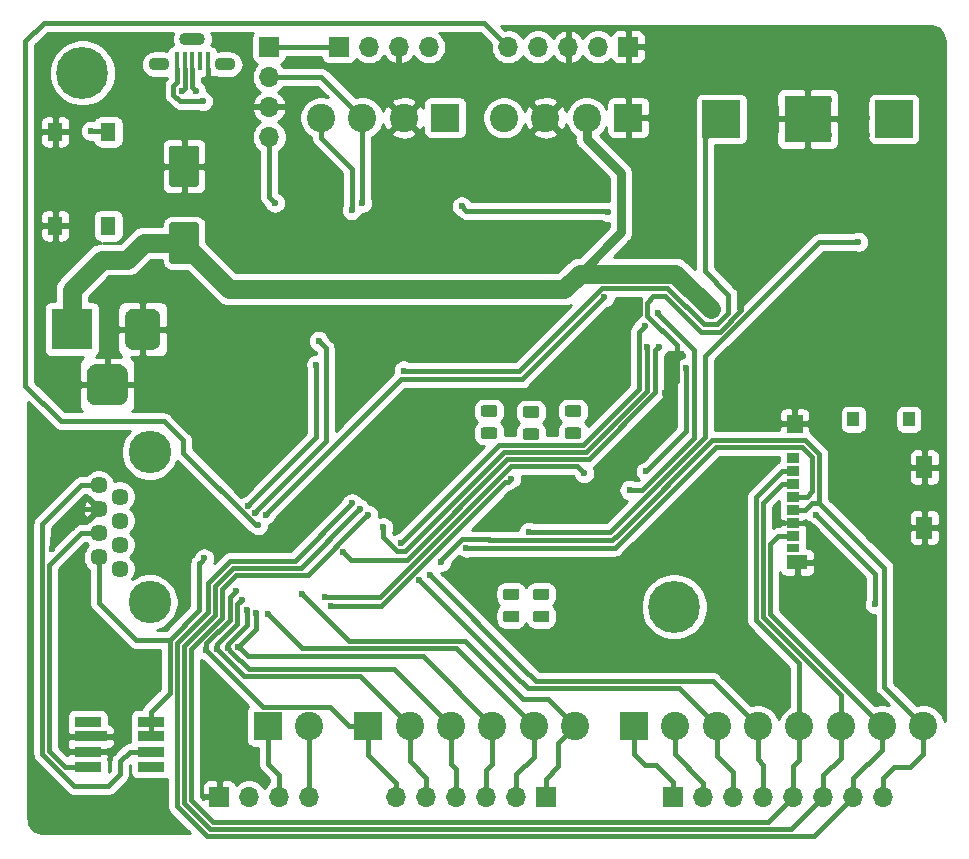
<source format=gbl>
G04 #@! TF.GenerationSoftware,KiCad,Pcbnew,(5.1.5)-3*
G04 #@! TF.CreationDate,2020-11-27T10:24:00+11:00*
G04 #@! TF.ProjectId,BoSL,426f534c-2e6b-4696-9361-645f70636258,0.4.2*
G04 #@! TF.SameCoordinates,Original*
G04 #@! TF.FileFunction,Copper,L2,Bot*
G04 #@! TF.FilePolarity,Positive*
%FSLAX46Y46*%
G04 Gerber Fmt 4.6, Leading zero omitted, Abs format (unit mm)*
G04 Created by KiCad (PCBNEW (5.1.5)-3) date 2020-11-27 10:24:00*
%MOMM*%
%LPD*%
G04 APERTURE LIST*
%ADD10O,2.200000X1.100000*%
%ADD11O,1.800000X1.100000*%
%ADD12R,0.450000X1.500000*%
%ADD13R,3.200000X3.200000*%
%ADD14R,4.000000X4.000000*%
%ADD15R,1.300000X1.550000*%
%ADD16C,1.450000*%
%ADD17C,3.600000*%
%ADD18O,1.700000X1.700000*%
%ADD19R,1.700000X1.700000*%
%ADD20C,2.400000*%
%ADD21R,2.400000X2.400000*%
%ADD22C,4.400000*%
%ADD23C,0.100000*%
%ADD24R,3.500000X3.500000*%
%ADD25R,1.350000X1.900000*%
%ADD26R,1.000000X1.200000*%
%ADD27R,1.350000X1.550000*%
%ADD28R,1.800000X1.170000*%
%ADD29R,1.100000X0.750000*%
%ADD30R,1.100000X0.850000*%
%ADD31R,2.250000X0.900000*%
%ADD32R,2.800000X0.900000*%
%ADD33C,0.600000*%
%ADD34C,0.400000*%
%ADD35C,1.600000*%
%ADD36C,0.800000*%
%ADD37C,0.254000*%
G04 APERTURE END LIST*
D10*
X128100000Y-64825000D03*
D11*
X130900000Y-66975000D03*
X125300000Y-66975000D03*
D12*
X126800000Y-66725000D03*
X129400000Y-66725000D03*
X127450000Y-66725000D03*
X128750000Y-66725000D03*
X128100000Y-66725000D03*
D13*
X187500000Y-71600000D03*
X172900000Y-71600000D03*
D14*
X180200000Y-71600000D03*
D15*
X121000000Y-80650000D03*
X121000000Y-72700000D03*
X116500000Y-80650000D03*
X116500000Y-72700000D03*
D16*
X120182000Y-108710000D03*
X120182000Y-106670000D03*
X120182000Y-104630000D03*
X120182000Y-102590000D03*
X121960000Y-109690000D03*
X121960000Y-103570000D03*
X121960000Y-107650000D03*
X121960000Y-105610000D03*
D17*
X124500000Y-99800000D03*
X124500000Y-112500000D03*
D18*
X186620000Y-129000000D03*
X184080000Y-129000000D03*
X181540000Y-129000000D03*
X179000000Y-129000000D03*
X176460000Y-129000000D03*
X173920000Y-129000000D03*
X171380000Y-129000000D03*
D19*
X168840000Y-129000000D03*
D18*
X145340000Y-129000000D03*
X147880000Y-129000000D03*
X150420000Y-129000000D03*
X152960000Y-129000000D03*
X155500000Y-129000000D03*
D19*
X158040000Y-129000000D03*
D18*
X138000000Y-129000000D03*
X135460000Y-129000000D03*
X132920000Y-129000000D03*
D19*
X130380000Y-129000000D03*
D18*
X148120000Y-65500000D03*
X145580000Y-65500000D03*
X143040000Y-65500000D03*
D19*
X140500000Y-65500000D03*
D18*
X134600000Y-73120000D03*
X134600000Y-70580000D03*
X134600000Y-68040000D03*
D19*
X134600000Y-65500000D03*
D20*
X154500000Y-71500000D03*
X158000000Y-71500000D03*
X161500000Y-71500000D03*
D21*
X165000000Y-71500000D03*
D18*
X154840000Y-65500000D03*
X157380000Y-65500000D03*
X159920000Y-65500000D03*
X162460000Y-65500000D03*
D19*
X165000000Y-65500000D03*
D20*
X190000000Y-123000000D03*
X186500000Y-123000000D03*
X183000000Y-123000000D03*
X179500000Y-123000000D03*
X176000000Y-123000000D03*
X172500000Y-123000000D03*
X169000000Y-123000000D03*
D21*
X165500000Y-123000000D03*
D20*
X138000000Y-123000000D03*
D21*
X134500000Y-123000000D03*
D20*
X139000000Y-71500000D03*
X142500000Y-71500000D03*
X146000000Y-71500000D03*
D21*
X149500000Y-71500000D03*
D20*
X160500000Y-123000000D03*
X157000000Y-123000000D03*
X153500000Y-123000000D03*
X150000000Y-123000000D03*
X146500000Y-123000000D03*
D21*
X143000000Y-123000000D03*
D22*
X168900000Y-112900000D03*
X118800000Y-67700000D03*
G04 #@! TA.AperFunction,SMDPad,CuDef*
D23*
G36*
X128424504Y-73851204D02*
G01*
X128448773Y-73854804D01*
X128472571Y-73860765D01*
X128495671Y-73869030D01*
X128517849Y-73879520D01*
X128538893Y-73892133D01*
X128558598Y-73906747D01*
X128576777Y-73923223D01*
X128593253Y-73941402D01*
X128607867Y-73961107D01*
X128620480Y-73982151D01*
X128630970Y-74004329D01*
X128639235Y-74027429D01*
X128645196Y-74051227D01*
X128648796Y-74075496D01*
X128650000Y-74100000D01*
X128650000Y-77100000D01*
X128648796Y-77124504D01*
X128645196Y-77148773D01*
X128639235Y-77172571D01*
X128630970Y-77195671D01*
X128620480Y-77217849D01*
X128607867Y-77238893D01*
X128593253Y-77258598D01*
X128576777Y-77276777D01*
X128558598Y-77293253D01*
X128538893Y-77307867D01*
X128517849Y-77320480D01*
X128495671Y-77330970D01*
X128472571Y-77339235D01*
X128448773Y-77345196D01*
X128424504Y-77348796D01*
X128400000Y-77350000D01*
X126400000Y-77350000D01*
X126375496Y-77348796D01*
X126351227Y-77345196D01*
X126327429Y-77339235D01*
X126304329Y-77330970D01*
X126282151Y-77320480D01*
X126261107Y-77307867D01*
X126241402Y-77293253D01*
X126223223Y-77276777D01*
X126206747Y-77258598D01*
X126192133Y-77238893D01*
X126179520Y-77217849D01*
X126169030Y-77195671D01*
X126160765Y-77172571D01*
X126154804Y-77148773D01*
X126151204Y-77124504D01*
X126150000Y-77100000D01*
X126150000Y-74100000D01*
X126151204Y-74075496D01*
X126154804Y-74051227D01*
X126160765Y-74027429D01*
X126169030Y-74004329D01*
X126179520Y-73982151D01*
X126192133Y-73961107D01*
X126206747Y-73941402D01*
X126223223Y-73923223D01*
X126241402Y-73906747D01*
X126261107Y-73892133D01*
X126282151Y-73879520D01*
X126304329Y-73869030D01*
X126327429Y-73860765D01*
X126351227Y-73854804D01*
X126375496Y-73851204D01*
X126400000Y-73850000D01*
X128400000Y-73850000D01*
X128424504Y-73851204D01*
G37*
G04 #@! TD.AperFunction*
G04 #@! TA.AperFunction,SMDPad,CuDef*
G36*
X128424504Y-80351204D02*
G01*
X128448773Y-80354804D01*
X128472571Y-80360765D01*
X128495671Y-80369030D01*
X128517849Y-80379520D01*
X128538893Y-80392133D01*
X128558598Y-80406747D01*
X128576777Y-80423223D01*
X128593253Y-80441402D01*
X128607867Y-80461107D01*
X128620480Y-80482151D01*
X128630970Y-80504329D01*
X128639235Y-80527429D01*
X128645196Y-80551227D01*
X128648796Y-80575496D01*
X128650000Y-80600000D01*
X128650000Y-83600000D01*
X128648796Y-83624504D01*
X128645196Y-83648773D01*
X128639235Y-83672571D01*
X128630970Y-83695671D01*
X128620480Y-83717849D01*
X128607867Y-83738893D01*
X128593253Y-83758598D01*
X128576777Y-83776777D01*
X128558598Y-83793253D01*
X128538893Y-83807867D01*
X128517849Y-83820480D01*
X128495671Y-83830970D01*
X128472571Y-83839235D01*
X128448773Y-83845196D01*
X128424504Y-83848796D01*
X128400000Y-83850000D01*
X126400000Y-83850000D01*
X126375496Y-83848796D01*
X126351227Y-83845196D01*
X126327429Y-83839235D01*
X126304329Y-83830970D01*
X126282151Y-83820480D01*
X126261107Y-83807867D01*
X126241402Y-83793253D01*
X126223223Y-83776777D01*
X126206747Y-83758598D01*
X126192133Y-83738893D01*
X126179520Y-83717849D01*
X126169030Y-83695671D01*
X126160765Y-83672571D01*
X126154804Y-83648773D01*
X126151204Y-83624504D01*
X126150000Y-83600000D01*
X126150000Y-80600000D01*
X126151204Y-80575496D01*
X126154804Y-80551227D01*
X126160765Y-80527429D01*
X126169030Y-80504329D01*
X126179520Y-80482151D01*
X126192133Y-80461107D01*
X126206747Y-80441402D01*
X126223223Y-80423223D01*
X126241402Y-80406747D01*
X126261107Y-80392133D01*
X126282151Y-80379520D01*
X126304329Y-80369030D01*
X126327429Y-80360765D01*
X126351227Y-80354804D01*
X126375496Y-80351204D01*
X126400000Y-80350000D01*
X128400000Y-80350000D01*
X128424504Y-80351204D01*
G37*
G04 #@! TD.AperFunction*
G04 #@! TA.AperFunction,ComponentPad*
G36*
X121860765Y-92354213D02*
G01*
X121945704Y-92366813D01*
X122028999Y-92387677D01*
X122109848Y-92416605D01*
X122187472Y-92453319D01*
X122261124Y-92497464D01*
X122330094Y-92548616D01*
X122393718Y-92606282D01*
X122451384Y-92669906D01*
X122502536Y-92738876D01*
X122546681Y-92812528D01*
X122583395Y-92890152D01*
X122612323Y-92971001D01*
X122633187Y-93054296D01*
X122645787Y-93139235D01*
X122650000Y-93225000D01*
X122650000Y-94975000D01*
X122645787Y-95060765D01*
X122633187Y-95145704D01*
X122612323Y-95228999D01*
X122583395Y-95309848D01*
X122546681Y-95387472D01*
X122502536Y-95461124D01*
X122451384Y-95530094D01*
X122393718Y-95593718D01*
X122330094Y-95651384D01*
X122261124Y-95702536D01*
X122187472Y-95746681D01*
X122109848Y-95783395D01*
X122028999Y-95812323D01*
X121945704Y-95833187D01*
X121860765Y-95845787D01*
X121775000Y-95850000D01*
X120025000Y-95850000D01*
X119939235Y-95845787D01*
X119854296Y-95833187D01*
X119771001Y-95812323D01*
X119690152Y-95783395D01*
X119612528Y-95746681D01*
X119538876Y-95702536D01*
X119469906Y-95651384D01*
X119406282Y-95593718D01*
X119348616Y-95530094D01*
X119297464Y-95461124D01*
X119253319Y-95387472D01*
X119216605Y-95309848D01*
X119187677Y-95228999D01*
X119166813Y-95145704D01*
X119154213Y-95060765D01*
X119150000Y-94975000D01*
X119150000Y-93225000D01*
X119154213Y-93139235D01*
X119166813Y-93054296D01*
X119187677Y-92971001D01*
X119216605Y-92890152D01*
X119253319Y-92812528D01*
X119297464Y-92738876D01*
X119348616Y-92669906D01*
X119406282Y-92606282D01*
X119469906Y-92548616D01*
X119538876Y-92497464D01*
X119612528Y-92453319D01*
X119690152Y-92416605D01*
X119771001Y-92387677D01*
X119854296Y-92366813D01*
X119939235Y-92354213D01*
X120025000Y-92350000D01*
X121775000Y-92350000D01*
X121860765Y-92354213D01*
G37*
G04 #@! TD.AperFunction*
G04 #@! TA.AperFunction,ComponentPad*
G36*
X124723513Y-87653611D02*
G01*
X124796318Y-87664411D01*
X124867714Y-87682295D01*
X124937013Y-87707090D01*
X125003548Y-87738559D01*
X125066678Y-87776398D01*
X125125795Y-87820242D01*
X125180330Y-87869670D01*
X125229758Y-87924205D01*
X125273602Y-87983322D01*
X125311441Y-88046452D01*
X125342910Y-88112987D01*
X125367705Y-88182286D01*
X125385589Y-88253682D01*
X125396389Y-88326487D01*
X125400000Y-88400000D01*
X125400000Y-90400000D01*
X125396389Y-90473513D01*
X125385589Y-90546318D01*
X125367705Y-90617714D01*
X125342910Y-90687013D01*
X125311441Y-90753548D01*
X125273602Y-90816678D01*
X125229758Y-90875795D01*
X125180330Y-90930330D01*
X125125795Y-90979758D01*
X125066678Y-91023602D01*
X125003548Y-91061441D01*
X124937013Y-91092910D01*
X124867714Y-91117705D01*
X124796318Y-91135589D01*
X124723513Y-91146389D01*
X124650000Y-91150000D01*
X123150000Y-91150000D01*
X123076487Y-91146389D01*
X123003682Y-91135589D01*
X122932286Y-91117705D01*
X122862987Y-91092910D01*
X122796452Y-91061441D01*
X122733322Y-91023602D01*
X122674205Y-90979758D01*
X122619670Y-90930330D01*
X122570242Y-90875795D01*
X122526398Y-90816678D01*
X122488559Y-90753548D01*
X122457090Y-90687013D01*
X122432295Y-90617714D01*
X122414411Y-90546318D01*
X122403611Y-90473513D01*
X122400000Y-90400000D01*
X122400000Y-88400000D01*
X122403611Y-88326487D01*
X122414411Y-88253682D01*
X122432295Y-88182286D01*
X122457090Y-88112987D01*
X122488559Y-88046452D01*
X122526398Y-87983322D01*
X122570242Y-87924205D01*
X122619670Y-87869670D01*
X122674205Y-87820242D01*
X122733322Y-87776398D01*
X122796452Y-87738559D01*
X122862987Y-87707090D01*
X122932286Y-87682295D01*
X123003682Y-87664411D01*
X123076487Y-87653611D01*
X123150000Y-87650000D01*
X124650000Y-87650000D01*
X124723513Y-87653611D01*
G37*
G04 #@! TD.AperFunction*
D24*
X117900000Y-89400000D03*
G04 #@! TA.AperFunction,SMDPad,CuDef*
D23*
G36*
X160822142Y-97711174D02*
G01*
X160845803Y-97714684D01*
X160869007Y-97720496D01*
X160891529Y-97728554D01*
X160913153Y-97738782D01*
X160933670Y-97751079D01*
X160952883Y-97765329D01*
X160970607Y-97781393D01*
X160986671Y-97799117D01*
X161000921Y-97818330D01*
X161013218Y-97838847D01*
X161023446Y-97860471D01*
X161031504Y-97882993D01*
X161037316Y-97906197D01*
X161040826Y-97929858D01*
X161042000Y-97953750D01*
X161042000Y-98441250D01*
X161040826Y-98465142D01*
X161037316Y-98488803D01*
X161031504Y-98512007D01*
X161023446Y-98534529D01*
X161013218Y-98556153D01*
X161000921Y-98576670D01*
X160986671Y-98595883D01*
X160970607Y-98613607D01*
X160952883Y-98629671D01*
X160933670Y-98643921D01*
X160913153Y-98656218D01*
X160891529Y-98666446D01*
X160869007Y-98674504D01*
X160845803Y-98680316D01*
X160822142Y-98683826D01*
X160798250Y-98685000D01*
X159885750Y-98685000D01*
X159861858Y-98683826D01*
X159838197Y-98680316D01*
X159814993Y-98674504D01*
X159792471Y-98666446D01*
X159770847Y-98656218D01*
X159750330Y-98643921D01*
X159731117Y-98629671D01*
X159713393Y-98613607D01*
X159697329Y-98595883D01*
X159683079Y-98576670D01*
X159670782Y-98556153D01*
X159660554Y-98534529D01*
X159652496Y-98512007D01*
X159646684Y-98488803D01*
X159643174Y-98465142D01*
X159642000Y-98441250D01*
X159642000Y-97953750D01*
X159643174Y-97929858D01*
X159646684Y-97906197D01*
X159652496Y-97882993D01*
X159660554Y-97860471D01*
X159670782Y-97838847D01*
X159683079Y-97818330D01*
X159697329Y-97799117D01*
X159713393Y-97781393D01*
X159731117Y-97765329D01*
X159750330Y-97751079D01*
X159770847Y-97738782D01*
X159792471Y-97728554D01*
X159814993Y-97720496D01*
X159838197Y-97714684D01*
X159861858Y-97711174D01*
X159885750Y-97710000D01*
X160798250Y-97710000D01*
X160822142Y-97711174D01*
G37*
G04 #@! TD.AperFunction*
G04 #@! TA.AperFunction,SMDPad,CuDef*
G36*
X160822142Y-95836174D02*
G01*
X160845803Y-95839684D01*
X160869007Y-95845496D01*
X160891529Y-95853554D01*
X160913153Y-95863782D01*
X160933670Y-95876079D01*
X160952883Y-95890329D01*
X160970607Y-95906393D01*
X160986671Y-95924117D01*
X161000921Y-95943330D01*
X161013218Y-95963847D01*
X161023446Y-95985471D01*
X161031504Y-96007993D01*
X161037316Y-96031197D01*
X161040826Y-96054858D01*
X161042000Y-96078750D01*
X161042000Y-96566250D01*
X161040826Y-96590142D01*
X161037316Y-96613803D01*
X161031504Y-96637007D01*
X161023446Y-96659529D01*
X161013218Y-96681153D01*
X161000921Y-96701670D01*
X160986671Y-96720883D01*
X160970607Y-96738607D01*
X160952883Y-96754671D01*
X160933670Y-96768921D01*
X160913153Y-96781218D01*
X160891529Y-96791446D01*
X160869007Y-96799504D01*
X160845803Y-96805316D01*
X160822142Y-96808826D01*
X160798250Y-96810000D01*
X159885750Y-96810000D01*
X159861858Y-96808826D01*
X159838197Y-96805316D01*
X159814993Y-96799504D01*
X159792471Y-96791446D01*
X159770847Y-96781218D01*
X159750330Y-96768921D01*
X159731117Y-96754671D01*
X159713393Y-96738607D01*
X159697329Y-96720883D01*
X159683079Y-96701670D01*
X159670782Y-96681153D01*
X159660554Y-96659529D01*
X159652496Y-96637007D01*
X159646684Y-96613803D01*
X159643174Y-96590142D01*
X159642000Y-96566250D01*
X159642000Y-96078750D01*
X159643174Y-96054858D01*
X159646684Y-96031197D01*
X159652496Y-96007993D01*
X159660554Y-95985471D01*
X159670782Y-95963847D01*
X159683079Y-95943330D01*
X159697329Y-95924117D01*
X159713393Y-95906393D01*
X159731117Y-95890329D01*
X159750330Y-95876079D01*
X159770847Y-95863782D01*
X159792471Y-95853554D01*
X159814993Y-95845496D01*
X159838197Y-95839684D01*
X159861858Y-95836174D01*
X159885750Y-95835000D01*
X160798250Y-95835000D01*
X160822142Y-95836174D01*
G37*
G04 #@! TD.AperFunction*
G04 #@! TA.AperFunction,SMDPad,CuDef*
G36*
X157266142Y-97791174D02*
G01*
X157289803Y-97794684D01*
X157313007Y-97800496D01*
X157335529Y-97808554D01*
X157357153Y-97818782D01*
X157377670Y-97831079D01*
X157396883Y-97845329D01*
X157414607Y-97861393D01*
X157430671Y-97879117D01*
X157444921Y-97898330D01*
X157457218Y-97918847D01*
X157467446Y-97940471D01*
X157475504Y-97962993D01*
X157481316Y-97986197D01*
X157484826Y-98009858D01*
X157486000Y-98033750D01*
X157486000Y-98521250D01*
X157484826Y-98545142D01*
X157481316Y-98568803D01*
X157475504Y-98592007D01*
X157467446Y-98614529D01*
X157457218Y-98636153D01*
X157444921Y-98656670D01*
X157430671Y-98675883D01*
X157414607Y-98693607D01*
X157396883Y-98709671D01*
X157377670Y-98723921D01*
X157357153Y-98736218D01*
X157335529Y-98746446D01*
X157313007Y-98754504D01*
X157289803Y-98760316D01*
X157266142Y-98763826D01*
X157242250Y-98765000D01*
X156329750Y-98765000D01*
X156305858Y-98763826D01*
X156282197Y-98760316D01*
X156258993Y-98754504D01*
X156236471Y-98746446D01*
X156214847Y-98736218D01*
X156194330Y-98723921D01*
X156175117Y-98709671D01*
X156157393Y-98693607D01*
X156141329Y-98675883D01*
X156127079Y-98656670D01*
X156114782Y-98636153D01*
X156104554Y-98614529D01*
X156096496Y-98592007D01*
X156090684Y-98568803D01*
X156087174Y-98545142D01*
X156086000Y-98521250D01*
X156086000Y-98033750D01*
X156087174Y-98009858D01*
X156090684Y-97986197D01*
X156096496Y-97962993D01*
X156104554Y-97940471D01*
X156114782Y-97918847D01*
X156127079Y-97898330D01*
X156141329Y-97879117D01*
X156157393Y-97861393D01*
X156175117Y-97845329D01*
X156194330Y-97831079D01*
X156214847Y-97818782D01*
X156236471Y-97808554D01*
X156258993Y-97800496D01*
X156282197Y-97794684D01*
X156305858Y-97791174D01*
X156329750Y-97790000D01*
X157242250Y-97790000D01*
X157266142Y-97791174D01*
G37*
G04 #@! TD.AperFunction*
G04 #@! TA.AperFunction,SMDPad,CuDef*
G36*
X157266142Y-95916174D02*
G01*
X157289803Y-95919684D01*
X157313007Y-95925496D01*
X157335529Y-95933554D01*
X157357153Y-95943782D01*
X157377670Y-95956079D01*
X157396883Y-95970329D01*
X157414607Y-95986393D01*
X157430671Y-96004117D01*
X157444921Y-96023330D01*
X157457218Y-96043847D01*
X157467446Y-96065471D01*
X157475504Y-96087993D01*
X157481316Y-96111197D01*
X157484826Y-96134858D01*
X157486000Y-96158750D01*
X157486000Y-96646250D01*
X157484826Y-96670142D01*
X157481316Y-96693803D01*
X157475504Y-96717007D01*
X157467446Y-96739529D01*
X157457218Y-96761153D01*
X157444921Y-96781670D01*
X157430671Y-96800883D01*
X157414607Y-96818607D01*
X157396883Y-96834671D01*
X157377670Y-96848921D01*
X157357153Y-96861218D01*
X157335529Y-96871446D01*
X157313007Y-96879504D01*
X157289803Y-96885316D01*
X157266142Y-96888826D01*
X157242250Y-96890000D01*
X156329750Y-96890000D01*
X156305858Y-96888826D01*
X156282197Y-96885316D01*
X156258993Y-96879504D01*
X156236471Y-96871446D01*
X156214847Y-96861218D01*
X156194330Y-96848921D01*
X156175117Y-96834671D01*
X156157393Y-96818607D01*
X156141329Y-96800883D01*
X156127079Y-96781670D01*
X156114782Y-96761153D01*
X156104554Y-96739529D01*
X156096496Y-96717007D01*
X156090684Y-96693803D01*
X156087174Y-96670142D01*
X156086000Y-96646250D01*
X156086000Y-96158750D01*
X156087174Y-96134858D01*
X156090684Y-96111197D01*
X156096496Y-96087993D01*
X156104554Y-96065471D01*
X156114782Y-96043847D01*
X156127079Y-96023330D01*
X156141329Y-96004117D01*
X156157393Y-95986393D01*
X156175117Y-95970329D01*
X156194330Y-95956079D01*
X156214847Y-95943782D01*
X156236471Y-95933554D01*
X156258993Y-95925496D01*
X156282197Y-95919684D01*
X156305858Y-95916174D01*
X156329750Y-95915000D01*
X157242250Y-95915000D01*
X157266142Y-95916174D01*
G37*
G04 #@! TD.AperFunction*
G04 #@! TA.AperFunction,SMDPad,CuDef*
G36*
X153710142Y-97711174D02*
G01*
X153733803Y-97714684D01*
X153757007Y-97720496D01*
X153779529Y-97728554D01*
X153801153Y-97738782D01*
X153821670Y-97751079D01*
X153840883Y-97765329D01*
X153858607Y-97781393D01*
X153874671Y-97799117D01*
X153888921Y-97818330D01*
X153901218Y-97838847D01*
X153911446Y-97860471D01*
X153919504Y-97882993D01*
X153925316Y-97906197D01*
X153928826Y-97929858D01*
X153930000Y-97953750D01*
X153930000Y-98441250D01*
X153928826Y-98465142D01*
X153925316Y-98488803D01*
X153919504Y-98512007D01*
X153911446Y-98534529D01*
X153901218Y-98556153D01*
X153888921Y-98576670D01*
X153874671Y-98595883D01*
X153858607Y-98613607D01*
X153840883Y-98629671D01*
X153821670Y-98643921D01*
X153801153Y-98656218D01*
X153779529Y-98666446D01*
X153757007Y-98674504D01*
X153733803Y-98680316D01*
X153710142Y-98683826D01*
X153686250Y-98685000D01*
X152773750Y-98685000D01*
X152749858Y-98683826D01*
X152726197Y-98680316D01*
X152702993Y-98674504D01*
X152680471Y-98666446D01*
X152658847Y-98656218D01*
X152638330Y-98643921D01*
X152619117Y-98629671D01*
X152601393Y-98613607D01*
X152585329Y-98595883D01*
X152571079Y-98576670D01*
X152558782Y-98556153D01*
X152548554Y-98534529D01*
X152540496Y-98512007D01*
X152534684Y-98488803D01*
X152531174Y-98465142D01*
X152530000Y-98441250D01*
X152530000Y-97953750D01*
X152531174Y-97929858D01*
X152534684Y-97906197D01*
X152540496Y-97882993D01*
X152548554Y-97860471D01*
X152558782Y-97838847D01*
X152571079Y-97818330D01*
X152585329Y-97799117D01*
X152601393Y-97781393D01*
X152619117Y-97765329D01*
X152638330Y-97751079D01*
X152658847Y-97738782D01*
X152680471Y-97728554D01*
X152702993Y-97720496D01*
X152726197Y-97714684D01*
X152749858Y-97711174D01*
X152773750Y-97710000D01*
X153686250Y-97710000D01*
X153710142Y-97711174D01*
G37*
G04 #@! TD.AperFunction*
G04 #@! TA.AperFunction,SMDPad,CuDef*
G36*
X153710142Y-95836174D02*
G01*
X153733803Y-95839684D01*
X153757007Y-95845496D01*
X153779529Y-95853554D01*
X153801153Y-95863782D01*
X153821670Y-95876079D01*
X153840883Y-95890329D01*
X153858607Y-95906393D01*
X153874671Y-95924117D01*
X153888921Y-95943330D01*
X153901218Y-95963847D01*
X153911446Y-95985471D01*
X153919504Y-96007993D01*
X153925316Y-96031197D01*
X153928826Y-96054858D01*
X153930000Y-96078750D01*
X153930000Y-96566250D01*
X153928826Y-96590142D01*
X153925316Y-96613803D01*
X153919504Y-96637007D01*
X153911446Y-96659529D01*
X153901218Y-96681153D01*
X153888921Y-96701670D01*
X153874671Y-96720883D01*
X153858607Y-96738607D01*
X153840883Y-96754671D01*
X153821670Y-96768921D01*
X153801153Y-96781218D01*
X153779529Y-96791446D01*
X153757007Y-96799504D01*
X153733803Y-96805316D01*
X153710142Y-96808826D01*
X153686250Y-96810000D01*
X152773750Y-96810000D01*
X152749858Y-96808826D01*
X152726197Y-96805316D01*
X152702993Y-96799504D01*
X152680471Y-96791446D01*
X152658847Y-96781218D01*
X152638330Y-96768921D01*
X152619117Y-96754671D01*
X152601393Y-96738607D01*
X152585329Y-96720883D01*
X152571079Y-96701670D01*
X152558782Y-96681153D01*
X152548554Y-96659529D01*
X152540496Y-96637007D01*
X152534684Y-96613803D01*
X152531174Y-96590142D01*
X152530000Y-96566250D01*
X152530000Y-96078750D01*
X152531174Y-96054858D01*
X152534684Y-96031197D01*
X152540496Y-96007993D01*
X152548554Y-95985471D01*
X152558782Y-95963847D01*
X152571079Y-95943330D01*
X152585329Y-95924117D01*
X152601393Y-95906393D01*
X152619117Y-95890329D01*
X152638330Y-95876079D01*
X152658847Y-95863782D01*
X152680471Y-95853554D01*
X152702993Y-95845496D01*
X152726197Y-95839684D01*
X152749858Y-95836174D01*
X152773750Y-95835000D01*
X153686250Y-95835000D01*
X153710142Y-95836174D01*
G37*
G04 #@! TD.AperFunction*
G04 #@! TA.AperFunction,SMDPad,CuDef*
G36*
X158120142Y-111356174D02*
G01*
X158143803Y-111359684D01*
X158167007Y-111365496D01*
X158189529Y-111373554D01*
X158211153Y-111383782D01*
X158231670Y-111396079D01*
X158250883Y-111410329D01*
X158268607Y-111426393D01*
X158284671Y-111444117D01*
X158298921Y-111463330D01*
X158311218Y-111483847D01*
X158321446Y-111505471D01*
X158329504Y-111527993D01*
X158335316Y-111551197D01*
X158338826Y-111574858D01*
X158340000Y-111598750D01*
X158340000Y-112086250D01*
X158338826Y-112110142D01*
X158335316Y-112133803D01*
X158329504Y-112157007D01*
X158321446Y-112179529D01*
X158311218Y-112201153D01*
X158298921Y-112221670D01*
X158284671Y-112240883D01*
X158268607Y-112258607D01*
X158250883Y-112274671D01*
X158231670Y-112288921D01*
X158211153Y-112301218D01*
X158189529Y-112311446D01*
X158167007Y-112319504D01*
X158143803Y-112325316D01*
X158120142Y-112328826D01*
X158096250Y-112330000D01*
X157183750Y-112330000D01*
X157159858Y-112328826D01*
X157136197Y-112325316D01*
X157112993Y-112319504D01*
X157090471Y-112311446D01*
X157068847Y-112301218D01*
X157048330Y-112288921D01*
X157029117Y-112274671D01*
X157011393Y-112258607D01*
X156995329Y-112240883D01*
X156981079Y-112221670D01*
X156968782Y-112201153D01*
X156958554Y-112179529D01*
X156950496Y-112157007D01*
X156944684Y-112133803D01*
X156941174Y-112110142D01*
X156940000Y-112086250D01*
X156940000Y-111598750D01*
X156941174Y-111574858D01*
X156944684Y-111551197D01*
X156950496Y-111527993D01*
X156958554Y-111505471D01*
X156968782Y-111483847D01*
X156981079Y-111463330D01*
X156995329Y-111444117D01*
X157011393Y-111426393D01*
X157029117Y-111410329D01*
X157048330Y-111396079D01*
X157068847Y-111383782D01*
X157090471Y-111373554D01*
X157112993Y-111365496D01*
X157136197Y-111359684D01*
X157159858Y-111356174D01*
X157183750Y-111355000D01*
X158096250Y-111355000D01*
X158120142Y-111356174D01*
G37*
G04 #@! TD.AperFunction*
G04 #@! TA.AperFunction,SMDPad,CuDef*
G36*
X158120142Y-113231174D02*
G01*
X158143803Y-113234684D01*
X158167007Y-113240496D01*
X158189529Y-113248554D01*
X158211153Y-113258782D01*
X158231670Y-113271079D01*
X158250883Y-113285329D01*
X158268607Y-113301393D01*
X158284671Y-113319117D01*
X158298921Y-113338330D01*
X158311218Y-113358847D01*
X158321446Y-113380471D01*
X158329504Y-113402993D01*
X158335316Y-113426197D01*
X158338826Y-113449858D01*
X158340000Y-113473750D01*
X158340000Y-113961250D01*
X158338826Y-113985142D01*
X158335316Y-114008803D01*
X158329504Y-114032007D01*
X158321446Y-114054529D01*
X158311218Y-114076153D01*
X158298921Y-114096670D01*
X158284671Y-114115883D01*
X158268607Y-114133607D01*
X158250883Y-114149671D01*
X158231670Y-114163921D01*
X158211153Y-114176218D01*
X158189529Y-114186446D01*
X158167007Y-114194504D01*
X158143803Y-114200316D01*
X158120142Y-114203826D01*
X158096250Y-114205000D01*
X157183750Y-114205000D01*
X157159858Y-114203826D01*
X157136197Y-114200316D01*
X157112993Y-114194504D01*
X157090471Y-114186446D01*
X157068847Y-114176218D01*
X157048330Y-114163921D01*
X157029117Y-114149671D01*
X157011393Y-114133607D01*
X156995329Y-114115883D01*
X156981079Y-114096670D01*
X156968782Y-114076153D01*
X156958554Y-114054529D01*
X156950496Y-114032007D01*
X156944684Y-114008803D01*
X156941174Y-113985142D01*
X156940000Y-113961250D01*
X156940000Y-113473750D01*
X156941174Y-113449858D01*
X156944684Y-113426197D01*
X156950496Y-113402993D01*
X156958554Y-113380471D01*
X156968782Y-113358847D01*
X156981079Y-113338330D01*
X156995329Y-113319117D01*
X157011393Y-113301393D01*
X157029117Y-113285329D01*
X157048330Y-113271079D01*
X157068847Y-113258782D01*
X157090471Y-113248554D01*
X157112993Y-113240496D01*
X157136197Y-113234684D01*
X157159858Y-113231174D01*
X157183750Y-113230000D01*
X158096250Y-113230000D01*
X158120142Y-113231174D01*
G37*
G04 #@! TD.AperFunction*
G04 #@! TA.AperFunction,SMDPad,CuDef*
G36*
X155580142Y-111356174D02*
G01*
X155603803Y-111359684D01*
X155627007Y-111365496D01*
X155649529Y-111373554D01*
X155671153Y-111383782D01*
X155691670Y-111396079D01*
X155710883Y-111410329D01*
X155728607Y-111426393D01*
X155744671Y-111444117D01*
X155758921Y-111463330D01*
X155771218Y-111483847D01*
X155781446Y-111505471D01*
X155789504Y-111527993D01*
X155795316Y-111551197D01*
X155798826Y-111574858D01*
X155800000Y-111598750D01*
X155800000Y-112086250D01*
X155798826Y-112110142D01*
X155795316Y-112133803D01*
X155789504Y-112157007D01*
X155781446Y-112179529D01*
X155771218Y-112201153D01*
X155758921Y-112221670D01*
X155744671Y-112240883D01*
X155728607Y-112258607D01*
X155710883Y-112274671D01*
X155691670Y-112288921D01*
X155671153Y-112301218D01*
X155649529Y-112311446D01*
X155627007Y-112319504D01*
X155603803Y-112325316D01*
X155580142Y-112328826D01*
X155556250Y-112330000D01*
X154643750Y-112330000D01*
X154619858Y-112328826D01*
X154596197Y-112325316D01*
X154572993Y-112319504D01*
X154550471Y-112311446D01*
X154528847Y-112301218D01*
X154508330Y-112288921D01*
X154489117Y-112274671D01*
X154471393Y-112258607D01*
X154455329Y-112240883D01*
X154441079Y-112221670D01*
X154428782Y-112201153D01*
X154418554Y-112179529D01*
X154410496Y-112157007D01*
X154404684Y-112133803D01*
X154401174Y-112110142D01*
X154400000Y-112086250D01*
X154400000Y-111598750D01*
X154401174Y-111574858D01*
X154404684Y-111551197D01*
X154410496Y-111527993D01*
X154418554Y-111505471D01*
X154428782Y-111483847D01*
X154441079Y-111463330D01*
X154455329Y-111444117D01*
X154471393Y-111426393D01*
X154489117Y-111410329D01*
X154508330Y-111396079D01*
X154528847Y-111383782D01*
X154550471Y-111373554D01*
X154572993Y-111365496D01*
X154596197Y-111359684D01*
X154619858Y-111356174D01*
X154643750Y-111355000D01*
X155556250Y-111355000D01*
X155580142Y-111356174D01*
G37*
G04 #@! TD.AperFunction*
G04 #@! TA.AperFunction,SMDPad,CuDef*
G36*
X155580142Y-113231174D02*
G01*
X155603803Y-113234684D01*
X155627007Y-113240496D01*
X155649529Y-113248554D01*
X155671153Y-113258782D01*
X155691670Y-113271079D01*
X155710883Y-113285329D01*
X155728607Y-113301393D01*
X155744671Y-113319117D01*
X155758921Y-113338330D01*
X155771218Y-113358847D01*
X155781446Y-113380471D01*
X155789504Y-113402993D01*
X155795316Y-113426197D01*
X155798826Y-113449858D01*
X155800000Y-113473750D01*
X155800000Y-113961250D01*
X155798826Y-113985142D01*
X155795316Y-114008803D01*
X155789504Y-114032007D01*
X155781446Y-114054529D01*
X155771218Y-114076153D01*
X155758921Y-114096670D01*
X155744671Y-114115883D01*
X155728607Y-114133607D01*
X155710883Y-114149671D01*
X155691670Y-114163921D01*
X155671153Y-114176218D01*
X155649529Y-114186446D01*
X155627007Y-114194504D01*
X155603803Y-114200316D01*
X155580142Y-114203826D01*
X155556250Y-114205000D01*
X154643750Y-114205000D01*
X154619858Y-114203826D01*
X154596197Y-114200316D01*
X154572993Y-114194504D01*
X154550471Y-114186446D01*
X154528847Y-114176218D01*
X154508330Y-114163921D01*
X154489117Y-114149671D01*
X154471393Y-114133607D01*
X154455329Y-114115883D01*
X154441079Y-114096670D01*
X154428782Y-114076153D01*
X154418554Y-114054529D01*
X154410496Y-114032007D01*
X154404684Y-114008803D01*
X154401174Y-113985142D01*
X154400000Y-113961250D01*
X154400000Y-113473750D01*
X154401174Y-113449858D01*
X154404684Y-113426197D01*
X154410496Y-113402993D01*
X154418554Y-113380471D01*
X154428782Y-113358847D01*
X154441079Y-113338330D01*
X154455329Y-113319117D01*
X154471393Y-113301393D01*
X154489117Y-113285329D01*
X154508330Y-113271079D01*
X154528847Y-113258782D01*
X154550471Y-113248554D01*
X154572993Y-113240496D01*
X154596197Y-113234684D01*
X154619858Y-113231174D01*
X154643750Y-113230000D01*
X155556250Y-113230000D01*
X155580142Y-113231174D01*
G37*
G04 #@! TD.AperFunction*
D25*
X190075000Y-106195000D03*
X190075000Y-101075000D03*
D26*
X188775000Y-97015000D03*
X184075000Y-97015000D03*
D27*
X179100000Y-97400000D03*
D28*
X179325000Y-109140000D03*
D29*
X178975000Y-107940000D03*
D30*
X178975000Y-106890000D03*
X178975000Y-105790000D03*
X178975000Y-104690000D03*
X178975000Y-103590000D03*
X178975000Y-102490000D03*
X178975000Y-101390000D03*
X178975000Y-100290000D03*
D31*
X119250888Y-122629032D03*
D32*
X119525888Y-123879032D03*
D31*
X119250888Y-125179032D03*
X124600888Y-122629032D03*
X124600888Y-123879032D03*
X124600888Y-126429032D03*
X124600888Y-125179032D03*
X119250888Y-126429032D03*
D33*
X178500000Y-73000000D03*
X175300000Y-73000000D03*
X175300000Y-71500000D03*
X178500000Y-71500000D03*
X178500000Y-70000000D03*
X175300000Y-70000000D03*
X178500000Y-74500000D03*
X178500000Y-76000000D03*
X175300000Y-76000000D03*
X175300000Y-74500000D03*
X182000000Y-76000000D03*
X182000000Y-74500000D03*
X182000000Y-71500000D03*
X182000000Y-70000000D03*
X185200000Y-70000000D03*
X185200000Y-71500000D03*
X185200000Y-74500000D03*
X185200000Y-76000000D03*
X185200000Y-73000000D03*
X182000000Y-73000000D03*
X166799990Y-83100000D03*
X151700000Y-81800000D03*
X145400000Y-81900000D03*
X145700000Y-96800000D03*
X148300000Y-89400000D03*
X162700000Y-111800000D03*
X168100000Y-94800000D03*
X183700000Y-105100000D03*
X122300000Y-119500000D03*
X130300000Y-69400000D03*
X177700000Y-104700000D03*
X183300000Y-114300000D03*
X173500000Y-96600000D03*
X174600000Y-84700000D03*
X123400000Y-128400000D03*
X116200000Y-108000000D03*
X126700000Y-103500000D03*
X135100000Y-78700000D03*
X151300000Y-107900000D03*
X129100000Y-108800000D03*
X172000000Y-87700000D03*
X132600000Y-86000000D03*
X119500000Y-72600000D03*
X141621036Y-104138607D03*
X166510397Y-101435641D03*
X169900000Y-92675000D03*
X155100000Y-111825000D03*
X157640000Y-113717500D03*
X157650000Y-111850000D03*
X153200000Y-96350000D03*
X156800000Y-96400000D03*
X129000000Y-70100000D03*
X160375000Y-96350000D03*
X185900000Y-112700000D03*
X180900000Y-105100000D03*
X161275000Y-101600000D03*
X139300000Y-112100000D03*
X142980557Y-105100000D03*
X155099998Y-102050000D03*
X139814783Y-112812387D03*
X142262651Y-104616466D03*
X166600000Y-90900000D03*
X144278553Y-106178553D03*
X167600000Y-90900000D03*
X140900000Y-108300000D03*
X149199988Y-109100000D03*
X131800000Y-111600000D03*
X129299994Y-116600000D03*
X132300000Y-112300000D03*
X130200006Y-116500000D03*
X132700000Y-113200000D03*
X131100000Y-116400002D03*
X166400000Y-89100000D03*
X145800000Y-107500000D03*
X133500000Y-113399998D03*
X132000000Y-116299998D03*
X148209000Y-110236000D03*
X138800000Y-90400000D03*
X142500000Y-78700000D03*
X133372983Y-104927017D03*
X134499996Y-113500000D03*
X138600000Y-92400000D03*
X141600000Y-79300000D03*
X132807289Y-104361323D03*
X137400000Y-111800000D03*
X165119254Y-103019254D03*
X167500000Y-88000000D03*
X156591000Y-106553000D03*
X184500024Y-82000000D03*
X133700000Y-106000000D03*
X147320000Y-110617000D03*
X127200000Y-69200000D03*
X128400000Y-69200000D03*
X163000000Y-86700000D03*
X134300000Y-105100000D03*
X155100000Y-113717500D03*
X163300000Y-79500000D03*
X150900000Y-79000000D03*
X156741750Y-98233250D03*
X160342000Y-98197500D03*
X153202500Y-98197500D03*
X146000000Y-92900000D03*
D34*
X129400000Y-68500000D02*
X130300000Y-69400000D01*
X180660000Y-109140000D02*
X179325000Y-109140000D01*
X181400000Y-108400000D02*
X180660000Y-109140000D01*
X181400000Y-106900000D02*
X181400000Y-108400000D01*
X178975000Y-105790000D02*
X180290000Y-105790000D01*
X180290000Y-105790000D02*
X181400000Y-106900000D01*
X129400000Y-68500000D02*
X129400000Y-67362500D01*
X118682000Y-104630000D02*
X116200000Y-107112000D01*
X116200000Y-107112000D02*
X116200000Y-108000000D01*
X172748533Y-89600009D02*
X174600000Y-87748542D01*
X168151458Y-86600000D02*
X171151468Y-89600010D01*
X167150000Y-86600000D02*
X168151458Y-86600000D01*
X169100000Y-93800000D02*
X169100000Y-90763998D01*
X166600000Y-88263998D02*
X166600000Y-87150000D01*
X174600000Y-87748542D02*
X174600000Y-84700000D01*
X168100000Y-94800000D02*
X169100000Y-93800000D01*
X171151468Y-89600010D02*
X172748533Y-89600009D01*
X169100000Y-90763998D02*
X166600000Y-88263998D01*
X166600000Y-87150000D02*
X167150000Y-86600000D01*
X119682000Y-104630000D02*
X118682000Y-104630000D01*
X124600888Y-123879032D02*
X124600888Y-122629032D01*
X134600000Y-78200000D02*
X134600000Y-73120000D01*
X135100000Y-78700000D02*
X134600000Y-78200000D01*
X163900000Y-107900000D02*
X151724264Y-107900000D01*
X179697054Y-99345596D02*
X172454404Y-99345596D01*
X178975000Y-103590000D02*
X180110000Y-103590000D01*
X180110000Y-103590000D02*
X180599989Y-103100011D01*
X180599989Y-103100011D02*
X180599989Y-100248531D01*
X151724264Y-107900000D02*
X151300000Y-107900000D01*
X180599989Y-100248531D02*
X179697054Y-99345596D01*
X172454404Y-99345596D02*
X163900000Y-107900000D01*
X124600888Y-121779032D02*
X124600888Y-122629032D01*
X126200000Y-120179920D02*
X124600888Y-121779032D01*
X126200000Y-115700000D02*
X126200000Y-120179920D01*
X119700000Y-108728000D02*
X119682000Y-108710000D01*
X126200000Y-115700000D02*
X123300000Y-115700000D01*
X120182000Y-112582000D02*
X123300000Y-115700000D01*
X120182000Y-108710000D02*
X120182000Y-112582000D01*
X128700001Y-109199999D02*
X128800001Y-109099999D01*
X126200000Y-115700000D02*
X128700001Y-113199999D01*
X128700001Y-113199999D02*
X128700001Y-109199999D01*
X128800001Y-109099999D02*
X129100000Y-108800000D01*
D35*
X168999999Y-84699999D02*
X172000000Y-87700000D01*
X160900001Y-84699999D02*
X168999999Y-84699999D01*
X132600000Y-86000000D02*
X159600000Y-86000000D01*
X159600000Y-86000000D02*
X160900001Y-84699999D01*
X132600000Y-86000000D02*
X132600000Y-86000000D01*
D36*
X164400000Y-81200000D02*
X160900001Y-84699999D01*
X164400000Y-76200000D02*
X164400000Y-81200000D01*
X161500000Y-71500000D02*
X161500000Y-73300000D01*
X161500000Y-73300000D02*
X164400000Y-76200000D01*
D35*
X124000000Y-82100000D02*
X127400000Y-82100000D01*
X122600000Y-83500000D02*
X124000000Y-82100000D01*
X120450000Y-83500000D02*
X122600000Y-83500000D01*
X117900000Y-89400000D02*
X117900000Y-86050000D01*
X117900000Y-86050000D02*
X120450000Y-83500000D01*
X131200000Y-86000000D02*
X132600000Y-86000000D01*
X127400000Y-82100000D02*
X127400000Y-82200000D01*
X127400000Y-82200000D02*
X131200000Y-86000000D01*
D34*
X121100000Y-72600000D02*
X121000000Y-72700000D01*
X120900000Y-72600000D02*
X121000000Y-72700000D01*
X119500000Y-72600000D02*
X120900000Y-72600000D01*
X184080000Y-129000000D02*
X184080000Y-127420000D01*
X186500000Y-125000000D02*
X186500000Y-123000000D01*
X184080000Y-127420000D02*
X186500000Y-125000000D01*
X177000012Y-107599988D02*
X177000012Y-113500012D01*
X178975000Y-106890000D02*
X177710000Y-106890000D01*
X185300001Y-121800001D02*
X186500000Y-123000000D01*
X177710000Y-106890000D02*
X177000012Y-107599988D01*
X177000012Y-113500012D02*
X185300001Y-121800001D01*
X132200000Y-109000000D02*
X136759643Y-109000000D01*
X141321037Y-104438606D02*
X141621036Y-104138607D01*
X136759643Y-109000000D02*
X141321037Y-104438606D01*
X129400000Y-110900000D02*
X131299999Y-109000001D01*
X129327904Y-132324990D02*
X126800000Y-129797086D01*
X131299999Y-109000001D02*
X132400000Y-109000001D01*
X126800000Y-115948543D02*
X129400000Y-113348543D01*
X180755010Y-132324990D02*
X129327904Y-132324990D01*
X184080000Y-129000000D02*
X180755010Y-132324990D01*
X129400000Y-113348543D02*
X129400000Y-110900000D01*
X126800000Y-129797086D02*
X126800000Y-115948543D01*
X169900000Y-93099264D02*
X169900000Y-92675000D01*
X166510397Y-101435641D02*
X169900000Y-98046038D01*
X169900000Y-98046038D02*
X169900000Y-93099264D01*
X126499999Y-69536001D02*
X126499999Y-68800001D01*
X129000000Y-70100000D02*
X127063998Y-70100000D01*
X127063998Y-70100000D02*
X126499999Y-69536001D01*
X126800000Y-68500000D02*
X126800000Y-67362500D01*
X126499999Y-68800001D02*
X126800000Y-68500000D01*
X185900000Y-110100000D02*
X181199999Y-105399999D01*
X185900000Y-112700000D02*
X185900000Y-110100000D01*
X181199999Y-105399999D02*
X180900000Y-105100000D01*
X135460000Y-129000000D02*
X135460000Y-127160000D01*
X134500000Y-126200000D02*
X134500000Y-123000000D01*
X135460000Y-127160000D02*
X134500000Y-126200000D01*
X160690915Y-101015915D02*
X155059085Y-101015915D01*
X139724264Y-112100000D02*
X139300000Y-112100000D01*
X161275000Y-101600000D02*
X160690915Y-101015915D01*
X143975000Y-112100000D02*
X139724264Y-112100000D01*
X155059085Y-101015915D02*
X143975000Y-112100000D01*
X179000000Y-126400000D02*
X179000000Y-129000000D01*
X179500000Y-123000000D02*
X179500000Y-125900000D01*
X179500000Y-125900000D02*
X179000000Y-126400000D01*
X179500000Y-117700000D02*
X179500000Y-123000000D01*
X175799990Y-113999990D02*
X179500000Y-117700000D01*
X175799990Y-103615010D02*
X175799990Y-113999990D01*
X178975000Y-101390000D02*
X178025000Y-101390000D01*
X178025000Y-101390000D02*
X175799990Y-103615010D01*
X137880535Y-110200022D02*
X142680558Y-105399999D01*
X131797062Y-110200022D02*
X137880535Y-110200022D01*
X130600000Y-113845629D02*
X130600000Y-111397084D01*
X176875032Y-131124968D02*
X129824968Y-131124968D01*
X130600000Y-111397084D02*
X131797062Y-110200022D01*
X129824968Y-131124968D02*
X128000022Y-129300022D01*
X179000000Y-129000000D02*
X176875032Y-131124968D01*
X128000022Y-129300022D02*
X128000022Y-116445607D01*
X142680558Y-105399999D02*
X142980557Y-105100000D01*
X128000022Y-116445607D02*
X130600000Y-113845629D01*
X138000000Y-129000000D02*
X138000000Y-123000000D01*
X154575737Y-102349999D02*
X144113349Y-112812387D01*
X155099998Y-102050000D02*
X154799999Y-102349999D01*
X154799999Y-102349999D02*
X154575737Y-102349999D01*
X140239047Y-112812387D02*
X139814783Y-112812387D01*
X144113349Y-112812387D02*
X140239047Y-112812387D01*
X183000000Y-125700000D02*
X183000000Y-123000000D01*
X181540000Y-129000000D02*
X181540000Y-127160000D01*
X181540000Y-127160000D02*
X183000000Y-125700000D01*
X176400001Y-113751459D02*
X183000000Y-120351458D01*
X178975000Y-102490000D02*
X178025000Y-102490000D01*
X176400001Y-104114999D02*
X176400001Y-113751459D01*
X178025000Y-102490000D02*
X176400001Y-104114999D01*
X183000000Y-121302944D02*
X183000000Y-123000000D01*
X183000000Y-120351458D02*
X183000000Y-121302944D01*
X141962652Y-104916465D02*
X142262651Y-104616466D01*
X137279106Y-109600011D02*
X141962652Y-104916465D01*
X131548530Y-109600012D02*
X137279106Y-109600011D01*
X130000000Y-111148542D02*
X131548530Y-109600012D01*
X130000000Y-113597086D02*
X130000000Y-111148542D01*
X181540000Y-129000000D02*
X178815021Y-131724979D01*
X178815021Y-131724979D02*
X129576436Y-131724979D01*
X129576436Y-131724979D02*
X127400011Y-129548554D01*
X127400011Y-129548554D02*
X127400011Y-116197075D01*
X127400011Y-116197075D02*
X130000000Y-113597086D01*
X166600000Y-94600000D02*
X161400000Y-99800001D01*
X154523541Y-99800001D02*
X146123542Y-108200000D01*
X146123542Y-108200000D02*
X145463999Y-108200001D01*
X144278553Y-107014555D02*
X144278553Y-106178553D01*
X161400000Y-99800001D02*
X154523541Y-99800001D01*
X166600000Y-90900000D02*
X166600000Y-94600000D01*
X145463999Y-108200001D02*
X144278553Y-107014555D01*
X167300001Y-94748543D02*
X161648532Y-100400012D01*
X167300001Y-91199999D02*
X167300001Y-94748543D01*
X161648532Y-100400012D02*
X154772073Y-100400012D01*
X141500000Y-108900000D02*
X140900000Y-108300000D01*
X167600000Y-90900000D02*
X167300001Y-91199999D01*
X154772073Y-100400012D02*
X146272085Y-108900000D01*
X146272085Y-108900000D02*
X141500000Y-108900000D01*
X190000000Y-125400000D02*
X190000000Y-123000000D01*
X188900000Y-126500000D02*
X190000000Y-125400000D01*
X187500000Y-126500000D02*
X188900000Y-126500000D01*
X186620000Y-129000000D02*
X186620000Y-127380000D01*
X186620000Y-127380000D02*
X187500000Y-126500000D01*
X186700000Y-109600000D02*
X181200000Y-104100000D01*
X190000000Y-123000000D02*
X186700000Y-119700000D01*
X186700000Y-119700000D02*
X186700000Y-109600000D01*
X180017500Y-104690000D02*
X180607500Y-104100000D01*
X178975000Y-104690000D02*
X180017500Y-104690000D01*
X180607500Y-104100000D02*
X181200000Y-104100000D01*
X179945586Y-98745586D02*
X172100010Y-98745586D01*
X181200000Y-104100000D02*
X181200000Y-100000000D01*
X172100010Y-98745586D02*
X172100009Y-98797076D01*
X181200000Y-100000000D02*
X179945586Y-98745586D01*
X172100009Y-98797076D02*
X164197097Y-106699988D01*
X163644084Y-107253001D02*
X153253001Y-107253001D01*
X164197097Y-106699988D02*
X163644084Y-107253001D01*
X149199988Y-108964010D02*
X149199988Y-109100000D01*
X150963999Y-107199999D02*
X149199988Y-108964010D01*
X153253001Y-107253001D02*
X153199999Y-107199999D01*
X153199999Y-107199999D02*
X150963999Y-107199999D01*
X143000000Y-125457919D02*
X143000000Y-123000000D01*
X145340000Y-129000000D02*
X145340000Y-127797919D01*
X145340000Y-127797919D02*
X143000000Y-125457919D01*
X131300001Y-112099999D02*
X131300001Y-113994171D01*
X143000000Y-123000000D02*
X141400000Y-123000000D01*
X129599993Y-116899999D02*
X129299994Y-116600000D01*
X131300001Y-113994171D02*
X129299994Y-115994178D01*
X131800000Y-111600000D02*
X131300001Y-112099999D01*
X129299994Y-115994178D02*
X129299994Y-116175736D01*
X134099994Y-121400000D02*
X129599993Y-116899999D01*
X139800000Y-121400000D02*
X134099994Y-121400000D01*
X141400000Y-123000000D02*
X139800000Y-121400000D01*
X129299994Y-116175736D02*
X129299994Y-116600000D01*
X147880000Y-129000000D02*
X147880000Y-127380000D01*
X146500000Y-126000000D02*
X146500000Y-123000000D01*
X147880000Y-127380000D02*
X146500000Y-126000000D01*
X132500028Y-118800022D02*
X130500005Y-116799999D01*
X130500005Y-116799999D02*
X130200006Y-116500000D01*
X131900001Y-114375741D02*
X130200006Y-116075736D01*
X132300000Y-112300000D02*
X131900001Y-112699999D01*
X131900001Y-112699999D02*
X131900001Y-114375741D01*
X130200006Y-116075736D02*
X130200006Y-116500000D01*
X146500000Y-123000000D02*
X142300022Y-118800022D01*
X142300022Y-118800022D02*
X132500028Y-118800022D01*
X150420000Y-129000000D02*
X150420000Y-126620000D01*
X150000000Y-126200000D02*
X150000000Y-123000000D01*
X150420000Y-126620000D02*
X150000000Y-126200000D01*
X132900009Y-118200011D02*
X131399999Y-116700001D01*
X131399999Y-116700001D02*
X131100000Y-116400002D01*
X132700000Y-113200000D02*
X132700000Y-114475847D01*
X131100000Y-116075847D02*
X131100000Y-116400002D01*
X132700000Y-114475847D02*
X131100000Y-116075847D01*
X145200011Y-118200011D02*
X132900009Y-118200011D01*
X150000000Y-123000000D02*
X145200011Y-118200011D01*
X154100010Y-99199990D02*
X146099999Y-107200001D01*
X165899999Y-94451459D02*
X161151468Y-99199990D01*
X165899999Y-89600001D02*
X165899999Y-94451459D01*
X146099999Y-107200001D02*
X145800000Y-107500000D01*
X161151468Y-99199990D02*
X154100010Y-99199990D01*
X166400000Y-89100000D02*
X165899999Y-89600001D01*
X152960000Y-129000000D02*
X152960000Y-126740000D01*
X153500000Y-126200000D02*
X153500000Y-123000000D01*
X152960000Y-126740000D02*
X153500000Y-126200000D01*
X147599997Y-117099997D02*
X132799999Y-117099997D01*
X133500000Y-114799998D02*
X132000000Y-116299998D01*
X133500000Y-113399998D02*
X133500000Y-114799998D01*
X153500000Y-123000000D02*
X147599997Y-117099997D01*
X132299999Y-116599997D02*
X132000000Y-116299998D01*
X132799999Y-117099997D02*
X132299999Y-116599997D01*
X156020990Y-118047990D02*
X148209000Y-110236000D01*
X176460000Y-126260000D02*
X176460000Y-129000000D01*
X176000000Y-123000000D02*
X176000000Y-125800000D01*
X176000000Y-125800000D02*
X176460000Y-126260000D01*
X156020990Y-118047990D02*
X156047990Y-118047990D01*
X156047990Y-118047990D02*
X157199990Y-119199990D01*
X172199990Y-119199990D02*
X176000000Y-123000000D01*
X157199990Y-119199990D02*
X172199990Y-119199990D01*
X157000000Y-125600000D02*
X157000000Y-123000000D01*
X155500000Y-129000000D02*
X155500000Y-127100000D01*
X155500000Y-127100000D02*
X157000000Y-125600000D01*
X142500000Y-71500000D02*
X142500000Y-78700000D01*
X139040000Y-68040000D02*
X142500000Y-71500000D01*
X134600000Y-68040000D02*
X139040000Y-68040000D01*
X133672982Y-104627018D02*
X133372983Y-104927017D01*
X139400000Y-98900000D02*
X133672982Y-104627018D01*
X139400000Y-91000000D02*
X139400000Y-98900000D01*
X138800000Y-90400000D02*
X139400000Y-91000000D01*
X122795890Y-125179032D02*
X124600888Y-125179032D01*
X122000000Y-125974922D02*
X122795890Y-125179032D01*
X121000000Y-128100000D02*
X122000000Y-127100000D01*
X118682000Y-102590000D02*
X115399978Y-105872022D01*
X119682000Y-102590000D02*
X118682000Y-102590000D01*
X122000000Y-127100000D02*
X122000000Y-125974922D01*
X115399978Y-105872022D02*
X115399978Y-125399978D01*
X115399978Y-125399978D02*
X118100000Y-128100000D01*
X118100000Y-128100000D02*
X121000000Y-128100000D01*
X150415129Y-116415129D02*
X137415125Y-116415129D01*
X134799995Y-113799999D02*
X134499996Y-113500000D01*
X137415125Y-116415129D02*
X134799995Y-113799999D01*
X157000000Y-123000000D02*
X150415129Y-116415129D01*
X159100000Y-124400000D02*
X160500000Y-123000000D01*
X159100000Y-126400000D02*
X159100000Y-124400000D01*
X158040000Y-129000000D02*
X158040000Y-127460000D01*
X158040000Y-127460000D02*
X159100000Y-126400000D01*
X140500000Y-65500000D02*
X134600000Y-65500000D01*
X141600000Y-78875736D02*
X141600000Y-79300000D01*
X141600000Y-75800000D02*
X141600000Y-78875736D01*
X139000000Y-71500000D02*
X139000000Y-73200000D01*
X139000000Y-73200000D02*
X141600000Y-75800000D01*
X116000000Y-125100000D02*
X116000000Y-109352000D01*
X119250888Y-126429032D02*
X117329032Y-126429032D01*
X116000000Y-109352000D02*
X118682000Y-106670000D01*
X117329032Y-126429032D02*
X116000000Y-125100000D01*
X138600000Y-98568612D02*
X133107288Y-104061324D01*
X133107288Y-104061324D02*
X132807289Y-104361323D01*
X138600000Y-92400000D02*
X138600000Y-98568612D01*
X119682000Y-106670000D02*
X118682000Y-106670000D01*
X151200000Y-115800000D02*
X141400000Y-115800000D01*
X158200000Y-120700000D02*
X156100000Y-120700000D01*
X156100000Y-120700000D02*
X151200000Y-115800000D01*
X141400000Y-115800000D02*
X137900000Y-112300000D01*
X160500000Y-123000000D02*
X158200000Y-120700000D01*
X137900000Y-112300000D02*
X137400000Y-111800000D01*
X167500000Y-88100000D02*
X167500000Y-88000000D01*
X170600000Y-91200000D02*
X167500000Y-88100000D01*
X165119254Y-103019254D02*
X166180746Y-103019254D01*
X170600000Y-98600000D02*
X170600000Y-91200000D01*
X166180746Y-103019254D02*
X170600000Y-98600000D01*
X184075760Y-82000000D02*
X184500024Y-82000000D01*
X163495543Y-106553000D02*
X171500000Y-98548543D01*
X156591000Y-106553000D02*
X163495543Y-106553000D01*
X171500000Y-91700000D02*
X181200000Y-82000000D01*
X171500000Y-98548543D02*
X171500000Y-91700000D01*
X181200000Y-82000000D02*
X184075760Y-82000000D01*
X127300000Y-98800000D02*
X127300000Y-99843998D01*
X125700000Y-97200000D02*
X127300000Y-98800000D01*
X117000000Y-97200000D02*
X125700000Y-97200000D01*
X152815010Y-63475010D02*
X115505317Y-63475010D01*
X127300000Y-99843998D02*
X133456002Y-106000000D01*
X154840000Y-65500000D02*
X152815010Y-63475010D01*
X113975010Y-94175010D02*
X117000000Y-97200000D01*
X113975010Y-65005317D02*
X113975010Y-94175010D01*
X133456002Y-106000000D02*
X133700000Y-106000000D01*
X115505317Y-63475010D02*
X113975010Y-65005317D01*
X172500000Y-123000000D02*
X172500000Y-125500000D01*
X173920000Y-126920000D02*
X173920000Y-129000000D01*
X172500000Y-125500000D02*
X173920000Y-126920000D01*
X155351000Y-118648000D02*
X155351000Y-118651000D01*
X169300000Y-119800000D02*
X172500000Y-123000000D01*
X156500000Y-119800000D02*
X169300000Y-119800000D01*
X155351000Y-118651000D02*
X156500000Y-119800000D01*
X155351000Y-118648000D02*
X147320000Y-110617000D01*
X127200000Y-69200000D02*
X127450000Y-68950000D01*
X127450000Y-68850000D02*
X127450000Y-67362500D01*
X127450000Y-68950000D02*
X127450000Y-68850000D01*
X128400000Y-69200000D02*
X128100000Y-68900000D01*
X128100000Y-68900000D02*
X128100000Y-67362500D01*
X145750000Y-93650000D02*
X134599999Y-104800001D01*
X156025000Y-93650000D02*
X145750000Y-93650000D01*
X134599999Y-104800001D02*
X134300000Y-105100000D01*
X163000000Y-86700000D02*
X162975000Y-86700000D01*
X162975000Y-86700000D02*
X156025000Y-93650000D01*
X151300000Y-79400000D02*
X150900000Y-79000000D01*
X163300000Y-79500000D02*
X163200000Y-79400000D01*
X163200000Y-79400000D02*
X151300000Y-79400000D01*
X169000000Y-123000000D02*
X169000000Y-125400000D01*
X171380000Y-127780000D02*
X171380000Y-129000000D01*
X169000000Y-125400000D02*
X171380000Y-127780000D01*
X165500000Y-125400000D02*
X165500000Y-123000000D01*
X166400000Y-126300000D02*
X165500000Y-125400000D01*
X167390000Y-126300000D02*
X166400000Y-126300000D01*
X168840000Y-129000000D02*
X168840000Y-127750000D01*
X168840000Y-127750000D02*
X167390000Y-126300000D01*
X171500000Y-73200000D02*
X172700000Y-72000000D01*
X173500000Y-86500000D02*
X171500000Y-84500000D01*
X173500000Y-88000000D02*
X173500000Y-86500000D01*
X155763998Y-92900000D02*
X162763998Y-85900000D01*
X171500000Y-84500000D02*
X171500000Y-73200000D01*
X172500000Y-89000000D02*
X173500000Y-88000000D01*
X162763998Y-85900000D02*
X168300000Y-85900000D01*
X146000000Y-92900000D02*
X155763998Y-92900000D01*
X168300000Y-85900000D02*
X171400000Y-89000000D01*
X171400000Y-89000000D02*
X172500000Y-89000000D01*
D37*
G36*
X166073000Y-88223412D02*
G01*
X165957111Y-88271414D01*
X165803972Y-88373738D01*
X165673738Y-88503972D01*
X165571414Y-88657111D01*
X165507345Y-88811788D01*
X165338578Y-88980555D01*
X165306708Y-89006710D01*
X165230147Y-89100001D01*
X165202363Y-89133856D01*
X165124827Y-89278915D01*
X165077081Y-89436313D01*
X165060959Y-89600001D01*
X165064999Y-89641020D01*
X165065000Y-94105589D01*
X161592519Y-97578072D01*
X161531458Y-97463836D01*
X161421792Y-97330208D01*
X161336244Y-97260000D01*
X161421792Y-97189792D01*
X161531458Y-97056164D01*
X161612947Y-96903709D01*
X161663128Y-96738285D01*
X161680072Y-96566250D01*
X161680072Y-96078750D01*
X161663128Y-95906715D01*
X161612947Y-95741291D01*
X161531458Y-95588836D01*
X161421792Y-95455208D01*
X161288164Y-95345542D01*
X161135709Y-95264053D01*
X160970285Y-95213872D01*
X160798250Y-95196928D01*
X159885750Y-95196928D01*
X159713715Y-95213872D01*
X159548291Y-95264053D01*
X159395836Y-95345542D01*
X159262208Y-95455208D01*
X159152542Y-95588836D01*
X159071053Y-95741291D01*
X159020872Y-95906715D01*
X159003928Y-96078750D01*
X159003928Y-96566250D01*
X159020872Y-96738285D01*
X159071053Y-96903709D01*
X159152542Y-97056164D01*
X159262208Y-97189792D01*
X159347756Y-97260000D01*
X159262208Y-97330208D01*
X159152542Y-97463836D01*
X159071053Y-97616291D01*
X159020872Y-97781715D01*
X159003928Y-97953750D01*
X159003928Y-98364990D01*
X158124072Y-98364990D01*
X158124072Y-98033750D01*
X158107128Y-97861715D01*
X158056947Y-97696291D01*
X157975458Y-97543836D01*
X157865792Y-97410208D01*
X157780244Y-97340000D01*
X157865792Y-97269792D01*
X157975458Y-97136164D01*
X158056947Y-96983709D01*
X158107128Y-96818285D01*
X158124072Y-96646250D01*
X158124072Y-96158750D01*
X158107128Y-95986715D01*
X158056947Y-95821291D01*
X157975458Y-95668836D01*
X157865792Y-95535208D01*
X157732164Y-95425542D01*
X157579709Y-95344053D01*
X157414285Y-95293872D01*
X157242250Y-95276928D01*
X156329750Y-95276928D01*
X156157715Y-95293872D01*
X155992291Y-95344053D01*
X155839836Y-95425542D01*
X155706208Y-95535208D01*
X155596542Y-95668836D01*
X155515053Y-95821291D01*
X155464872Y-95986715D01*
X155447928Y-96158750D01*
X155447928Y-96646250D01*
X155464872Y-96818285D01*
X155515053Y-96983709D01*
X155596542Y-97136164D01*
X155706208Y-97269792D01*
X155791756Y-97340000D01*
X155706208Y-97410208D01*
X155596542Y-97543836D01*
X155515053Y-97696291D01*
X155464872Y-97861715D01*
X155447928Y-98033750D01*
X155447928Y-98364990D01*
X154568072Y-98364990D01*
X154568072Y-97953750D01*
X154551128Y-97781715D01*
X154500947Y-97616291D01*
X154419458Y-97463836D01*
X154309792Y-97330208D01*
X154224244Y-97260000D01*
X154309792Y-97189792D01*
X154419458Y-97056164D01*
X154500947Y-96903709D01*
X154551128Y-96738285D01*
X154568072Y-96566250D01*
X154568072Y-96078750D01*
X154551128Y-95906715D01*
X154500947Y-95741291D01*
X154419458Y-95588836D01*
X154309792Y-95455208D01*
X154176164Y-95345542D01*
X154023709Y-95264053D01*
X153858285Y-95213872D01*
X153686250Y-95196928D01*
X152773750Y-95196928D01*
X152601715Y-95213872D01*
X152436291Y-95264053D01*
X152283836Y-95345542D01*
X152150208Y-95455208D01*
X152040542Y-95588836D01*
X151959053Y-95741291D01*
X151908872Y-95906715D01*
X151891928Y-96078750D01*
X151891928Y-96566250D01*
X151908872Y-96738285D01*
X151959053Y-96903709D01*
X152040542Y-97056164D01*
X152150208Y-97189792D01*
X152235756Y-97260000D01*
X152150208Y-97330208D01*
X152040542Y-97463836D01*
X151959053Y-97616291D01*
X151908872Y-97781715D01*
X151891928Y-97953750D01*
X151891928Y-98441250D01*
X151908872Y-98613285D01*
X151959053Y-98778709D01*
X152040542Y-98931164D01*
X152150208Y-99064792D01*
X152283836Y-99174458D01*
X152436291Y-99255947D01*
X152601715Y-99306128D01*
X152773750Y-99323072D01*
X152796060Y-99323072D01*
X145538576Y-106580557D01*
X145538570Y-106580562D01*
X145511786Y-106607346D01*
X145357111Y-106671414D01*
X145212743Y-106767877D01*
X145113553Y-106668688D01*
X145113553Y-106605957D01*
X145177621Y-106451282D01*
X145213553Y-106270642D01*
X145213553Y-106086464D01*
X145177621Y-105905824D01*
X145107139Y-105735664D01*
X145004815Y-105582525D01*
X144874581Y-105452291D01*
X144721442Y-105349967D01*
X144551282Y-105279485D01*
X144370642Y-105243553D01*
X144186464Y-105243553D01*
X144005824Y-105279485D01*
X143888507Y-105328079D01*
X143915557Y-105192089D01*
X143915557Y-105007911D01*
X143879625Y-104827271D01*
X143809143Y-104657111D01*
X143706819Y-104503972D01*
X143576585Y-104373738D01*
X143423446Y-104271414D01*
X143253286Y-104200932D01*
X143087477Y-104167950D01*
X142988913Y-104020438D01*
X142858679Y-103890204D01*
X142705540Y-103787880D01*
X142535380Y-103717398D01*
X142451708Y-103700754D01*
X142449622Y-103695718D01*
X142347298Y-103542579D01*
X142217064Y-103412345D01*
X142063925Y-103310021D01*
X141893765Y-103239539D01*
X141713125Y-103203607D01*
X141528947Y-103203607D01*
X141348307Y-103239539D01*
X141178147Y-103310021D01*
X141025008Y-103412345D01*
X140894774Y-103542579D01*
X140792450Y-103695718D01*
X140728382Y-103850393D01*
X136413776Y-108165000D01*
X132158981Y-108165000D01*
X132158971Y-108165001D01*
X131341006Y-108165001D01*
X131299998Y-108160962D01*
X131258990Y-108165001D01*
X131258980Y-108165001D01*
X131136310Y-108177083D01*
X130978912Y-108224829D01*
X130833853Y-108302365D01*
X130706708Y-108406710D01*
X130680558Y-108438574D01*
X129965597Y-109153535D01*
X129999068Y-109072729D01*
X130035000Y-108892089D01*
X130035000Y-108707911D01*
X129999068Y-108527271D01*
X129928586Y-108357111D01*
X129826262Y-108203972D01*
X129696028Y-108073738D01*
X129542889Y-107971414D01*
X129372729Y-107900932D01*
X129192089Y-107865000D01*
X129007911Y-107865000D01*
X128827271Y-107900932D01*
X128657111Y-107971414D01*
X128503972Y-108073738D01*
X128373738Y-108203972D01*
X128271414Y-108357111D01*
X128207345Y-108511788D01*
X128138575Y-108580558D01*
X128106711Y-108606708D01*
X128025908Y-108705167D01*
X128002365Y-108733854D01*
X127924829Y-108878913D01*
X127877083Y-109036311D01*
X127860961Y-109199999D01*
X127865002Y-109241027D01*
X127865001Y-112854131D01*
X125854133Y-114865000D01*
X125091739Y-114865000D01*
X125210263Y-114841424D01*
X125653405Y-114657869D01*
X126052222Y-114391388D01*
X126391388Y-114052222D01*
X126657869Y-113653405D01*
X126841424Y-113210263D01*
X126935000Y-112739827D01*
X126935000Y-112260173D01*
X126841424Y-111789737D01*
X126657869Y-111346595D01*
X126391388Y-110947778D01*
X126052222Y-110608612D01*
X125653405Y-110342131D01*
X125210263Y-110158576D01*
X124739827Y-110065000D01*
X124260173Y-110065000D01*
X123789737Y-110158576D01*
X123346595Y-110342131D01*
X122998830Y-110574500D01*
X123016381Y-110556949D01*
X123165216Y-110334201D01*
X123267736Y-110086697D01*
X123320000Y-109823948D01*
X123320000Y-109556052D01*
X123267736Y-109293303D01*
X123165216Y-109045799D01*
X123016381Y-108823051D01*
X122863330Y-108670000D01*
X123016381Y-108516949D01*
X123165216Y-108294201D01*
X123267736Y-108046697D01*
X123320000Y-107783948D01*
X123320000Y-107516052D01*
X123267736Y-107253303D01*
X123165216Y-107005799D01*
X123016381Y-106783051D01*
X122863330Y-106630000D01*
X123016381Y-106476949D01*
X123165216Y-106254201D01*
X123267736Y-106006697D01*
X123320000Y-105743948D01*
X123320000Y-105476052D01*
X123267736Y-105213303D01*
X123165216Y-104965799D01*
X123016381Y-104743051D01*
X122863330Y-104590000D01*
X123016381Y-104436949D01*
X123165216Y-104214201D01*
X123267736Y-103966697D01*
X123320000Y-103703948D01*
X123320000Y-103436052D01*
X123267736Y-103173303D01*
X123165216Y-102925799D01*
X123016381Y-102703051D01*
X122826949Y-102513619D01*
X122604201Y-102364784D01*
X122356697Y-102262264D01*
X122093948Y-102210000D01*
X121826052Y-102210000D01*
X121563303Y-102262264D01*
X121508009Y-102285168D01*
X121489736Y-102193303D01*
X121387216Y-101945799D01*
X121238381Y-101723051D01*
X121048949Y-101533619D01*
X120826201Y-101384784D01*
X120578697Y-101282264D01*
X120315948Y-101230000D01*
X120048052Y-101230000D01*
X119785303Y-101282264D01*
X119537799Y-101384784D01*
X119315051Y-101533619D01*
X119125619Y-101723051D01*
X119104271Y-101755000D01*
X118723018Y-101755000D01*
X118681999Y-101750960D01*
X118552771Y-101763688D01*
X118518311Y-101767082D01*
X118360913Y-101814828D01*
X118215854Y-101892364D01*
X118088709Y-101996709D01*
X118062559Y-102028573D01*
X114838557Y-105252576D01*
X114806687Y-105278731D01*
X114729546Y-105372729D01*
X114702342Y-105405877D01*
X114624806Y-105550936D01*
X114577060Y-105708334D01*
X114560938Y-105872022D01*
X114564978Y-105913040D01*
X114564979Y-125358949D01*
X114560938Y-125399978D01*
X114577060Y-125563666D01*
X114624806Y-125721064D01*
X114701041Y-125863689D01*
X114702343Y-125866124D01*
X114806688Y-125993269D01*
X114838552Y-126019419D01*
X117480563Y-128661432D01*
X117506709Y-128693291D01*
X117538568Y-128719437D01*
X117538570Y-128719439D01*
X117604300Y-128773382D01*
X117633854Y-128797636D01*
X117778913Y-128875172D01*
X117936311Y-128922918D01*
X118058981Y-128935000D01*
X118058982Y-128935000D01*
X118100000Y-128939040D01*
X118141018Y-128935000D01*
X120958982Y-128935000D01*
X121000000Y-128939040D01*
X121041018Y-128935000D01*
X121041019Y-128935000D01*
X121163689Y-128922918D01*
X121321087Y-128875172D01*
X121466146Y-128797636D01*
X121593291Y-128693291D01*
X121619445Y-128661422D01*
X122561433Y-127719436D01*
X122593291Y-127693291D01*
X122697636Y-127566146D01*
X122775172Y-127421087D01*
X122822918Y-127263689D01*
X122835000Y-127141019D01*
X122835000Y-127141018D01*
X122839040Y-127100000D01*
X122835000Y-127058981D01*
X122835000Y-126320789D01*
X122837816Y-126317973D01*
X122837816Y-126879032D01*
X122850076Y-127003514D01*
X122886386Y-127123212D01*
X122945351Y-127233526D01*
X123024703Y-127330217D01*
X123121394Y-127409569D01*
X123231708Y-127468534D01*
X123351406Y-127504844D01*
X123475888Y-127517104D01*
X125725888Y-127517104D01*
X125850370Y-127504844D01*
X125965000Y-127470071D01*
X125965000Y-129756067D01*
X125960960Y-129797086D01*
X125965000Y-129838104D01*
X125977082Y-129960774D01*
X126024828Y-130118172D01*
X126102364Y-130263231D01*
X126206709Y-130390377D01*
X126238579Y-130416532D01*
X127912046Y-132090000D01*
X115534721Y-132090000D01*
X115250101Y-132062093D01*
X115009718Y-131989517D01*
X114788011Y-131871633D01*
X114593420Y-131712929D01*
X114433365Y-131519455D01*
X114313936Y-131298576D01*
X114239683Y-131058701D01*
X114210000Y-130776291D01*
X114210000Y-95590868D01*
X116380563Y-97761432D01*
X116406709Y-97793291D01*
X116438568Y-97819437D01*
X116438570Y-97819439D01*
X116515228Y-97882350D01*
X116533854Y-97897636D01*
X116678913Y-97975172D01*
X116836311Y-98022918D01*
X116855704Y-98024828D01*
X117000000Y-98039040D01*
X117041018Y-98035000D01*
X122821390Y-98035000D01*
X122608612Y-98247778D01*
X122342131Y-98646595D01*
X122158576Y-99089737D01*
X122065000Y-99560173D01*
X122065000Y-100039827D01*
X122158576Y-100510263D01*
X122342131Y-100953405D01*
X122608612Y-101352222D01*
X122947778Y-101691388D01*
X123346595Y-101957869D01*
X123789737Y-102141424D01*
X124260173Y-102235000D01*
X124739827Y-102235000D01*
X125210263Y-102141424D01*
X125653405Y-101957869D01*
X126052222Y-101691388D01*
X126391388Y-101352222D01*
X126657869Y-100953405D01*
X126825014Y-100549879D01*
X132836565Y-106561432D01*
X132862711Y-106593291D01*
X132989856Y-106697636D01*
X133134915Y-106775172D01*
X133212306Y-106798648D01*
X133257111Y-106828586D01*
X133427271Y-106899068D01*
X133607911Y-106935000D01*
X133792089Y-106935000D01*
X133972729Y-106899068D01*
X134142889Y-106828586D01*
X134296028Y-106726262D01*
X134426262Y-106596028D01*
X134528586Y-106442889D01*
X134599068Y-106272729D01*
X134635000Y-106092089D01*
X134635000Y-105973275D01*
X134742889Y-105928586D01*
X134896028Y-105826262D01*
X135026262Y-105696028D01*
X135128586Y-105542889D01*
X135192654Y-105388214D01*
X135219438Y-105361430D01*
X135219443Y-105361424D01*
X146095869Y-94485000D01*
X155983982Y-94485000D01*
X156025000Y-94489040D01*
X156066018Y-94485000D01*
X156066019Y-94485000D01*
X156188689Y-94472918D01*
X156346087Y-94425172D01*
X156491146Y-94347636D01*
X156618291Y-94243291D01*
X156644446Y-94211421D01*
X163252845Y-87603023D01*
X163272729Y-87599068D01*
X163442889Y-87528586D01*
X163596028Y-87426262D01*
X163726262Y-87296028D01*
X163828586Y-87142889D01*
X163899068Y-86972729D01*
X163935000Y-86792089D01*
X163935000Y-86735000D01*
X166073000Y-86735000D01*
X166073000Y-88223412D01*
G37*
X166073000Y-88223412D02*
X165957111Y-88271414D01*
X165803972Y-88373738D01*
X165673738Y-88503972D01*
X165571414Y-88657111D01*
X165507345Y-88811788D01*
X165338578Y-88980555D01*
X165306708Y-89006710D01*
X165230147Y-89100001D01*
X165202363Y-89133856D01*
X165124827Y-89278915D01*
X165077081Y-89436313D01*
X165060959Y-89600001D01*
X165064999Y-89641020D01*
X165065000Y-94105589D01*
X161592519Y-97578072D01*
X161531458Y-97463836D01*
X161421792Y-97330208D01*
X161336244Y-97260000D01*
X161421792Y-97189792D01*
X161531458Y-97056164D01*
X161612947Y-96903709D01*
X161663128Y-96738285D01*
X161680072Y-96566250D01*
X161680072Y-96078750D01*
X161663128Y-95906715D01*
X161612947Y-95741291D01*
X161531458Y-95588836D01*
X161421792Y-95455208D01*
X161288164Y-95345542D01*
X161135709Y-95264053D01*
X160970285Y-95213872D01*
X160798250Y-95196928D01*
X159885750Y-95196928D01*
X159713715Y-95213872D01*
X159548291Y-95264053D01*
X159395836Y-95345542D01*
X159262208Y-95455208D01*
X159152542Y-95588836D01*
X159071053Y-95741291D01*
X159020872Y-95906715D01*
X159003928Y-96078750D01*
X159003928Y-96566250D01*
X159020872Y-96738285D01*
X159071053Y-96903709D01*
X159152542Y-97056164D01*
X159262208Y-97189792D01*
X159347756Y-97260000D01*
X159262208Y-97330208D01*
X159152542Y-97463836D01*
X159071053Y-97616291D01*
X159020872Y-97781715D01*
X159003928Y-97953750D01*
X159003928Y-98364990D01*
X158124072Y-98364990D01*
X158124072Y-98033750D01*
X158107128Y-97861715D01*
X158056947Y-97696291D01*
X157975458Y-97543836D01*
X157865792Y-97410208D01*
X157780244Y-97340000D01*
X157865792Y-97269792D01*
X157975458Y-97136164D01*
X158056947Y-96983709D01*
X158107128Y-96818285D01*
X158124072Y-96646250D01*
X158124072Y-96158750D01*
X158107128Y-95986715D01*
X158056947Y-95821291D01*
X157975458Y-95668836D01*
X157865792Y-95535208D01*
X157732164Y-95425542D01*
X157579709Y-95344053D01*
X157414285Y-95293872D01*
X157242250Y-95276928D01*
X156329750Y-95276928D01*
X156157715Y-95293872D01*
X155992291Y-95344053D01*
X155839836Y-95425542D01*
X155706208Y-95535208D01*
X155596542Y-95668836D01*
X155515053Y-95821291D01*
X155464872Y-95986715D01*
X155447928Y-96158750D01*
X155447928Y-96646250D01*
X155464872Y-96818285D01*
X155515053Y-96983709D01*
X155596542Y-97136164D01*
X155706208Y-97269792D01*
X155791756Y-97340000D01*
X155706208Y-97410208D01*
X155596542Y-97543836D01*
X155515053Y-97696291D01*
X155464872Y-97861715D01*
X155447928Y-98033750D01*
X155447928Y-98364990D01*
X154568072Y-98364990D01*
X154568072Y-97953750D01*
X154551128Y-97781715D01*
X154500947Y-97616291D01*
X154419458Y-97463836D01*
X154309792Y-97330208D01*
X154224244Y-97260000D01*
X154309792Y-97189792D01*
X154419458Y-97056164D01*
X154500947Y-96903709D01*
X154551128Y-96738285D01*
X154568072Y-96566250D01*
X154568072Y-96078750D01*
X154551128Y-95906715D01*
X154500947Y-95741291D01*
X154419458Y-95588836D01*
X154309792Y-95455208D01*
X154176164Y-95345542D01*
X154023709Y-95264053D01*
X153858285Y-95213872D01*
X153686250Y-95196928D01*
X152773750Y-95196928D01*
X152601715Y-95213872D01*
X152436291Y-95264053D01*
X152283836Y-95345542D01*
X152150208Y-95455208D01*
X152040542Y-95588836D01*
X151959053Y-95741291D01*
X151908872Y-95906715D01*
X151891928Y-96078750D01*
X151891928Y-96566250D01*
X151908872Y-96738285D01*
X151959053Y-96903709D01*
X152040542Y-97056164D01*
X152150208Y-97189792D01*
X152235756Y-97260000D01*
X152150208Y-97330208D01*
X152040542Y-97463836D01*
X151959053Y-97616291D01*
X151908872Y-97781715D01*
X151891928Y-97953750D01*
X151891928Y-98441250D01*
X151908872Y-98613285D01*
X151959053Y-98778709D01*
X152040542Y-98931164D01*
X152150208Y-99064792D01*
X152283836Y-99174458D01*
X152436291Y-99255947D01*
X152601715Y-99306128D01*
X152773750Y-99323072D01*
X152796060Y-99323072D01*
X145538576Y-106580557D01*
X145538570Y-106580562D01*
X145511786Y-106607346D01*
X145357111Y-106671414D01*
X145212743Y-106767877D01*
X145113553Y-106668688D01*
X145113553Y-106605957D01*
X145177621Y-106451282D01*
X145213553Y-106270642D01*
X145213553Y-106086464D01*
X145177621Y-105905824D01*
X145107139Y-105735664D01*
X145004815Y-105582525D01*
X144874581Y-105452291D01*
X144721442Y-105349967D01*
X144551282Y-105279485D01*
X144370642Y-105243553D01*
X144186464Y-105243553D01*
X144005824Y-105279485D01*
X143888507Y-105328079D01*
X143915557Y-105192089D01*
X143915557Y-105007911D01*
X143879625Y-104827271D01*
X143809143Y-104657111D01*
X143706819Y-104503972D01*
X143576585Y-104373738D01*
X143423446Y-104271414D01*
X143253286Y-104200932D01*
X143087477Y-104167950D01*
X142988913Y-104020438D01*
X142858679Y-103890204D01*
X142705540Y-103787880D01*
X142535380Y-103717398D01*
X142451708Y-103700754D01*
X142449622Y-103695718D01*
X142347298Y-103542579D01*
X142217064Y-103412345D01*
X142063925Y-103310021D01*
X141893765Y-103239539D01*
X141713125Y-103203607D01*
X141528947Y-103203607D01*
X141348307Y-103239539D01*
X141178147Y-103310021D01*
X141025008Y-103412345D01*
X140894774Y-103542579D01*
X140792450Y-103695718D01*
X140728382Y-103850393D01*
X136413776Y-108165000D01*
X132158981Y-108165000D01*
X132158971Y-108165001D01*
X131341006Y-108165001D01*
X131299998Y-108160962D01*
X131258990Y-108165001D01*
X131258980Y-108165001D01*
X131136310Y-108177083D01*
X130978912Y-108224829D01*
X130833853Y-108302365D01*
X130706708Y-108406710D01*
X130680558Y-108438574D01*
X129965597Y-109153535D01*
X129999068Y-109072729D01*
X130035000Y-108892089D01*
X130035000Y-108707911D01*
X129999068Y-108527271D01*
X129928586Y-108357111D01*
X129826262Y-108203972D01*
X129696028Y-108073738D01*
X129542889Y-107971414D01*
X129372729Y-107900932D01*
X129192089Y-107865000D01*
X129007911Y-107865000D01*
X128827271Y-107900932D01*
X128657111Y-107971414D01*
X128503972Y-108073738D01*
X128373738Y-108203972D01*
X128271414Y-108357111D01*
X128207345Y-108511788D01*
X128138575Y-108580558D01*
X128106711Y-108606708D01*
X128025908Y-108705167D01*
X128002365Y-108733854D01*
X127924829Y-108878913D01*
X127877083Y-109036311D01*
X127860961Y-109199999D01*
X127865002Y-109241027D01*
X127865001Y-112854131D01*
X125854133Y-114865000D01*
X125091739Y-114865000D01*
X125210263Y-114841424D01*
X125653405Y-114657869D01*
X126052222Y-114391388D01*
X126391388Y-114052222D01*
X126657869Y-113653405D01*
X126841424Y-113210263D01*
X126935000Y-112739827D01*
X126935000Y-112260173D01*
X126841424Y-111789737D01*
X126657869Y-111346595D01*
X126391388Y-110947778D01*
X126052222Y-110608612D01*
X125653405Y-110342131D01*
X125210263Y-110158576D01*
X124739827Y-110065000D01*
X124260173Y-110065000D01*
X123789737Y-110158576D01*
X123346595Y-110342131D01*
X122998830Y-110574500D01*
X123016381Y-110556949D01*
X123165216Y-110334201D01*
X123267736Y-110086697D01*
X123320000Y-109823948D01*
X123320000Y-109556052D01*
X123267736Y-109293303D01*
X123165216Y-109045799D01*
X123016381Y-108823051D01*
X122863330Y-108670000D01*
X123016381Y-108516949D01*
X123165216Y-108294201D01*
X123267736Y-108046697D01*
X123320000Y-107783948D01*
X123320000Y-107516052D01*
X123267736Y-107253303D01*
X123165216Y-107005799D01*
X123016381Y-106783051D01*
X122863330Y-106630000D01*
X123016381Y-106476949D01*
X123165216Y-106254201D01*
X123267736Y-106006697D01*
X123320000Y-105743948D01*
X123320000Y-105476052D01*
X123267736Y-105213303D01*
X123165216Y-104965799D01*
X123016381Y-104743051D01*
X122863330Y-104590000D01*
X123016381Y-104436949D01*
X123165216Y-104214201D01*
X123267736Y-103966697D01*
X123320000Y-103703948D01*
X123320000Y-103436052D01*
X123267736Y-103173303D01*
X123165216Y-102925799D01*
X123016381Y-102703051D01*
X122826949Y-102513619D01*
X122604201Y-102364784D01*
X122356697Y-102262264D01*
X122093948Y-102210000D01*
X121826052Y-102210000D01*
X121563303Y-102262264D01*
X121508009Y-102285168D01*
X121489736Y-102193303D01*
X121387216Y-101945799D01*
X121238381Y-101723051D01*
X121048949Y-101533619D01*
X120826201Y-101384784D01*
X120578697Y-101282264D01*
X120315948Y-101230000D01*
X120048052Y-101230000D01*
X119785303Y-101282264D01*
X119537799Y-101384784D01*
X119315051Y-101533619D01*
X119125619Y-101723051D01*
X119104271Y-101755000D01*
X118723018Y-101755000D01*
X118681999Y-101750960D01*
X118552771Y-101763688D01*
X118518311Y-101767082D01*
X118360913Y-101814828D01*
X118215854Y-101892364D01*
X118088709Y-101996709D01*
X118062559Y-102028573D01*
X114838557Y-105252576D01*
X114806687Y-105278731D01*
X114729546Y-105372729D01*
X114702342Y-105405877D01*
X114624806Y-105550936D01*
X114577060Y-105708334D01*
X114560938Y-105872022D01*
X114564978Y-105913040D01*
X114564979Y-125358949D01*
X114560938Y-125399978D01*
X114577060Y-125563666D01*
X114624806Y-125721064D01*
X114701041Y-125863689D01*
X114702343Y-125866124D01*
X114806688Y-125993269D01*
X114838552Y-126019419D01*
X117480563Y-128661432D01*
X117506709Y-128693291D01*
X117538568Y-128719437D01*
X117538570Y-128719439D01*
X117604300Y-128773382D01*
X117633854Y-128797636D01*
X117778913Y-128875172D01*
X117936311Y-128922918D01*
X118058981Y-128935000D01*
X118058982Y-128935000D01*
X118100000Y-128939040D01*
X118141018Y-128935000D01*
X120958982Y-128935000D01*
X121000000Y-128939040D01*
X121041018Y-128935000D01*
X121041019Y-128935000D01*
X121163689Y-128922918D01*
X121321087Y-128875172D01*
X121466146Y-128797636D01*
X121593291Y-128693291D01*
X121619445Y-128661422D01*
X122561433Y-127719436D01*
X122593291Y-127693291D01*
X122697636Y-127566146D01*
X122775172Y-127421087D01*
X122822918Y-127263689D01*
X122835000Y-127141019D01*
X122835000Y-127141018D01*
X122839040Y-127100000D01*
X122835000Y-127058981D01*
X122835000Y-126320789D01*
X122837816Y-126317973D01*
X122837816Y-126879032D01*
X122850076Y-127003514D01*
X122886386Y-127123212D01*
X122945351Y-127233526D01*
X123024703Y-127330217D01*
X123121394Y-127409569D01*
X123231708Y-127468534D01*
X123351406Y-127504844D01*
X123475888Y-127517104D01*
X125725888Y-127517104D01*
X125850370Y-127504844D01*
X125965000Y-127470071D01*
X125965000Y-129756067D01*
X125960960Y-129797086D01*
X125965000Y-129838104D01*
X125977082Y-129960774D01*
X126024828Y-130118172D01*
X126102364Y-130263231D01*
X126206709Y-130390377D01*
X126238579Y-130416532D01*
X127912046Y-132090000D01*
X115534721Y-132090000D01*
X115250101Y-132062093D01*
X115009718Y-131989517D01*
X114788011Y-131871633D01*
X114593420Y-131712929D01*
X114433365Y-131519455D01*
X114313936Y-131298576D01*
X114239683Y-131058701D01*
X114210000Y-130776291D01*
X114210000Y-95590868D01*
X116380563Y-97761432D01*
X116406709Y-97793291D01*
X116438568Y-97819437D01*
X116438570Y-97819439D01*
X116515228Y-97882350D01*
X116533854Y-97897636D01*
X116678913Y-97975172D01*
X116836311Y-98022918D01*
X116855704Y-98024828D01*
X117000000Y-98039040D01*
X117041018Y-98035000D01*
X122821390Y-98035000D01*
X122608612Y-98247778D01*
X122342131Y-98646595D01*
X122158576Y-99089737D01*
X122065000Y-99560173D01*
X122065000Y-100039827D01*
X122158576Y-100510263D01*
X122342131Y-100953405D01*
X122608612Y-101352222D01*
X122947778Y-101691388D01*
X123346595Y-101957869D01*
X123789737Y-102141424D01*
X124260173Y-102235000D01*
X124739827Y-102235000D01*
X125210263Y-102141424D01*
X125653405Y-101957869D01*
X126052222Y-101691388D01*
X126391388Y-101352222D01*
X126657869Y-100953405D01*
X126825014Y-100549879D01*
X132836565Y-106561432D01*
X132862711Y-106593291D01*
X132989856Y-106697636D01*
X133134915Y-106775172D01*
X133212306Y-106798648D01*
X133257111Y-106828586D01*
X133427271Y-106899068D01*
X133607911Y-106935000D01*
X133792089Y-106935000D01*
X133972729Y-106899068D01*
X134142889Y-106828586D01*
X134296028Y-106726262D01*
X134426262Y-106596028D01*
X134528586Y-106442889D01*
X134599068Y-106272729D01*
X134635000Y-106092089D01*
X134635000Y-105973275D01*
X134742889Y-105928586D01*
X134896028Y-105826262D01*
X135026262Y-105696028D01*
X135128586Y-105542889D01*
X135192654Y-105388214D01*
X135219438Y-105361430D01*
X135219443Y-105361424D01*
X146095869Y-94485000D01*
X155983982Y-94485000D01*
X156025000Y-94489040D01*
X156066018Y-94485000D01*
X156066019Y-94485000D01*
X156188689Y-94472918D01*
X156346087Y-94425172D01*
X156491146Y-94347636D01*
X156618291Y-94243291D01*
X156644446Y-94211421D01*
X163252845Y-87603023D01*
X163272729Y-87599068D01*
X163442889Y-87528586D01*
X163596028Y-87426262D01*
X163726262Y-87296028D01*
X163828586Y-87142889D01*
X163899068Y-86972729D01*
X163935000Y-86792089D01*
X163935000Y-86735000D01*
X166073000Y-86735000D01*
X166073000Y-88223412D01*
G36*
X128857105Y-117428586D02*
G01*
X129011780Y-117492654D01*
X129038564Y-117519438D01*
X129038570Y-117519443D01*
X132859320Y-121340194D01*
X132848815Y-121348815D01*
X132769463Y-121445506D01*
X132710498Y-121555820D01*
X132674188Y-121675518D01*
X132661928Y-121800000D01*
X132661928Y-124200000D01*
X132674188Y-124324482D01*
X132710498Y-124444180D01*
X132769463Y-124554494D01*
X132848815Y-124651185D01*
X132945506Y-124730537D01*
X133055820Y-124789502D01*
X133175518Y-124825812D01*
X133300000Y-124838072D01*
X133665000Y-124838072D01*
X133665000Y-126158981D01*
X133660960Y-126200000D01*
X133665000Y-126241018D01*
X133677082Y-126363688D01*
X133724828Y-126521086D01*
X133802364Y-126666145D01*
X133906709Y-126793291D01*
X133938579Y-126819446D01*
X134625001Y-127505869D01*
X134625001Y-127771934D01*
X134513368Y-127846525D01*
X134306525Y-128053368D01*
X134190000Y-128227760D01*
X134073475Y-128053368D01*
X133866632Y-127846525D01*
X133623411Y-127684010D01*
X133353158Y-127572068D01*
X133066260Y-127515000D01*
X132773740Y-127515000D01*
X132486842Y-127572068D01*
X132216589Y-127684010D01*
X131973368Y-127846525D01*
X131841513Y-127978380D01*
X131819502Y-127905820D01*
X131760537Y-127795506D01*
X131681185Y-127698815D01*
X131584494Y-127619463D01*
X131474180Y-127560498D01*
X131354482Y-127524188D01*
X131230000Y-127511928D01*
X130665750Y-127515000D01*
X130507000Y-127673750D01*
X130507000Y-128873000D01*
X130527000Y-128873000D01*
X130527000Y-129127000D01*
X130507000Y-129127000D01*
X130507000Y-129147000D01*
X130253000Y-129147000D01*
X130253000Y-129127000D01*
X129053750Y-129127000D01*
X129030809Y-129149941D01*
X128835022Y-128954155D01*
X128835022Y-128150000D01*
X128891928Y-128150000D01*
X128895000Y-128714250D01*
X129053750Y-128873000D01*
X130253000Y-128873000D01*
X130253000Y-127673750D01*
X130094250Y-127515000D01*
X129530000Y-127511928D01*
X129405518Y-127524188D01*
X129285820Y-127560498D01*
X129175506Y-127619463D01*
X129078815Y-127698815D01*
X128999463Y-127795506D01*
X128940498Y-127905820D01*
X128904188Y-128025518D01*
X128891928Y-128150000D01*
X128835022Y-128150000D01*
X128835022Y-117413831D01*
X128857105Y-117428586D01*
G37*
X128857105Y-117428586D02*
X129011780Y-117492654D01*
X129038564Y-117519438D01*
X129038570Y-117519443D01*
X132859320Y-121340194D01*
X132848815Y-121348815D01*
X132769463Y-121445506D01*
X132710498Y-121555820D01*
X132674188Y-121675518D01*
X132661928Y-121800000D01*
X132661928Y-124200000D01*
X132674188Y-124324482D01*
X132710498Y-124444180D01*
X132769463Y-124554494D01*
X132848815Y-124651185D01*
X132945506Y-124730537D01*
X133055820Y-124789502D01*
X133175518Y-124825812D01*
X133300000Y-124838072D01*
X133665000Y-124838072D01*
X133665000Y-126158981D01*
X133660960Y-126200000D01*
X133665000Y-126241018D01*
X133677082Y-126363688D01*
X133724828Y-126521086D01*
X133802364Y-126666145D01*
X133906709Y-126793291D01*
X133938579Y-126819446D01*
X134625001Y-127505869D01*
X134625001Y-127771934D01*
X134513368Y-127846525D01*
X134306525Y-128053368D01*
X134190000Y-128227760D01*
X134073475Y-128053368D01*
X133866632Y-127846525D01*
X133623411Y-127684010D01*
X133353158Y-127572068D01*
X133066260Y-127515000D01*
X132773740Y-127515000D01*
X132486842Y-127572068D01*
X132216589Y-127684010D01*
X131973368Y-127846525D01*
X131841513Y-127978380D01*
X131819502Y-127905820D01*
X131760537Y-127795506D01*
X131681185Y-127698815D01*
X131584494Y-127619463D01*
X131474180Y-127560498D01*
X131354482Y-127524188D01*
X131230000Y-127511928D01*
X130665750Y-127515000D01*
X130507000Y-127673750D01*
X130507000Y-128873000D01*
X130527000Y-128873000D01*
X130527000Y-129127000D01*
X130507000Y-129127000D01*
X130507000Y-129147000D01*
X130253000Y-129147000D01*
X130253000Y-129127000D01*
X129053750Y-129127000D01*
X129030809Y-129149941D01*
X128835022Y-128954155D01*
X128835022Y-128150000D01*
X128891928Y-128150000D01*
X128895000Y-128714250D01*
X129053750Y-128873000D01*
X130253000Y-128873000D01*
X130253000Y-127673750D01*
X130094250Y-127515000D01*
X129530000Y-127511928D01*
X129405518Y-127524188D01*
X129285820Y-127560498D01*
X129175506Y-127619463D01*
X129078815Y-127698815D01*
X128999463Y-127795506D01*
X128940498Y-127905820D01*
X128904188Y-128025518D01*
X128891928Y-128150000D01*
X128835022Y-128150000D01*
X128835022Y-117413831D01*
X128857105Y-117428586D01*
G36*
X119125619Y-107536949D02*
G01*
X119278670Y-107690000D01*
X119125619Y-107843051D01*
X118976784Y-108065799D01*
X118874264Y-108313303D01*
X118822000Y-108576052D01*
X118822000Y-108843948D01*
X118874264Y-109106697D01*
X118976784Y-109354201D01*
X119125619Y-109576949D01*
X119315051Y-109766381D01*
X119347000Y-109787729D01*
X119347001Y-112540972D01*
X119342960Y-112582000D01*
X119359082Y-112745688D01*
X119406828Y-112903086D01*
X119484364Y-113048145D01*
X119484365Y-113048146D01*
X119588710Y-113175291D01*
X119620574Y-113201441D01*
X122680563Y-116261432D01*
X122706709Y-116293291D01*
X122738568Y-116319437D01*
X122738570Y-116319439D01*
X122833854Y-116397636D01*
X122978913Y-116475172D01*
X123136311Y-116522918D01*
X123300000Y-116539040D01*
X123341018Y-116535000D01*
X125365000Y-116535000D01*
X125365001Y-119834050D01*
X124039467Y-121159586D01*
X124007597Y-121185741D01*
X123938889Y-121269463D01*
X123903252Y-121312887D01*
X123825716Y-121457946D01*
X123800534Y-121540960D01*
X123475888Y-121540960D01*
X123351406Y-121553220D01*
X123231708Y-121589530D01*
X123121394Y-121648495D01*
X123024703Y-121727847D01*
X122945351Y-121824538D01*
X122886386Y-121934852D01*
X122850076Y-122054550D01*
X122837816Y-122179032D01*
X122837816Y-123079032D01*
X122850076Y-123203514D01*
X122865400Y-123254032D01*
X122850076Y-123304550D01*
X122837816Y-123429032D01*
X122837816Y-124329032D01*
X122839293Y-124344032D01*
X122836897Y-124344032D01*
X122795889Y-124339993D01*
X122754881Y-124344032D01*
X122754871Y-124344032D01*
X122632201Y-124356114D01*
X122474803Y-124403860D01*
X122329744Y-124481396D01*
X122202599Y-124585741D01*
X122176448Y-124617606D01*
X121438574Y-125355481D01*
X121406710Y-125381631D01*
X121328376Y-125477082D01*
X121302364Y-125508777D01*
X121224828Y-125653836D01*
X121177082Y-125811234D01*
X121160960Y-125974922D01*
X121165001Y-126015950D01*
X121165000Y-126754131D01*
X121011104Y-126908028D01*
X121013960Y-126879032D01*
X121013960Y-125979032D01*
X121001700Y-125854550D01*
X120986376Y-125804032D01*
X121001700Y-125753514D01*
X121013960Y-125629032D01*
X121010888Y-125464782D01*
X120852138Y-125306032D01*
X119377888Y-125306032D01*
X119377888Y-125326032D01*
X119123888Y-125326032D01*
X119123888Y-125306032D01*
X117649638Y-125306032D01*
X117518269Y-125437401D01*
X116835000Y-124754133D01*
X116835000Y-124329032D01*
X117487816Y-124329032D01*
X117500076Y-124453514D01*
X117522984Y-124529032D01*
X117500076Y-124604550D01*
X117487816Y-124729032D01*
X117490888Y-124893282D01*
X117649638Y-125052032D01*
X119123888Y-125052032D01*
X119123888Y-125032032D01*
X119377888Y-125032032D01*
X119377888Y-125052032D01*
X120852138Y-125052032D01*
X120938287Y-124965883D01*
X121050370Y-124954844D01*
X121170068Y-124918534D01*
X121280382Y-124859569D01*
X121377073Y-124780217D01*
X121456425Y-124683526D01*
X121515390Y-124573212D01*
X121551700Y-124453514D01*
X121563960Y-124329032D01*
X121560888Y-124164782D01*
X121402138Y-124006032D01*
X119652888Y-124006032D01*
X119652888Y-124026032D01*
X119398888Y-124026032D01*
X119398888Y-124006032D01*
X117649638Y-124006032D01*
X117490888Y-124164782D01*
X117487816Y-124329032D01*
X116835000Y-124329032D01*
X116835000Y-122179032D01*
X117487816Y-122179032D01*
X117487816Y-123079032D01*
X117500076Y-123203514D01*
X117515400Y-123254032D01*
X117500076Y-123304550D01*
X117487816Y-123429032D01*
X117490888Y-123593282D01*
X117649638Y-123752032D01*
X119398888Y-123752032D01*
X119398888Y-123732032D01*
X119652888Y-123732032D01*
X119652888Y-123752032D01*
X121402138Y-123752032D01*
X121560888Y-123593282D01*
X121563960Y-123429032D01*
X121551700Y-123304550D01*
X121515390Y-123184852D01*
X121456425Y-123074538D01*
X121377073Y-122977847D01*
X121280382Y-122898495D01*
X121170068Y-122839530D01*
X121050370Y-122803220D01*
X121013960Y-122799634D01*
X121013960Y-122179032D01*
X121001700Y-122054550D01*
X120965390Y-121934852D01*
X120906425Y-121824538D01*
X120827073Y-121727847D01*
X120730382Y-121648495D01*
X120620068Y-121589530D01*
X120500370Y-121553220D01*
X120375888Y-121540960D01*
X118125888Y-121540960D01*
X118001406Y-121553220D01*
X117881708Y-121589530D01*
X117771394Y-121648495D01*
X117674703Y-121727847D01*
X117595351Y-121824538D01*
X117536386Y-121934852D01*
X117500076Y-122054550D01*
X117487816Y-122179032D01*
X116835000Y-122179032D01*
X116835000Y-109697867D01*
X119027869Y-107505000D01*
X119104271Y-107505000D01*
X119125619Y-107536949D01*
G37*
X119125619Y-107536949D02*
X119278670Y-107690000D01*
X119125619Y-107843051D01*
X118976784Y-108065799D01*
X118874264Y-108313303D01*
X118822000Y-108576052D01*
X118822000Y-108843948D01*
X118874264Y-109106697D01*
X118976784Y-109354201D01*
X119125619Y-109576949D01*
X119315051Y-109766381D01*
X119347000Y-109787729D01*
X119347001Y-112540972D01*
X119342960Y-112582000D01*
X119359082Y-112745688D01*
X119406828Y-112903086D01*
X119484364Y-113048145D01*
X119484365Y-113048146D01*
X119588710Y-113175291D01*
X119620574Y-113201441D01*
X122680563Y-116261432D01*
X122706709Y-116293291D01*
X122738568Y-116319437D01*
X122738570Y-116319439D01*
X122833854Y-116397636D01*
X122978913Y-116475172D01*
X123136311Y-116522918D01*
X123300000Y-116539040D01*
X123341018Y-116535000D01*
X125365000Y-116535000D01*
X125365001Y-119834050D01*
X124039467Y-121159586D01*
X124007597Y-121185741D01*
X123938889Y-121269463D01*
X123903252Y-121312887D01*
X123825716Y-121457946D01*
X123800534Y-121540960D01*
X123475888Y-121540960D01*
X123351406Y-121553220D01*
X123231708Y-121589530D01*
X123121394Y-121648495D01*
X123024703Y-121727847D01*
X122945351Y-121824538D01*
X122886386Y-121934852D01*
X122850076Y-122054550D01*
X122837816Y-122179032D01*
X122837816Y-123079032D01*
X122850076Y-123203514D01*
X122865400Y-123254032D01*
X122850076Y-123304550D01*
X122837816Y-123429032D01*
X122837816Y-124329032D01*
X122839293Y-124344032D01*
X122836897Y-124344032D01*
X122795889Y-124339993D01*
X122754881Y-124344032D01*
X122754871Y-124344032D01*
X122632201Y-124356114D01*
X122474803Y-124403860D01*
X122329744Y-124481396D01*
X122202599Y-124585741D01*
X122176448Y-124617606D01*
X121438574Y-125355481D01*
X121406710Y-125381631D01*
X121328376Y-125477082D01*
X121302364Y-125508777D01*
X121224828Y-125653836D01*
X121177082Y-125811234D01*
X121160960Y-125974922D01*
X121165001Y-126015950D01*
X121165000Y-126754131D01*
X121011104Y-126908028D01*
X121013960Y-126879032D01*
X121013960Y-125979032D01*
X121001700Y-125854550D01*
X120986376Y-125804032D01*
X121001700Y-125753514D01*
X121013960Y-125629032D01*
X121010888Y-125464782D01*
X120852138Y-125306032D01*
X119377888Y-125306032D01*
X119377888Y-125326032D01*
X119123888Y-125326032D01*
X119123888Y-125306032D01*
X117649638Y-125306032D01*
X117518269Y-125437401D01*
X116835000Y-124754133D01*
X116835000Y-124329032D01*
X117487816Y-124329032D01*
X117500076Y-124453514D01*
X117522984Y-124529032D01*
X117500076Y-124604550D01*
X117487816Y-124729032D01*
X117490888Y-124893282D01*
X117649638Y-125052032D01*
X119123888Y-125052032D01*
X119123888Y-125032032D01*
X119377888Y-125032032D01*
X119377888Y-125052032D01*
X120852138Y-125052032D01*
X120938287Y-124965883D01*
X121050370Y-124954844D01*
X121170068Y-124918534D01*
X121280382Y-124859569D01*
X121377073Y-124780217D01*
X121456425Y-124683526D01*
X121515390Y-124573212D01*
X121551700Y-124453514D01*
X121563960Y-124329032D01*
X121560888Y-124164782D01*
X121402138Y-124006032D01*
X119652888Y-124006032D01*
X119652888Y-124026032D01*
X119398888Y-124026032D01*
X119398888Y-124006032D01*
X117649638Y-124006032D01*
X117490888Y-124164782D01*
X117487816Y-124329032D01*
X116835000Y-124329032D01*
X116835000Y-122179032D01*
X117487816Y-122179032D01*
X117487816Y-123079032D01*
X117500076Y-123203514D01*
X117515400Y-123254032D01*
X117500076Y-123304550D01*
X117487816Y-123429032D01*
X117490888Y-123593282D01*
X117649638Y-123752032D01*
X119398888Y-123752032D01*
X119398888Y-123732032D01*
X119652888Y-123732032D01*
X119652888Y-123752032D01*
X121402138Y-123752032D01*
X121560888Y-123593282D01*
X121563960Y-123429032D01*
X121551700Y-123304550D01*
X121515390Y-123184852D01*
X121456425Y-123074538D01*
X121377073Y-122977847D01*
X121280382Y-122898495D01*
X121170068Y-122839530D01*
X121050370Y-122803220D01*
X121013960Y-122799634D01*
X121013960Y-122179032D01*
X121001700Y-122054550D01*
X120965390Y-121934852D01*
X120906425Y-121824538D01*
X120827073Y-121727847D01*
X120730382Y-121648495D01*
X120620068Y-121589530D01*
X120500370Y-121553220D01*
X120375888Y-121540960D01*
X118125888Y-121540960D01*
X118001406Y-121553220D01*
X117881708Y-121589530D01*
X117771394Y-121648495D01*
X117674703Y-121727847D01*
X117595351Y-121824538D01*
X117536386Y-121934852D01*
X117500076Y-122054550D01*
X117487816Y-122179032D01*
X116835000Y-122179032D01*
X116835000Y-109697867D01*
X119027869Y-107505000D01*
X119104271Y-107505000D01*
X119125619Y-107536949D01*
G36*
X190749899Y-63737907D02*
G01*
X190990285Y-63810484D01*
X191211991Y-63928368D01*
X191406577Y-64087068D01*
X191566635Y-64280545D01*
X191686064Y-64501424D01*
X191760317Y-64741297D01*
X191790001Y-65023726D01*
X191790000Y-122593038D01*
X191764482Y-122464750D01*
X191626156Y-122130801D01*
X191425338Y-121830256D01*
X191169744Y-121574662D01*
X190869199Y-121373844D01*
X190535250Y-121235518D01*
X190180732Y-121165000D01*
X189819268Y-121165000D01*
X189464750Y-121235518D01*
X189430552Y-121249683D01*
X187535000Y-119354133D01*
X187535000Y-109641018D01*
X187539040Y-109600000D01*
X187534834Y-109557300D01*
X187522918Y-109436311D01*
X187475172Y-109278913D01*
X187397636Y-109133854D01*
X187340053Y-109063689D01*
X187319439Y-109038570D01*
X187319437Y-109038568D01*
X187293291Y-109006709D01*
X187261432Y-108980563D01*
X185425869Y-107145000D01*
X188761928Y-107145000D01*
X188774188Y-107269482D01*
X188810498Y-107389180D01*
X188869463Y-107499494D01*
X188948815Y-107596185D01*
X189045506Y-107675537D01*
X189155820Y-107734502D01*
X189275518Y-107770812D01*
X189400000Y-107783072D01*
X189789250Y-107780000D01*
X189948000Y-107621250D01*
X189948000Y-106322000D01*
X190202000Y-106322000D01*
X190202000Y-107621250D01*
X190360750Y-107780000D01*
X190750000Y-107783072D01*
X190874482Y-107770812D01*
X190994180Y-107734502D01*
X191104494Y-107675537D01*
X191201185Y-107596185D01*
X191280537Y-107499494D01*
X191339502Y-107389180D01*
X191375812Y-107269482D01*
X191388072Y-107145000D01*
X191385000Y-106480750D01*
X191226250Y-106322000D01*
X190202000Y-106322000D01*
X189948000Y-106322000D01*
X188923750Y-106322000D01*
X188765000Y-106480750D01*
X188761928Y-107145000D01*
X185425869Y-107145000D01*
X183525868Y-105245000D01*
X188761928Y-105245000D01*
X188765000Y-105909250D01*
X188923750Y-106068000D01*
X189948000Y-106068000D01*
X189948000Y-104768750D01*
X190202000Y-104768750D01*
X190202000Y-106068000D01*
X191226250Y-106068000D01*
X191385000Y-105909250D01*
X191388072Y-105245000D01*
X191375812Y-105120518D01*
X191339502Y-105000820D01*
X191280537Y-104890506D01*
X191201185Y-104793815D01*
X191104494Y-104714463D01*
X190994180Y-104655498D01*
X190874482Y-104619188D01*
X190750000Y-104606928D01*
X190360750Y-104610000D01*
X190202000Y-104768750D01*
X189948000Y-104768750D01*
X189789250Y-104610000D01*
X189400000Y-104606928D01*
X189275518Y-104619188D01*
X189155820Y-104655498D01*
X189045506Y-104714463D01*
X188948815Y-104793815D01*
X188869463Y-104890506D01*
X188810498Y-105000820D01*
X188774188Y-105120518D01*
X188761928Y-105245000D01*
X183525868Y-105245000D01*
X182035000Y-103754133D01*
X182035000Y-102025000D01*
X188761928Y-102025000D01*
X188774188Y-102149482D01*
X188810498Y-102269180D01*
X188869463Y-102379494D01*
X188948815Y-102476185D01*
X189045506Y-102555537D01*
X189155820Y-102614502D01*
X189275518Y-102650812D01*
X189400000Y-102663072D01*
X189789250Y-102660000D01*
X189948000Y-102501250D01*
X189948000Y-101202000D01*
X190202000Y-101202000D01*
X190202000Y-102501250D01*
X190360750Y-102660000D01*
X190750000Y-102663072D01*
X190874482Y-102650812D01*
X190994180Y-102614502D01*
X191104494Y-102555537D01*
X191201185Y-102476185D01*
X191280537Y-102379494D01*
X191339502Y-102269180D01*
X191375812Y-102149482D01*
X191388072Y-102025000D01*
X191385000Y-101360750D01*
X191226250Y-101202000D01*
X190202000Y-101202000D01*
X189948000Y-101202000D01*
X188923750Y-101202000D01*
X188765000Y-101360750D01*
X188761928Y-102025000D01*
X182035000Y-102025000D01*
X182035000Y-100125000D01*
X188761928Y-100125000D01*
X188765000Y-100789250D01*
X188923750Y-100948000D01*
X189948000Y-100948000D01*
X189948000Y-99648750D01*
X190202000Y-99648750D01*
X190202000Y-100948000D01*
X191226250Y-100948000D01*
X191385000Y-100789250D01*
X191388072Y-100125000D01*
X191375812Y-100000518D01*
X191339502Y-99880820D01*
X191280537Y-99770506D01*
X191201185Y-99673815D01*
X191104494Y-99594463D01*
X190994180Y-99535498D01*
X190874482Y-99499188D01*
X190750000Y-99486928D01*
X190360750Y-99490000D01*
X190202000Y-99648750D01*
X189948000Y-99648750D01*
X189789250Y-99490000D01*
X189400000Y-99486928D01*
X189275518Y-99499188D01*
X189155820Y-99535498D01*
X189045506Y-99594463D01*
X188948815Y-99673815D01*
X188869463Y-99770506D01*
X188810498Y-99880820D01*
X188774188Y-100000518D01*
X188761928Y-100125000D01*
X182035000Y-100125000D01*
X182035000Y-100041007D01*
X182039039Y-99999999D01*
X182035000Y-99958991D01*
X182035000Y-99958981D01*
X182022918Y-99836311D01*
X181975172Y-99678913D01*
X181897636Y-99533854D01*
X181793291Y-99406709D01*
X181761426Y-99380558D01*
X180565032Y-98184165D01*
X180538877Y-98152295D01*
X180412277Y-98048397D01*
X180410000Y-97685750D01*
X180251250Y-97527000D01*
X179227000Y-97527000D01*
X179227000Y-97547000D01*
X178973000Y-97547000D01*
X178973000Y-97527000D01*
X177948750Y-97527000D01*
X177790000Y-97685750D01*
X177788588Y-97910586D01*
X172335000Y-97910586D01*
X172335000Y-96625000D01*
X177786928Y-96625000D01*
X177790000Y-97114250D01*
X177948750Y-97273000D01*
X178973000Y-97273000D01*
X178973000Y-96148750D01*
X179227000Y-96148750D01*
X179227000Y-97273000D01*
X180251250Y-97273000D01*
X180410000Y-97114250D01*
X180413072Y-96625000D01*
X180400812Y-96500518D01*
X180374871Y-96415000D01*
X182936928Y-96415000D01*
X182936928Y-97615000D01*
X182949188Y-97739482D01*
X182985498Y-97859180D01*
X183044463Y-97969494D01*
X183123815Y-98066185D01*
X183220506Y-98145537D01*
X183330820Y-98204502D01*
X183450518Y-98240812D01*
X183575000Y-98253072D01*
X184575000Y-98253072D01*
X184699482Y-98240812D01*
X184819180Y-98204502D01*
X184929494Y-98145537D01*
X185026185Y-98066185D01*
X185105537Y-97969494D01*
X185164502Y-97859180D01*
X185200812Y-97739482D01*
X185213072Y-97615000D01*
X185213072Y-96415000D01*
X187636928Y-96415000D01*
X187636928Y-97615000D01*
X187649188Y-97739482D01*
X187685498Y-97859180D01*
X187744463Y-97969494D01*
X187823815Y-98066185D01*
X187920506Y-98145537D01*
X188030820Y-98204502D01*
X188150518Y-98240812D01*
X188275000Y-98253072D01*
X189275000Y-98253072D01*
X189399482Y-98240812D01*
X189519180Y-98204502D01*
X189629494Y-98145537D01*
X189726185Y-98066185D01*
X189805537Y-97969494D01*
X189864502Y-97859180D01*
X189900812Y-97739482D01*
X189913072Y-97615000D01*
X189913072Y-96415000D01*
X189900812Y-96290518D01*
X189864502Y-96170820D01*
X189805537Y-96060506D01*
X189726185Y-95963815D01*
X189629494Y-95884463D01*
X189519180Y-95825498D01*
X189399482Y-95789188D01*
X189275000Y-95776928D01*
X188275000Y-95776928D01*
X188150518Y-95789188D01*
X188030820Y-95825498D01*
X187920506Y-95884463D01*
X187823815Y-95963815D01*
X187744463Y-96060506D01*
X187685498Y-96170820D01*
X187649188Y-96290518D01*
X187636928Y-96415000D01*
X185213072Y-96415000D01*
X185200812Y-96290518D01*
X185164502Y-96170820D01*
X185105537Y-96060506D01*
X185026185Y-95963815D01*
X184929494Y-95884463D01*
X184819180Y-95825498D01*
X184699482Y-95789188D01*
X184575000Y-95776928D01*
X183575000Y-95776928D01*
X183450518Y-95789188D01*
X183330820Y-95825498D01*
X183220506Y-95884463D01*
X183123815Y-95963815D01*
X183044463Y-96060506D01*
X182985498Y-96170820D01*
X182949188Y-96290518D01*
X182936928Y-96415000D01*
X180374871Y-96415000D01*
X180364502Y-96380820D01*
X180305537Y-96270506D01*
X180226185Y-96173815D01*
X180129494Y-96094463D01*
X180019180Y-96035498D01*
X179899482Y-95999188D01*
X179775000Y-95986928D01*
X179385750Y-95990000D01*
X179227000Y-96148750D01*
X178973000Y-96148750D01*
X178814250Y-95990000D01*
X178425000Y-95986928D01*
X178300518Y-95999188D01*
X178180820Y-96035498D01*
X178070506Y-96094463D01*
X177973815Y-96173815D01*
X177894463Y-96270506D01*
X177835498Y-96380820D01*
X177799188Y-96500518D01*
X177786928Y-96625000D01*
X172335000Y-96625000D01*
X172335000Y-92045867D01*
X181545869Y-82835000D01*
X184072620Y-82835000D01*
X184227295Y-82899068D01*
X184407935Y-82935000D01*
X184592113Y-82935000D01*
X184772753Y-82899068D01*
X184942913Y-82828586D01*
X185096052Y-82726262D01*
X185226286Y-82596028D01*
X185328610Y-82442889D01*
X185399092Y-82272729D01*
X185435024Y-82092089D01*
X185435024Y-81907911D01*
X185399092Y-81727271D01*
X185328610Y-81557111D01*
X185226286Y-81403972D01*
X185096052Y-81273738D01*
X184942913Y-81171414D01*
X184772753Y-81100932D01*
X184592113Y-81065000D01*
X184407935Y-81065000D01*
X184227295Y-81100932D01*
X184072620Y-81165000D01*
X181241018Y-81165000D01*
X181200000Y-81160960D01*
X181158982Y-81165000D01*
X181158981Y-81165000D01*
X181036311Y-81177082D01*
X180878913Y-81224828D01*
X180733854Y-81302364D01*
X180606709Y-81406709D01*
X180580563Y-81438568D01*
X174335000Y-87684132D01*
X174335000Y-86541018D01*
X174339040Y-86499999D01*
X174322918Y-86336311D01*
X174275172Y-86178913D01*
X174197636Y-86033854D01*
X174148300Y-85973738D01*
X174093291Y-85906709D01*
X174061427Y-85880559D01*
X172335000Y-84154133D01*
X172335000Y-73838072D01*
X174500000Y-73838072D01*
X174624482Y-73825812D01*
X174744180Y-73789502D01*
X174854494Y-73730537D01*
X174951185Y-73651185D01*
X174993191Y-73600000D01*
X177561928Y-73600000D01*
X177574188Y-73724482D01*
X177610498Y-73844180D01*
X177669463Y-73954494D01*
X177748815Y-74051185D01*
X177845506Y-74130537D01*
X177955820Y-74189502D01*
X178075518Y-74225812D01*
X178200000Y-74238072D01*
X179914250Y-74235000D01*
X180073000Y-74076250D01*
X180073000Y-71727000D01*
X180327000Y-71727000D01*
X180327000Y-74076250D01*
X180485750Y-74235000D01*
X182200000Y-74238072D01*
X182324482Y-74225812D01*
X182444180Y-74189502D01*
X182554494Y-74130537D01*
X182651185Y-74051185D01*
X182730537Y-73954494D01*
X182789502Y-73844180D01*
X182825812Y-73724482D01*
X182838072Y-73600000D01*
X182835000Y-71885750D01*
X182676250Y-71727000D01*
X180327000Y-71727000D01*
X180073000Y-71727000D01*
X177723750Y-71727000D01*
X177565000Y-71885750D01*
X177561928Y-73600000D01*
X174993191Y-73600000D01*
X175030537Y-73554494D01*
X175089502Y-73444180D01*
X175125812Y-73324482D01*
X175138072Y-73200000D01*
X175138072Y-70000000D01*
X175125812Y-69875518D01*
X175089502Y-69755820D01*
X175030537Y-69645506D01*
X174993192Y-69600000D01*
X177561928Y-69600000D01*
X177565000Y-71314250D01*
X177723750Y-71473000D01*
X180073000Y-71473000D01*
X180073000Y-69123750D01*
X180327000Y-69123750D01*
X180327000Y-71473000D01*
X182676250Y-71473000D01*
X182835000Y-71314250D01*
X182837355Y-70000000D01*
X185261928Y-70000000D01*
X185261928Y-73200000D01*
X185274188Y-73324482D01*
X185310498Y-73444180D01*
X185369463Y-73554494D01*
X185448815Y-73651185D01*
X185545506Y-73730537D01*
X185655820Y-73789502D01*
X185775518Y-73825812D01*
X185900000Y-73838072D01*
X189100000Y-73838072D01*
X189224482Y-73825812D01*
X189344180Y-73789502D01*
X189454494Y-73730537D01*
X189551185Y-73651185D01*
X189630537Y-73554494D01*
X189689502Y-73444180D01*
X189725812Y-73324482D01*
X189738072Y-73200000D01*
X189738072Y-70000000D01*
X189725812Y-69875518D01*
X189689502Y-69755820D01*
X189630537Y-69645506D01*
X189551185Y-69548815D01*
X189454494Y-69469463D01*
X189344180Y-69410498D01*
X189224482Y-69374188D01*
X189100000Y-69361928D01*
X185900000Y-69361928D01*
X185775518Y-69374188D01*
X185655820Y-69410498D01*
X185545506Y-69469463D01*
X185448815Y-69548815D01*
X185369463Y-69645506D01*
X185310498Y-69755820D01*
X185274188Y-69875518D01*
X185261928Y-70000000D01*
X182837355Y-70000000D01*
X182838072Y-69600000D01*
X182825812Y-69475518D01*
X182789502Y-69355820D01*
X182730537Y-69245506D01*
X182651185Y-69148815D01*
X182554494Y-69069463D01*
X182444180Y-69010498D01*
X182324482Y-68974188D01*
X182200000Y-68961928D01*
X180485750Y-68965000D01*
X180327000Y-69123750D01*
X180073000Y-69123750D01*
X179914250Y-68965000D01*
X178200000Y-68961928D01*
X178075518Y-68974188D01*
X177955820Y-69010498D01*
X177845506Y-69069463D01*
X177748815Y-69148815D01*
X177669463Y-69245506D01*
X177610498Y-69355820D01*
X177574188Y-69475518D01*
X177561928Y-69600000D01*
X174993192Y-69600000D01*
X174951185Y-69548815D01*
X174854494Y-69469463D01*
X174744180Y-69410498D01*
X174624482Y-69374188D01*
X174500000Y-69361928D01*
X171300000Y-69361928D01*
X171175518Y-69374188D01*
X171055820Y-69410498D01*
X170945506Y-69469463D01*
X170848815Y-69548815D01*
X170769463Y-69645506D01*
X170710498Y-69755820D01*
X170674188Y-69875518D01*
X170661928Y-70000000D01*
X170661928Y-73190172D01*
X170660960Y-73200000D01*
X170665001Y-73241029D01*
X170665000Y-84335605D01*
X170064553Y-83735158D01*
X170019607Y-83680391D01*
X169801100Y-83501067D01*
X169551807Y-83367817D01*
X169281308Y-83285763D01*
X169070491Y-83264999D01*
X168999999Y-83258056D01*
X168929507Y-83264999D01*
X163798712Y-83264999D01*
X165095908Y-81967803D01*
X165135396Y-81935396D01*
X165216713Y-81836311D01*
X165264734Y-81777798D01*
X165322791Y-81669180D01*
X165360841Y-81597993D01*
X165420024Y-81402895D01*
X165435000Y-81250838D01*
X165435000Y-81250829D01*
X165440006Y-81200001D01*
X165435000Y-81149173D01*
X165435000Y-76250827D01*
X165440006Y-76199999D01*
X165435000Y-76149171D01*
X165435000Y-76149162D01*
X165420024Y-75997105D01*
X165360841Y-75802007D01*
X165316104Y-75718309D01*
X165264734Y-75622202D01*
X165167803Y-75504092D01*
X165135396Y-75464604D01*
X165095908Y-75432197D01*
X162621370Y-72957660D01*
X162669744Y-72925338D01*
X162925338Y-72669744D01*
X163126156Y-72369199D01*
X163163341Y-72279426D01*
X163161928Y-72700000D01*
X163174188Y-72824482D01*
X163210498Y-72944180D01*
X163269463Y-73054494D01*
X163348815Y-73151185D01*
X163445506Y-73230537D01*
X163555820Y-73289502D01*
X163675518Y-73325812D01*
X163800000Y-73338072D01*
X164714250Y-73335000D01*
X164873000Y-73176250D01*
X164873000Y-71627000D01*
X165127000Y-71627000D01*
X165127000Y-73176250D01*
X165285750Y-73335000D01*
X166200000Y-73338072D01*
X166324482Y-73325812D01*
X166444180Y-73289502D01*
X166554494Y-73230537D01*
X166651185Y-73151185D01*
X166730537Y-73054494D01*
X166789502Y-72944180D01*
X166825812Y-72824482D01*
X166838072Y-72700000D01*
X166835000Y-71785750D01*
X166676250Y-71627000D01*
X165127000Y-71627000D01*
X164873000Y-71627000D01*
X164853000Y-71627000D01*
X164853000Y-71373000D01*
X164873000Y-71373000D01*
X164873000Y-69823750D01*
X165127000Y-69823750D01*
X165127000Y-71373000D01*
X166676250Y-71373000D01*
X166835000Y-71214250D01*
X166838072Y-70300000D01*
X166825812Y-70175518D01*
X166789502Y-70055820D01*
X166730537Y-69945506D01*
X166651185Y-69848815D01*
X166554494Y-69769463D01*
X166444180Y-69710498D01*
X166324482Y-69674188D01*
X166200000Y-69661928D01*
X165285750Y-69665000D01*
X165127000Y-69823750D01*
X164873000Y-69823750D01*
X164714250Y-69665000D01*
X163800000Y-69661928D01*
X163675518Y-69674188D01*
X163555820Y-69710498D01*
X163445506Y-69769463D01*
X163348815Y-69848815D01*
X163269463Y-69945506D01*
X163210498Y-70055820D01*
X163174188Y-70175518D01*
X163161928Y-70300000D01*
X163163341Y-70720574D01*
X163126156Y-70630801D01*
X162925338Y-70330256D01*
X162669744Y-70074662D01*
X162369199Y-69873844D01*
X162035250Y-69735518D01*
X161680732Y-69665000D01*
X161319268Y-69665000D01*
X160964750Y-69735518D01*
X160630801Y-69873844D01*
X160330256Y-70074662D01*
X160074662Y-70330256D01*
X159873844Y-70630801D01*
X159746810Y-70937489D01*
X159681846Y-70744167D01*
X159562836Y-70521514D01*
X159277980Y-70401626D01*
X158179605Y-71500000D01*
X159277980Y-72598374D01*
X159562836Y-72478486D01*
X159723699Y-72154790D01*
X159747969Y-72065310D01*
X159873844Y-72369199D01*
X160074662Y-72669744D01*
X160330256Y-72925338D01*
X160465001Y-73015372D01*
X160465001Y-73249163D01*
X160459994Y-73300000D01*
X160479977Y-73502895D01*
X160539160Y-73697993D01*
X160635266Y-73877797D01*
X160732197Y-73995907D01*
X160764605Y-74035396D01*
X160804092Y-74067802D01*
X163365000Y-76628711D01*
X163365000Y-78565000D01*
X163241018Y-78565000D01*
X163200000Y-78560960D01*
X163158982Y-78565000D01*
X151731854Y-78565000D01*
X151728586Y-78557111D01*
X151626262Y-78403972D01*
X151496028Y-78273738D01*
X151342889Y-78171414D01*
X151172729Y-78100932D01*
X150992089Y-78065000D01*
X150807911Y-78065000D01*
X150627271Y-78100932D01*
X150457111Y-78171414D01*
X150303972Y-78273738D01*
X150173738Y-78403972D01*
X150071414Y-78557111D01*
X150000932Y-78727271D01*
X149965000Y-78907911D01*
X149965000Y-79092089D01*
X150000932Y-79272729D01*
X150071414Y-79442889D01*
X150173738Y-79596028D01*
X150303972Y-79726262D01*
X150457111Y-79828586D01*
X150611788Y-79892655D01*
X150680554Y-79961421D01*
X150706709Y-79993291D01*
X150833854Y-80097636D01*
X150978913Y-80175172D01*
X151136311Y-80222918D01*
X151258981Y-80235000D01*
X151258991Y-80235000D01*
X151299999Y-80239039D01*
X151341007Y-80235000D01*
X162717049Y-80235000D01*
X162857111Y-80328586D01*
X163027271Y-80399068D01*
X163207911Y-80435000D01*
X163365001Y-80435000D01*
X163365001Y-80771288D01*
X160875856Y-83260434D01*
X160618691Y-83285763D01*
X160348193Y-83367817D01*
X160098900Y-83501067D01*
X159880393Y-83680391D01*
X159835451Y-83735153D01*
X159005605Y-84565000D01*
X131794396Y-84565000D01*
X129288072Y-82058677D01*
X129288072Y-80600000D01*
X129271008Y-80426746D01*
X129220472Y-80260150D01*
X129138405Y-80106614D01*
X129027962Y-79972038D01*
X128893386Y-79861595D01*
X128739850Y-79779528D01*
X128573254Y-79728992D01*
X128400000Y-79711928D01*
X126400000Y-79711928D01*
X126226746Y-79728992D01*
X126060150Y-79779528D01*
X125906614Y-79861595D01*
X125772038Y-79972038D01*
X125661595Y-80106614D01*
X125579528Y-80260150D01*
X125528992Y-80426746D01*
X125511928Y-80600000D01*
X125511928Y-80665000D01*
X124070492Y-80665000D01*
X124000000Y-80658057D01*
X123929508Y-80665000D01*
X123718691Y-80685764D01*
X123448192Y-80767818D01*
X123198899Y-80901068D01*
X122980392Y-81080392D01*
X122935450Y-81135154D01*
X122005605Y-82065000D01*
X120520495Y-82065000D01*
X120500919Y-82063072D01*
X121650000Y-82063072D01*
X121774482Y-82050812D01*
X121894180Y-82014502D01*
X122004494Y-81955537D01*
X122101185Y-81876185D01*
X122180537Y-81779494D01*
X122239502Y-81669180D01*
X122275812Y-81549482D01*
X122288072Y-81425000D01*
X122288072Y-79875000D01*
X122275812Y-79750518D01*
X122239502Y-79630820D01*
X122180537Y-79520506D01*
X122101185Y-79423815D01*
X122004494Y-79344463D01*
X121894180Y-79285498D01*
X121774482Y-79249188D01*
X121650000Y-79236928D01*
X120350000Y-79236928D01*
X120225518Y-79249188D01*
X120105820Y-79285498D01*
X119995506Y-79344463D01*
X119898815Y-79423815D01*
X119819463Y-79520506D01*
X119760498Y-79630820D01*
X119724188Y-79750518D01*
X119711928Y-79875000D01*
X119711928Y-81425000D01*
X119724188Y-81549482D01*
X119760498Y-81669180D01*
X119819463Y-81779494D01*
X119898815Y-81876185D01*
X119995506Y-81955537D01*
X120105820Y-82014502D01*
X120225518Y-82050812D01*
X120350000Y-82063072D01*
X120399081Y-82063072D01*
X120168691Y-82085763D01*
X119898192Y-82167818D01*
X119648899Y-82301068D01*
X119430392Y-82480392D01*
X119385450Y-82535154D01*
X116935155Y-84985450D01*
X116880393Y-85030392D01*
X116701069Y-85248899D01*
X116661505Y-85322918D01*
X116567818Y-85498193D01*
X116485764Y-85768692D01*
X116458057Y-86050000D01*
X116465001Y-86120502D01*
X116465001Y-87011928D01*
X116150000Y-87011928D01*
X116025518Y-87024188D01*
X115905820Y-87060498D01*
X115795506Y-87119463D01*
X115698815Y-87198815D01*
X115619463Y-87295506D01*
X115560498Y-87405820D01*
X115524188Y-87525518D01*
X115511928Y-87650000D01*
X115511928Y-91150000D01*
X115524188Y-91274482D01*
X115560498Y-91394180D01*
X115619463Y-91504494D01*
X115698815Y-91601185D01*
X115795506Y-91680537D01*
X115905820Y-91739502D01*
X116025518Y-91775812D01*
X116150000Y-91788072D01*
X118854233Y-91788072D01*
X118795506Y-91819463D01*
X118698815Y-91898815D01*
X118619463Y-91995506D01*
X118560498Y-92105820D01*
X118524188Y-92225518D01*
X118511928Y-92350000D01*
X118515000Y-93814250D01*
X118673750Y-93973000D01*
X120773000Y-93973000D01*
X120773000Y-91873750D01*
X121027000Y-91873750D01*
X121027000Y-93973000D01*
X123126250Y-93973000D01*
X123285000Y-93814250D01*
X123288072Y-92350000D01*
X123275812Y-92225518D01*
X123239502Y-92105820D01*
X123180537Y-91995506D01*
X123101185Y-91898815D01*
X123004494Y-91819463D01*
X122943195Y-91786698D01*
X123614250Y-91785000D01*
X123773000Y-91626250D01*
X123773000Y-89527000D01*
X124027000Y-89527000D01*
X124027000Y-91626250D01*
X124185750Y-91785000D01*
X125400000Y-91788072D01*
X125524482Y-91775812D01*
X125644180Y-91739502D01*
X125754494Y-91680537D01*
X125851185Y-91601185D01*
X125930537Y-91504494D01*
X125989502Y-91394180D01*
X126025812Y-91274482D01*
X126038072Y-91150000D01*
X126035000Y-89685750D01*
X125876250Y-89527000D01*
X124027000Y-89527000D01*
X123773000Y-89527000D01*
X121923750Y-89527000D01*
X121765000Y-89685750D01*
X121761928Y-91150000D01*
X121774188Y-91274482D01*
X121810498Y-91394180D01*
X121869463Y-91504494D01*
X121948815Y-91601185D01*
X122045506Y-91680537D01*
X122106367Y-91713069D01*
X121185750Y-91715000D01*
X121027000Y-91873750D01*
X120773000Y-91873750D01*
X120614250Y-91715000D01*
X119942655Y-91713591D01*
X120004494Y-91680537D01*
X120101185Y-91601185D01*
X120180537Y-91504494D01*
X120239502Y-91394180D01*
X120275812Y-91274482D01*
X120288072Y-91150000D01*
X120288072Y-87650000D01*
X121761928Y-87650000D01*
X121765000Y-89114250D01*
X121923750Y-89273000D01*
X123773000Y-89273000D01*
X123773000Y-87173750D01*
X124027000Y-87173750D01*
X124027000Y-89273000D01*
X125876250Y-89273000D01*
X126035000Y-89114250D01*
X126038072Y-87650000D01*
X126025812Y-87525518D01*
X125989502Y-87405820D01*
X125930537Y-87295506D01*
X125851185Y-87198815D01*
X125754494Y-87119463D01*
X125644180Y-87060498D01*
X125524482Y-87024188D01*
X125400000Y-87011928D01*
X124185750Y-87015000D01*
X124027000Y-87173750D01*
X123773000Y-87173750D01*
X123614250Y-87015000D01*
X122400000Y-87011928D01*
X122275518Y-87024188D01*
X122155820Y-87060498D01*
X122045506Y-87119463D01*
X121948815Y-87198815D01*
X121869463Y-87295506D01*
X121810498Y-87405820D01*
X121774188Y-87525518D01*
X121761928Y-87650000D01*
X120288072Y-87650000D01*
X120275812Y-87525518D01*
X120239502Y-87405820D01*
X120180537Y-87295506D01*
X120101185Y-87198815D01*
X120004494Y-87119463D01*
X119894180Y-87060498D01*
X119774482Y-87024188D01*
X119650000Y-87011928D01*
X119335000Y-87011928D01*
X119335000Y-86644395D01*
X121044396Y-84935000D01*
X122529508Y-84935000D01*
X122600000Y-84941943D01*
X122670492Y-84935000D01*
X122881309Y-84914236D01*
X123151808Y-84832182D01*
X123401101Y-84698932D01*
X123619608Y-84519608D01*
X123664554Y-84464841D01*
X124594396Y-83535000D01*
X125511928Y-83535000D01*
X125511928Y-83600000D01*
X125528992Y-83773254D01*
X125579528Y-83939850D01*
X125661595Y-84093386D01*
X125772038Y-84227962D01*
X125906614Y-84338405D01*
X126060150Y-84420472D01*
X126226746Y-84471008D01*
X126400000Y-84488072D01*
X127658677Y-84488072D01*
X130135450Y-86964846D01*
X130180392Y-87019608D01*
X130398899Y-87198932D01*
X130630860Y-87322918D01*
X130648192Y-87332182D01*
X130918691Y-87414237D01*
X131200000Y-87441943D01*
X131270495Y-87435000D01*
X159529508Y-87435000D01*
X159600000Y-87441943D01*
X159670492Y-87435000D01*
X159881309Y-87414236D01*
X160150573Y-87332557D01*
X155418131Y-92065000D01*
X146427404Y-92065000D01*
X146272729Y-92000932D01*
X146092089Y-91965000D01*
X145907911Y-91965000D01*
X145727271Y-92000932D01*
X145557111Y-92071414D01*
X145403972Y-92173738D01*
X145273738Y-92303972D01*
X145171414Y-92457111D01*
X145100932Y-92627271D01*
X145065000Y-92807911D01*
X145065000Y-92992089D01*
X145091885Y-93127246D01*
X140235000Y-97984132D01*
X140235000Y-91041018D01*
X140239040Y-90999999D01*
X140222918Y-90836311D01*
X140175172Y-90678913D01*
X140097636Y-90533854D01*
X140063360Y-90492089D01*
X139993291Y-90406709D01*
X139961427Y-90380559D01*
X139692654Y-90111787D01*
X139628586Y-89957111D01*
X139526262Y-89803972D01*
X139396028Y-89673738D01*
X139242889Y-89571414D01*
X139072729Y-89500932D01*
X138892089Y-89465000D01*
X138707911Y-89465000D01*
X138527271Y-89500932D01*
X138357111Y-89571414D01*
X138203972Y-89673738D01*
X138073738Y-89803972D01*
X137971414Y-89957111D01*
X137900932Y-90127271D01*
X137865000Y-90307911D01*
X137865000Y-90492089D01*
X137900932Y-90672729D01*
X137971414Y-90842889D01*
X138073738Y-90996028D01*
X138203972Y-91126262D01*
X138357111Y-91228586D01*
X138511787Y-91292654D01*
X138565000Y-91345868D01*
X138565000Y-91465000D01*
X138507911Y-91465000D01*
X138327271Y-91500932D01*
X138157111Y-91571414D01*
X138003972Y-91673738D01*
X137873738Y-91803972D01*
X137771414Y-91957111D01*
X137700932Y-92127271D01*
X137665000Y-92307911D01*
X137665000Y-92492089D01*
X137700932Y-92672729D01*
X137765000Y-92827404D01*
X137765001Y-98222742D01*
X132545864Y-103441881D01*
X132545859Y-103441885D01*
X132519075Y-103468669D01*
X132364400Y-103532737D01*
X132247630Y-103610760D01*
X128135000Y-99498131D01*
X128135000Y-98841018D01*
X128139040Y-98800000D01*
X128130396Y-98712232D01*
X128122918Y-98636311D01*
X128075172Y-98478913D01*
X127997636Y-98333854D01*
X127952991Y-98279454D01*
X127919439Y-98238570D01*
X127919437Y-98238568D01*
X127893291Y-98206709D01*
X127861433Y-98180564D01*
X126319446Y-96638579D01*
X126293291Y-96606709D01*
X126166146Y-96502364D01*
X126021087Y-96424828D01*
X125863689Y-96377082D01*
X125741019Y-96365000D01*
X125741018Y-96365000D01*
X125700000Y-96360960D01*
X125658982Y-96365000D01*
X123023426Y-96365000D01*
X123101185Y-96301185D01*
X123180537Y-96204494D01*
X123239502Y-96094180D01*
X123275812Y-95974482D01*
X123288072Y-95850000D01*
X123285000Y-94385750D01*
X123126250Y-94227000D01*
X121027000Y-94227000D01*
X121027000Y-94247000D01*
X120773000Y-94247000D01*
X120773000Y-94227000D01*
X118673750Y-94227000D01*
X118515000Y-94385750D01*
X118511928Y-95850000D01*
X118524188Y-95974482D01*
X118560498Y-96094180D01*
X118619463Y-96204494D01*
X118698815Y-96301185D01*
X118776574Y-96365000D01*
X117345869Y-96365000D01*
X114810010Y-93829143D01*
X114810010Y-81425000D01*
X115211928Y-81425000D01*
X115224188Y-81549482D01*
X115260498Y-81669180D01*
X115319463Y-81779494D01*
X115398815Y-81876185D01*
X115495506Y-81955537D01*
X115605820Y-82014502D01*
X115725518Y-82050812D01*
X115850000Y-82063072D01*
X116214250Y-82060000D01*
X116373000Y-81901250D01*
X116373000Y-80777000D01*
X116627000Y-80777000D01*
X116627000Y-81901250D01*
X116785750Y-82060000D01*
X117150000Y-82063072D01*
X117274482Y-82050812D01*
X117394180Y-82014502D01*
X117504494Y-81955537D01*
X117601185Y-81876185D01*
X117680537Y-81779494D01*
X117739502Y-81669180D01*
X117775812Y-81549482D01*
X117788072Y-81425000D01*
X117785000Y-80935750D01*
X117626250Y-80777000D01*
X116627000Y-80777000D01*
X116373000Y-80777000D01*
X115373750Y-80777000D01*
X115215000Y-80935750D01*
X115211928Y-81425000D01*
X114810010Y-81425000D01*
X114810010Y-79875000D01*
X115211928Y-79875000D01*
X115215000Y-80364250D01*
X115373750Y-80523000D01*
X116373000Y-80523000D01*
X116373000Y-79398750D01*
X116627000Y-79398750D01*
X116627000Y-80523000D01*
X117626250Y-80523000D01*
X117785000Y-80364250D01*
X117788072Y-79875000D01*
X117775812Y-79750518D01*
X117739502Y-79630820D01*
X117680537Y-79520506D01*
X117601185Y-79423815D01*
X117504494Y-79344463D01*
X117394180Y-79285498D01*
X117274482Y-79249188D01*
X117150000Y-79236928D01*
X116785750Y-79240000D01*
X116627000Y-79398750D01*
X116373000Y-79398750D01*
X116214250Y-79240000D01*
X115850000Y-79236928D01*
X115725518Y-79249188D01*
X115605820Y-79285498D01*
X115495506Y-79344463D01*
X115398815Y-79423815D01*
X115319463Y-79520506D01*
X115260498Y-79630820D01*
X115224188Y-79750518D01*
X115211928Y-79875000D01*
X114810010Y-79875000D01*
X114810010Y-77350000D01*
X125511928Y-77350000D01*
X125524188Y-77474482D01*
X125560498Y-77594180D01*
X125619463Y-77704494D01*
X125698815Y-77801185D01*
X125795506Y-77880537D01*
X125905820Y-77939502D01*
X126025518Y-77975812D01*
X126150000Y-77988072D01*
X127114250Y-77985000D01*
X127273000Y-77826250D01*
X127273000Y-75727000D01*
X127527000Y-75727000D01*
X127527000Y-77826250D01*
X127685750Y-77985000D01*
X128650000Y-77988072D01*
X128774482Y-77975812D01*
X128894180Y-77939502D01*
X129004494Y-77880537D01*
X129101185Y-77801185D01*
X129180537Y-77704494D01*
X129239502Y-77594180D01*
X129275812Y-77474482D01*
X129288072Y-77350000D01*
X129285000Y-75885750D01*
X129126250Y-75727000D01*
X127527000Y-75727000D01*
X127273000Y-75727000D01*
X125673750Y-75727000D01*
X125515000Y-75885750D01*
X125511928Y-77350000D01*
X114810010Y-77350000D01*
X114810010Y-73475000D01*
X115211928Y-73475000D01*
X115224188Y-73599482D01*
X115260498Y-73719180D01*
X115319463Y-73829494D01*
X115398815Y-73926185D01*
X115495506Y-74005537D01*
X115605820Y-74064502D01*
X115725518Y-74100812D01*
X115850000Y-74113072D01*
X116214250Y-74110000D01*
X116373000Y-73951250D01*
X116373000Y-72827000D01*
X116627000Y-72827000D01*
X116627000Y-73951250D01*
X116785750Y-74110000D01*
X117150000Y-74113072D01*
X117274482Y-74100812D01*
X117394180Y-74064502D01*
X117504494Y-74005537D01*
X117601185Y-73926185D01*
X117680537Y-73829494D01*
X117739502Y-73719180D01*
X117775812Y-73599482D01*
X117788072Y-73475000D01*
X117785000Y-72985750D01*
X117626250Y-72827000D01*
X116627000Y-72827000D01*
X116373000Y-72827000D01*
X115373750Y-72827000D01*
X115215000Y-72985750D01*
X115211928Y-73475000D01*
X114810010Y-73475000D01*
X114810010Y-71925000D01*
X115211928Y-71925000D01*
X115215000Y-72414250D01*
X115373750Y-72573000D01*
X116373000Y-72573000D01*
X116373000Y-71448750D01*
X116627000Y-71448750D01*
X116627000Y-72573000D01*
X117626250Y-72573000D01*
X117691339Y-72507911D01*
X118565000Y-72507911D01*
X118565000Y-72692089D01*
X118600932Y-72872729D01*
X118671414Y-73042889D01*
X118773738Y-73196028D01*
X118903972Y-73326262D01*
X119057111Y-73428586D01*
X119227271Y-73499068D01*
X119407911Y-73535000D01*
X119592089Y-73535000D01*
X119715421Y-73510467D01*
X119724188Y-73599482D01*
X119760498Y-73719180D01*
X119819463Y-73829494D01*
X119898815Y-73926185D01*
X119995506Y-74005537D01*
X120105820Y-74064502D01*
X120225518Y-74100812D01*
X120350000Y-74113072D01*
X121650000Y-74113072D01*
X121774482Y-74100812D01*
X121894180Y-74064502D01*
X122004494Y-74005537D01*
X122101185Y-73926185D01*
X122163708Y-73850000D01*
X125511928Y-73850000D01*
X125515000Y-75314250D01*
X125673750Y-75473000D01*
X127273000Y-75473000D01*
X127273000Y-73373750D01*
X127527000Y-73373750D01*
X127527000Y-75473000D01*
X129126250Y-75473000D01*
X129285000Y-75314250D01*
X129288072Y-73850000D01*
X129275812Y-73725518D01*
X129239502Y-73605820D01*
X129180537Y-73495506D01*
X129101185Y-73398815D01*
X129004494Y-73319463D01*
X128894180Y-73260498D01*
X128774482Y-73224188D01*
X128650000Y-73211928D01*
X127685750Y-73215000D01*
X127527000Y-73373750D01*
X127273000Y-73373750D01*
X127114250Y-73215000D01*
X126150000Y-73211928D01*
X126025518Y-73224188D01*
X125905820Y-73260498D01*
X125795506Y-73319463D01*
X125698815Y-73398815D01*
X125619463Y-73495506D01*
X125560498Y-73605820D01*
X125524188Y-73725518D01*
X125511928Y-73850000D01*
X122163708Y-73850000D01*
X122180537Y-73829494D01*
X122239502Y-73719180D01*
X122275812Y-73599482D01*
X122288072Y-73475000D01*
X122288072Y-72973740D01*
X133115000Y-72973740D01*
X133115000Y-73266260D01*
X133172068Y-73553158D01*
X133284010Y-73823411D01*
X133446525Y-74066632D01*
X133653368Y-74273475D01*
X133765001Y-74348066D01*
X133765000Y-78158981D01*
X133760960Y-78200000D01*
X133765000Y-78241018D01*
X133777082Y-78363688D01*
X133824828Y-78521086D01*
X133902364Y-78666145D01*
X134006709Y-78793291D01*
X134038578Y-78819445D01*
X134207346Y-78988213D01*
X134271414Y-79142889D01*
X134373738Y-79296028D01*
X134503972Y-79426262D01*
X134657111Y-79528586D01*
X134827271Y-79599068D01*
X135007911Y-79635000D01*
X135192089Y-79635000D01*
X135372729Y-79599068D01*
X135542889Y-79528586D01*
X135696028Y-79426262D01*
X135826262Y-79296028D01*
X135928586Y-79142889D01*
X135999068Y-78972729D01*
X136035000Y-78792089D01*
X136035000Y-78607911D01*
X135999068Y-78427271D01*
X135928586Y-78257111D01*
X135826262Y-78103972D01*
X135696028Y-77973738D01*
X135542889Y-77871414D01*
X135435000Y-77826725D01*
X135435000Y-74348065D01*
X135546632Y-74273475D01*
X135753475Y-74066632D01*
X135915990Y-73823411D01*
X136027932Y-73553158D01*
X136085000Y-73266260D01*
X136085000Y-72973740D01*
X136027932Y-72686842D01*
X135915990Y-72416589D01*
X135753475Y-72173368D01*
X135546632Y-71966525D01*
X135364466Y-71844805D01*
X135481355Y-71775178D01*
X135697588Y-71580269D01*
X135871641Y-71346920D01*
X135996825Y-71084099D01*
X136041476Y-70936890D01*
X135920155Y-70707000D01*
X134727000Y-70707000D01*
X134727000Y-70727000D01*
X134473000Y-70727000D01*
X134473000Y-70707000D01*
X133279845Y-70707000D01*
X133158524Y-70936890D01*
X133203175Y-71084099D01*
X133328359Y-71346920D01*
X133502412Y-71580269D01*
X133718645Y-71775178D01*
X133835534Y-71844805D01*
X133653368Y-71966525D01*
X133446525Y-72173368D01*
X133284010Y-72416589D01*
X133172068Y-72686842D01*
X133115000Y-72973740D01*
X122288072Y-72973740D01*
X122288072Y-71925000D01*
X122275812Y-71800518D01*
X122239502Y-71680820D01*
X122180537Y-71570506D01*
X122101185Y-71473815D01*
X122004494Y-71394463D01*
X121894180Y-71335498D01*
X121774482Y-71299188D01*
X121650000Y-71286928D01*
X120350000Y-71286928D01*
X120225518Y-71299188D01*
X120105820Y-71335498D01*
X119995506Y-71394463D01*
X119898815Y-71473815D01*
X119819463Y-71570506D01*
X119760498Y-71680820D01*
X119755440Y-71697493D01*
X119592089Y-71665000D01*
X119407911Y-71665000D01*
X119227271Y-71700932D01*
X119057111Y-71771414D01*
X118903972Y-71873738D01*
X118773738Y-72003972D01*
X118671414Y-72157111D01*
X118600932Y-72327271D01*
X118565000Y-72507911D01*
X117691339Y-72507911D01*
X117785000Y-72414250D01*
X117788072Y-71925000D01*
X117775812Y-71800518D01*
X117739502Y-71680820D01*
X117680537Y-71570506D01*
X117601185Y-71473815D01*
X117504494Y-71394463D01*
X117394180Y-71335498D01*
X117274482Y-71299188D01*
X117150000Y-71286928D01*
X116785750Y-71290000D01*
X116627000Y-71448750D01*
X116373000Y-71448750D01*
X116214250Y-71290000D01*
X115850000Y-71286928D01*
X115725518Y-71299188D01*
X115605820Y-71335498D01*
X115495506Y-71394463D01*
X115398815Y-71473815D01*
X115319463Y-71570506D01*
X115260498Y-71680820D01*
X115224188Y-71800518D01*
X115211928Y-71925000D01*
X114810010Y-71925000D01*
X114810010Y-67420777D01*
X115965000Y-67420777D01*
X115965000Y-67979223D01*
X116073948Y-68526939D01*
X116287656Y-69042876D01*
X116597912Y-69507207D01*
X116992793Y-69902088D01*
X117457124Y-70212344D01*
X117973061Y-70426052D01*
X118520777Y-70535000D01*
X119079223Y-70535000D01*
X119626939Y-70426052D01*
X120142876Y-70212344D01*
X120607207Y-69902088D01*
X121002088Y-69507207D01*
X121312344Y-69042876D01*
X121526052Y-68526939D01*
X121635000Y-67979223D01*
X121635000Y-67420777D01*
X121526052Y-66873061D01*
X121312344Y-66357124D01*
X121002088Y-65892793D01*
X120607207Y-65497912D01*
X120142876Y-65187656D01*
X119626939Y-64973948D01*
X119079223Y-64865000D01*
X118520777Y-64865000D01*
X117973061Y-64973948D01*
X117457124Y-65187656D01*
X116992793Y-65497912D01*
X116597912Y-65892793D01*
X116287656Y-66357124D01*
X116073948Y-66873061D01*
X115965000Y-67420777D01*
X114810010Y-67420777D01*
X114810010Y-65351184D01*
X115851186Y-64310010D01*
X126481611Y-64310010D01*
X126449906Y-64369326D01*
X126382147Y-64592700D01*
X126359267Y-64825000D01*
X126382147Y-65057300D01*
X126449906Y-65280674D01*
X126484727Y-65345819D01*
X126450518Y-65349188D01*
X126330820Y-65385498D01*
X126220506Y-65444463D01*
X126123815Y-65523815D01*
X126044463Y-65620506D01*
X125985498Y-65730820D01*
X125955600Y-65829382D01*
X125882300Y-65807147D01*
X125708207Y-65790000D01*
X124891793Y-65790000D01*
X124717700Y-65807147D01*
X124494326Y-65874906D01*
X124288464Y-65984942D01*
X124108025Y-66133025D01*
X123959942Y-66313464D01*
X123849906Y-66519326D01*
X123782147Y-66742700D01*
X123759267Y-66975000D01*
X123782147Y-67207300D01*
X123849906Y-67430674D01*
X123959942Y-67636536D01*
X124108025Y-67816975D01*
X124288464Y-67965058D01*
X124494326Y-68075094D01*
X124717700Y-68142853D01*
X124891793Y-68160000D01*
X125708207Y-68160000D01*
X125882300Y-68142853D01*
X125965000Y-68117766D01*
X125965000Y-68154133D01*
X125938573Y-68180560D01*
X125906709Y-68206710D01*
X125829383Y-68300932D01*
X125802363Y-68333856D01*
X125724827Y-68478915D01*
X125705988Y-68541019D01*
X125677998Y-68633291D01*
X125677081Y-68636313D01*
X125660959Y-68800001D01*
X125664999Y-68841019D01*
X125664999Y-69494983D01*
X125660959Y-69536001D01*
X125664999Y-69577019D01*
X125677081Y-69699689D01*
X125724827Y-69857087D01*
X125802363Y-70002146D01*
X125906708Y-70129292D01*
X125938577Y-70155446D01*
X126444556Y-70661426D01*
X126470707Y-70693291D01*
X126597852Y-70797636D01*
X126742911Y-70875172D01*
X126900309Y-70922918D01*
X127063997Y-70939040D01*
X127105016Y-70935000D01*
X128572596Y-70935000D01*
X128727271Y-70999068D01*
X128907911Y-71035000D01*
X129092089Y-71035000D01*
X129272729Y-70999068D01*
X129442889Y-70928586D01*
X129596028Y-70826262D01*
X129726262Y-70696028D01*
X129828586Y-70542889D01*
X129899068Y-70372729D01*
X129935000Y-70192089D01*
X129935000Y-70007911D01*
X129899068Y-69827271D01*
X129828586Y-69657111D01*
X129726262Y-69503972D01*
X129596028Y-69373738D01*
X129442889Y-69271414D01*
X129335000Y-69226725D01*
X129335000Y-69107911D01*
X129299068Y-68927271D01*
X129228586Y-68757111D01*
X129126262Y-68603972D01*
X128996028Y-68473738D01*
X128935000Y-68432960D01*
X128935000Y-68113072D01*
X128975000Y-68113072D01*
X129078157Y-68102912D01*
X129143250Y-68110000D01*
X129175497Y-68077753D01*
X129219180Y-68064502D01*
X129329494Y-68005537D01*
X129426185Y-67926185D01*
X129498000Y-67838678D01*
X129498000Y-67951250D01*
X129656750Y-68110000D01*
X129758773Y-68098891D01*
X129877918Y-68060806D01*
X129971077Y-68009216D01*
X130094326Y-68075094D01*
X130317700Y-68142853D01*
X130491793Y-68160000D01*
X131308207Y-68160000D01*
X131482300Y-68142853D01*
X131705674Y-68075094D01*
X131911536Y-67965058D01*
X132091975Y-67816975D01*
X132240058Y-67636536D01*
X132350094Y-67430674D01*
X132417853Y-67207300D01*
X132440733Y-66975000D01*
X132417853Y-66742700D01*
X132350094Y-66519326D01*
X132240058Y-66313464D01*
X132091975Y-66133025D01*
X131911536Y-65984942D01*
X131705674Y-65874906D01*
X131482300Y-65807147D01*
X131308207Y-65790000D01*
X130491793Y-65790000D01*
X130317700Y-65807147D01*
X130243891Y-65829536D01*
X130218067Y-65739613D01*
X130160750Y-65628434D01*
X130082844Y-65530574D01*
X129987343Y-65449792D01*
X129877918Y-65389194D01*
X129758773Y-65351109D01*
X129714994Y-65346342D01*
X129750094Y-65280674D01*
X129817853Y-65057300D01*
X129840733Y-64825000D01*
X129817853Y-64592700D01*
X129750094Y-64369326D01*
X129718389Y-64310010D01*
X133211710Y-64310010D01*
X133160498Y-64405820D01*
X133124188Y-64525518D01*
X133111928Y-64650000D01*
X133111928Y-66350000D01*
X133124188Y-66474482D01*
X133160498Y-66594180D01*
X133219463Y-66704494D01*
X133298815Y-66801185D01*
X133395506Y-66880537D01*
X133505820Y-66939502D01*
X133578380Y-66961513D01*
X133446525Y-67093368D01*
X133284010Y-67336589D01*
X133172068Y-67606842D01*
X133115000Y-67893740D01*
X133115000Y-68186260D01*
X133172068Y-68473158D01*
X133284010Y-68743411D01*
X133446525Y-68986632D01*
X133653368Y-69193475D01*
X133835534Y-69315195D01*
X133718645Y-69384822D01*
X133502412Y-69579731D01*
X133328359Y-69813080D01*
X133203175Y-70075901D01*
X133158524Y-70223110D01*
X133279845Y-70453000D01*
X134473000Y-70453000D01*
X134473000Y-70433000D01*
X134727000Y-70433000D01*
X134727000Y-70453000D01*
X135920155Y-70453000D01*
X136041476Y-70223110D01*
X135996825Y-70075901D01*
X135871641Y-69813080D01*
X135697588Y-69579731D01*
X135481355Y-69384822D01*
X135364466Y-69315195D01*
X135546632Y-69193475D01*
X135753475Y-68986632D01*
X135828065Y-68875000D01*
X138694133Y-68875000D01*
X139568368Y-69749236D01*
X139535250Y-69735518D01*
X139180732Y-69665000D01*
X138819268Y-69665000D01*
X138464750Y-69735518D01*
X138130801Y-69873844D01*
X137830256Y-70074662D01*
X137574662Y-70330256D01*
X137373844Y-70630801D01*
X137235518Y-70964750D01*
X137165000Y-71319268D01*
X137165000Y-71680732D01*
X137235518Y-72035250D01*
X137373844Y-72369199D01*
X137574662Y-72669744D01*
X137830256Y-72925338D01*
X138130801Y-73126156D01*
X138165001Y-73140322D01*
X138165001Y-73158972D01*
X138160960Y-73200000D01*
X138177082Y-73363688D01*
X138224828Y-73521086D01*
X138294368Y-73651185D01*
X138302365Y-73666146D01*
X138406710Y-73793291D01*
X138438574Y-73819441D01*
X140765000Y-76145868D01*
X140765001Y-78834708D01*
X140765000Y-78834718D01*
X140765000Y-78872596D01*
X140700932Y-79027271D01*
X140665000Y-79207911D01*
X140665000Y-79392089D01*
X140700932Y-79572729D01*
X140771414Y-79742889D01*
X140873738Y-79896028D01*
X141003972Y-80026262D01*
X141157111Y-80128586D01*
X141327271Y-80199068D01*
X141507911Y-80235000D01*
X141692089Y-80235000D01*
X141872729Y-80199068D01*
X142042889Y-80128586D01*
X142196028Y-80026262D01*
X142326262Y-79896028D01*
X142428586Y-79742889D01*
X142473275Y-79635000D01*
X142592089Y-79635000D01*
X142772729Y-79599068D01*
X142942889Y-79528586D01*
X143096028Y-79426262D01*
X143226262Y-79296028D01*
X143328586Y-79142889D01*
X143399068Y-78972729D01*
X143435000Y-78792089D01*
X143435000Y-78607911D01*
X143399068Y-78427271D01*
X143335000Y-78272596D01*
X143335000Y-73140322D01*
X143369199Y-73126156D01*
X143669744Y-72925338D01*
X143817102Y-72777980D01*
X144901626Y-72777980D01*
X145021514Y-73062836D01*
X145345210Y-73223699D01*
X145694069Y-73318322D01*
X146054684Y-73343067D01*
X146413198Y-73296985D01*
X146755833Y-73181846D01*
X146978486Y-73062836D01*
X147098374Y-72777980D01*
X146000000Y-71679605D01*
X144901626Y-72777980D01*
X143817102Y-72777980D01*
X143925338Y-72669744D01*
X144126156Y-72369199D01*
X144253190Y-72062511D01*
X144318154Y-72255833D01*
X144437164Y-72478486D01*
X144722020Y-72598374D01*
X145820395Y-71500000D01*
X146179605Y-71500000D01*
X147277980Y-72598374D01*
X147562836Y-72478486D01*
X147661928Y-72279088D01*
X147661928Y-72700000D01*
X147674188Y-72824482D01*
X147710498Y-72944180D01*
X147769463Y-73054494D01*
X147848815Y-73151185D01*
X147945506Y-73230537D01*
X148055820Y-73289502D01*
X148175518Y-73325812D01*
X148300000Y-73338072D01*
X150700000Y-73338072D01*
X150824482Y-73325812D01*
X150944180Y-73289502D01*
X151054494Y-73230537D01*
X151151185Y-73151185D01*
X151230537Y-73054494D01*
X151289502Y-72944180D01*
X151325812Y-72824482D01*
X151338072Y-72700000D01*
X151338072Y-71319268D01*
X152665000Y-71319268D01*
X152665000Y-71680732D01*
X152735518Y-72035250D01*
X152873844Y-72369199D01*
X153074662Y-72669744D01*
X153330256Y-72925338D01*
X153630801Y-73126156D01*
X153964750Y-73264482D01*
X154319268Y-73335000D01*
X154680732Y-73335000D01*
X155035250Y-73264482D01*
X155369199Y-73126156D01*
X155669744Y-72925338D01*
X155817102Y-72777980D01*
X156901626Y-72777980D01*
X157021514Y-73062836D01*
X157345210Y-73223699D01*
X157694069Y-73318322D01*
X158054684Y-73343067D01*
X158413198Y-73296985D01*
X158755833Y-73181846D01*
X158978486Y-73062836D01*
X159098374Y-72777980D01*
X158000000Y-71679605D01*
X156901626Y-72777980D01*
X155817102Y-72777980D01*
X155925338Y-72669744D01*
X156126156Y-72369199D01*
X156253190Y-72062511D01*
X156318154Y-72255833D01*
X156437164Y-72478486D01*
X156722020Y-72598374D01*
X157820395Y-71500000D01*
X156722020Y-70401626D01*
X156437164Y-70521514D01*
X156276301Y-70845210D01*
X156252031Y-70934690D01*
X156126156Y-70630801D01*
X155925338Y-70330256D01*
X155817102Y-70222020D01*
X156901626Y-70222020D01*
X158000000Y-71320395D01*
X159098374Y-70222020D01*
X158978486Y-69937164D01*
X158654790Y-69776301D01*
X158305931Y-69681678D01*
X157945316Y-69656933D01*
X157586802Y-69703015D01*
X157244167Y-69818154D01*
X157021514Y-69937164D01*
X156901626Y-70222020D01*
X155817102Y-70222020D01*
X155669744Y-70074662D01*
X155369199Y-69873844D01*
X155035250Y-69735518D01*
X154680732Y-69665000D01*
X154319268Y-69665000D01*
X153964750Y-69735518D01*
X153630801Y-69873844D01*
X153330256Y-70074662D01*
X153074662Y-70330256D01*
X152873844Y-70630801D01*
X152735518Y-70964750D01*
X152665000Y-71319268D01*
X151338072Y-71319268D01*
X151338072Y-70300000D01*
X151325812Y-70175518D01*
X151289502Y-70055820D01*
X151230537Y-69945506D01*
X151151185Y-69848815D01*
X151054494Y-69769463D01*
X150944180Y-69710498D01*
X150824482Y-69674188D01*
X150700000Y-69661928D01*
X148300000Y-69661928D01*
X148175518Y-69674188D01*
X148055820Y-69710498D01*
X147945506Y-69769463D01*
X147848815Y-69848815D01*
X147769463Y-69945506D01*
X147710498Y-70055820D01*
X147674188Y-70175518D01*
X147661928Y-70300000D01*
X147661928Y-70706903D01*
X147562836Y-70521514D01*
X147277980Y-70401626D01*
X146179605Y-71500000D01*
X145820395Y-71500000D01*
X144722020Y-70401626D01*
X144437164Y-70521514D01*
X144276301Y-70845210D01*
X144252031Y-70934690D01*
X144126156Y-70630801D01*
X143925338Y-70330256D01*
X143817102Y-70222020D01*
X144901626Y-70222020D01*
X146000000Y-71320395D01*
X147098374Y-70222020D01*
X146978486Y-69937164D01*
X146654790Y-69776301D01*
X146305931Y-69681678D01*
X145945316Y-69656933D01*
X145586802Y-69703015D01*
X145244167Y-69818154D01*
X145021514Y-69937164D01*
X144901626Y-70222020D01*
X143817102Y-70222020D01*
X143669744Y-70074662D01*
X143369199Y-69873844D01*
X143035250Y-69735518D01*
X142680732Y-69665000D01*
X142319268Y-69665000D01*
X141964750Y-69735518D01*
X141930552Y-69749683D01*
X139659446Y-67478579D01*
X139633291Y-67446709D01*
X139506146Y-67342364D01*
X139361087Y-67264828D01*
X139203689Y-67217082D01*
X139081019Y-67205000D01*
X139081018Y-67205000D01*
X139040000Y-67200960D01*
X138998982Y-67205000D01*
X135828065Y-67205000D01*
X135753475Y-67093368D01*
X135621620Y-66961513D01*
X135694180Y-66939502D01*
X135804494Y-66880537D01*
X135901185Y-66801185D01*
X135980537Y-66704494D01*
X136039502Y-66594180D01*
X136075812Y-66474482D01*
X136088072Y-66350000D01*
X136088072Y-66335000D01*
X139011928Y-66335000D01*
X139011928Y-66350000D01*
X139024188Y-66474482D01*
X139060498Y-66594180D01*
X139119463Y-66704494D01*
X139198815Y-66801185D01*
X139295506Y-66880537D01*
X139405820Y-66939502D01*
X139525518Y-66975812D01*
X139650000Y-66988072D01*
X141350000Y-66988072D01*
X141474482Y-66975812D01*
X141594180Y-66939502D01*
X141704494Y-66880537D01*
X141801185Y-66801185D01*
X141880537Y-66704494D01*
X141939502Y-66594180D01*
X141961513Y-66521620D01*
X142093368Y-66653475D01*
X142336589Y-66815990D01*
X142606842Y-66927932D01*
X142893740Y-66985000D01*
X143186260Y-66985000D01*
X143473158Y-66927932D01*
X143743411Y-66815990D01*
X143986632Y-66653475D01*
X144193475Y-66446632D01*
X144315195Y-66264466D01*
X144384822Y-66381355D01*
X144579731Y-66597588D01*
X144813080Y-66771641D01*
X145075901Y-66896825D01*
X145223110Y-66941476D01*
X145453000Y-66820155D01*
X145453000Y-65627000D01*
X145433000Y-65627000D01*
X145433000Y-65373000D01*
X145453000Y-65373000D01*
X145453000Y-65353000D01*
X145707000Y-65353000D01*
X145707000Y-65373000D01*
X145727000Y-65373000D01*
X145727000Y-65627000D01*
X145707000Y-65627000D01*
X145707000Y-66820155D01*
X145936890Y-66941476D01*
X146084099Y-66896825D01*
X146346920Y-66771641D01*
X146580269Y-66597588D01*
X146775178Y-66381355D01*
X146844805Y-66264466D01*
X146966525Y-66446632D01*
X147173368Y-66653475D01*
X147416589Y-66815990D01*
X147686842Y-66927932D01*
X147973740Y-66985000D01*
X148266260Y-66985000D01*
X148553158Y-66927932D01*
X148823411Y-66815990D01*
X149066632Y-66653475D01*
X149273475Y-66446632D01*
X149435990Y-66203411D01*
X149547932Y-65933158D01*
X149605000Y-65646260D01*
X149605000Y-65353740D01*
X149547932Y-65066842D01*
X149435990Y-64796589D01*
X149273475Y-64553368D01*
X149066632Y-64346525D01*
X149011983Y-64310010D01*
X152469143Y-64310010D01*
X153381193Y-65222060D01*
X153355000Y-65353740D01*
X153355000Y-65646260D01*
X153412068Y-65933158D01*
X153524010Y-66203411D01*
X153686525Y-66446632D01*
X153893368Y-66653475D01*
X154136589Y-66815990D01*
X154406842Y-66927932D01*
X154693740Y-66985000D01*
X154986260Y-66985000D01*
X155273158Y-66927932D01*
X155543411Y-66815990D01*
X155786632Y-66653475D01*
X155993475Y-66446632D01*
X156110000Y-66272240D01*
X156226525Y-66446632D01*
X156433368Y-66653475D01*
X156676589Y-66815990D01*
X156946842Y-66927932D01*
X157233740Y-66985000D01*
X157526260Y-66985000D01*
X157813158Y-66927932D01*
X158083411Y-66815990D01*
X158326632Y-66653475D01*
X158533475Y-66446632D01*
X158655195Y-66264466D01*
X158724822Y-66381355D01*
X158919731Y-66597588D01*
X159153080Y-66771641D01*
X159415901Y-66896825D01*
X159563110Y-66941476D01*
X159793000Y-66820155D01*
X159793000Y-65627000D01*
X159773000Y-65627000D01*
X159773000Y-65373000D01*
X159793000Y-65373000D01*
X159793000Y-64179845D01*
X160047000Y-64179845D01*
X160047000Y-65373000D01*
X160067000Y-65373000D01*
X160067000Y-65627000D01*
X160047000Y-65627000D01*
X160047000Y-66820155D01*
X160276890Y-66941476D01*
X160424099Y-66896825D01*
X160686920Y-66771641D01*
X160920269Y-66597588D01*
X161115178Y-66381355D01*
X161184805Y-66264466D01*
X161306525Y-66446632D01*
X161513368Y-66653475D01*
X161756589Y-66815990D01*
X162026842Y-66927932D01*
X162313740Y-66985000D01*
X162606260Y-66985000D01*
X162893158Y-66927932D01*
X163163411Y-66815990D01*
X163406632Y-66653475D01*
X163538487Y-66521620D01*
X163560498Y-66594180D01*
X163619463Y-66704494D01*
X163698815Y-66801185D01*
X163795506Y-66880537D01*
X163905820Y-66939502D01*
X164025518Y-66975812D01*
X164150000Y-66988072D01*
X164714250Y-66985000D01*
X164873000Y-66826250D01*
X164873000Y-65627000D01*
X165127000Y-65627000D01*
X165127000Y-66826250D01*
X165285750Y-66985000D01*
X165850000Y-66988072D01*
X165974482Y-66975812D01*
X166094180Y-66939502D01*
X166204494Y-66880537D01*
X166301185Y-66801185D01*
X166380537Y-66704494D01*
X166439502Y-66594180D01*
X166475812Y-66474482D01*
X166488072Y-66350000D01*
X166485000Y-65785750D01*
X166326250Y-65627000D01*
X165127000Y-65627000D01*
X164873000Y-65627000D01*
X164853000Y-65627000D01*
X164853000Y-65373000D01*
X164873000Y-65373000D01*
X164873000Y-64173750D01*
X165127000Y-64173750D01*
X165127000Y-65373000D01*
X166326250Y-65373000D01*
X166485000Y-65214250D01*
X166488072Y-64650000D01*
X166475812Y-64525518D01*
X166439502Y-64405820D01*
X166380537Y-64295506D01*
X166301185Y-64198815D01*
X166204494Y-64119463D01*
X166094180Y-64060498D01*
X165974482Y-64024188D01*
X165850000Y-64011928D01*
X165285750Y-64015000D01*
X165127000Y-64173750D01*
X164873000Y-64173750D01*
X164714250Y-64015000D01*
X164150000Y-64011928D01*
X164025518Y-64024188D01*
X163905820Y-64060498D01*
X163795506Y-64119463D01*
X163698815Y-64198815D01*
X163619463Y-64295506D01*
X163560498Y-64405820D01*
X163538487Y-64478380D01*
X163406632Y-64346525D01*
X163163411Y-64184010D01*
X162893158Y-64072068D01*
X162606260Y-64015000D01*
X162313740Y-64015000D01*
X162026842Y-64072068D01*
X161756589Y-64184010D01*
X161513368Y-64346525D01*
X161306525Y-64553368D01*
X161184805Y-64735534D01*
X161115178Y-64618645D01*
X160920269Y-64402412D01*
X160686920Y-64228359D01*
X160424099Y-64103175D01*
X160276890Y-64058524D01*
X160047000Y-64179845D01*
X159793000Y-64179845D01*
X159563110Y-64058524D01*
X159415901Y-64103175D01*
X159153080Y-64228359D01*
X158919731Y-64402412D01*
X158724822Y-64618645D01*
X158655195Y-64735534D01*
X158533475Y-64553368D01*
X158326632Y-64346525D01*
X158083411Y-64184010D01*
X157813158Y-64072068D01*
X157526260Y-64015000D01*
X157233740Y-64015000D01*
X156946842Y-64072068D01*
X156676589Y-64184010D01*
X156433368Y-64346525D01*
X156226525Y-64553368D01*
X156110000Y-64727760D01*
X155993475Y-64553368D01*
X155786632Y-64346525D01*
X155543411Y-64184010D01*
X155273158Y-64072068D01*
X154986260Y-64015000D01*
X154693740Y-64015000D01*
X154562060Y-64041193D01*
X154230867Y-63710000D01*
X190465279Y-63710000D01*
X190749899Y-63737907D01*
G37*
X190749899Y-63737907D02*
X190990285Y-63810484D01*
X191211991Y-63928368D01*
X191406577Y-64087068D01*
X191566635Y-64280545D01*
X191686064Y-64501424D01*
X191760317Y-64741297D01*
X191790001Y-65023726D01*
X191790000Y-122593038D01*
X191764482Y-122464750D01*
X191626156Y-122130801D01*
X191425338Y-121830256D01*
X191169744Y-121574662D01*
X190869199Y-121373844D01*
X190535250Y-121235518D01*
X190180732Y-121165000D01*
X189819268Y-121165000D01*
X189464750Y-121235518D01*
X189430552Y-121249683D01*
X187535000Y-119354133D01*
X187535000Y-109641018D01*
X187539040Y-109600000D01*
X187534834Y-109557300D01*
X187522918Y-109436311D01*
X187475172Y-109278913D01*
X187397636Y-109133854D01*
X187340053Y-109063689D01*
X187319439Y-109038570D01*
X187319437Y-109038568D01*
X187293291Y-109006709D01*
X187261432Y-108980563D01*
X185425869Y-107145000D01*
X188761928Y-107145000D01*
X188774188Y-107269482D01*
X188810498Y-107389180D01*
X188869463Y-107499494D01*
X188948815Y-107596185D01*
X189045506Y-107675537D01*
X189155820Y-107734502D01*
X189275518Y-107770812D01*
X189400000Y-107783072D01*
X189789250Y-107780000D01*
X189948000Y-107621250D01*
X189948000Y-106322000D01*
X190202000Y-106322000D01*
X190202000Y-107621250D01*
X190360750Y-107780000D01*
X190750000Y-107783072D01*
X190874482Y-107770812D01*
X190994180Y-107734502D01*
X191104494Y-107675537D01*
X191201185Y-107596185D01*
X191280537Y-107499494D01*
X191339502Y-107389180D01*
X191375812Y-107269482D01*
X191388072Y-107145000D01*
X191385000Y-106480750D01*
X191226250Y-106322000D01*
X190202000Y-106322000D01*
X189948000Y-106322000D01*
X188923750Y-106322000D01*
X188765000Y-106480750D01*
X188761928Y-107145000D01*
X185425869Y-107145000D01*
X183525868Y-105245000D01*
X188761928Y-105245000D01*
X188765000Y-105909250D01*
X188923750Y-106068000D01*
X189948000Y-106068000D01*
X189948000Y-104768750D01*
X190202000Y-104768750D01*
X190202000Y-106068000D01*
X191226250Y-106068000D01*
X191385000Y-105909250D01*
X191388072Y-105245000D01*
X191375812Y-105120518D01*
X191339502Y-105000820D01*
X191280537Y-104890506D01*
X191201185Y-104793815D01*
X191104494Y-104714463D01*
X190994180Y-104655498D01*
X190874482Y-104619188D01*
X190750000Y-104606928D01*
X190360750Y-104610000D01*
X190202000Y-104768750D01*
X189948000Y-104768750D01*
X189789250Y-104610000D01*
X189400000Y-104606928D01*
X189275518Y-104619188D01*
X189155820Y-104655498D01*
X189045506Y-104714463D01*
X188948815Y-104793815D01*
X188869463Y-104890506D01*
X188810498Y-105000820D01*
X188774188Y-105120518D01*
X188761928Y-105245000D01*
X183525868Y-105245000D01*
X182035000Y-103754133D01*
X182035000Y-102025000D01*
X188761928Y-102025000D01*
X188774188Y-102149482D01*
X188810498Y-102269180D01*
X188869463Y-102379494D01*
X188948815Y-102476185D01*
X189045506Y-102555537D01*
X189155820Y-102614502D01*
X189275518Y-102650812D01*
X189400000Y-102663072D01*
X189789250Y-102660000D01*
X189948000Y-102501250D01*
X189948000Y-101202000D01*
X190202000Y-101202000D01*
X190202000Y-102501250D01*
X190360750Y-102660000D01*
X190750000Y-102663072D01*
X190874482Y-102650812D01*
X190994180Y-102614502D01*
X191104494Y-102555537D01*
X191201185Y-102476185D01*
X191280537Y-102379494D01*
X191339502Y-102269180D01*
X191375812Y-102149482D01*
X191388072Y-102025000D01*
X191385000Y-101360750D01*
X191226250Y-101202000D01*
X190202000Y-101202000D01*
X189948000Y-101202000D01*
X188923750Y-101202000D01*
X188765000Y-101360750D01*
X188761928Y-102025000D01*
X182035000Y-102025000D01*
X182035000Y-100125000D01*
X188761928Y-100125000D01*
X188765000Y-100789250D01*
X188923750Y-100948000D01*
X189948000Y-100948000D01*
X189948000Y-99648750D01*
X190202000Y-99648750D01*
X190202000Y-100948000D01*
X191226250Y-100948000D01*
X191385000Y-100789250D01*
X191388072Y-100125000D01*
X191375812Y-100000518D01*
X191339502Y-99880820D01*
X191280537Y-99770506D01*
X191201185Y-99673815D01*
X191104494Y-99594463D01*
X190994180Y-99535498D01*
X190874482Y-99499188D01*
X190750000Y-99486928D01*
X190360750Y-99490000D01*
X190202000Y-99648750D01*
X189948000Y-99648750D01*
X189789250Y-99490000D01*
X189400000Y-99486928D01*
X189275518Y-99499188D01*
X189155820Y-99535498D01*
X189045506Y-99594463D01*
X188948815Y-99673815D01*
X188869463Y-99770506D01*
X188810498Y-99880820D01*
X188774188Y-100000518D01*
X188761928Y-100125000D01*
X182035000Y-100125000D01*
X182035000Y-100041007D01*
X182039039Y-99999999D01*
X182035000Y-99958991D01*
X182035000Y-99958981D01*
X182022918Y-99836311D01*
X181975172Y-99678913D01*
X181897636Y-99533854D01*
X181793291Y-99406709D01*
X181761426Y-99380558D01*
X180565032Y-98184165D01*
X180538877Y-98152295D01*
X180412277Y-98048397D01*
X180410000Y-97685750D01*
X180251250Y-97527000D01*
X179227000Y-97527000D01*
X179227000Y-97547000D01*
X178973000Y-97547000D01*
X178973000Y-97527000D01*
X177948750Y-97527000D01*
X177790000Y-97685750D01*
X177788588Y-97910586D01*
X172335000Y-97910586D01*
X172335000Y-96625000D01*
X177786928Y-96625000D01*
X177790000Y-97114250D01*
X177948750Y-97273000D01*
X178973000Y-97273000D01*
X178973000Y-96148750D01*
X179227000Y-96148750D01*
X179227000Y-97273000D01*
X180251250Y-97273000D01*
X180410000Y-97114250D01*
X180413072Y-96625000D01*
X180400812Y-96500518D01*
X180374871Y-96415000D01*
X182936928Y-96415000D01*
X182936928Y-97615000D01*
X182949188Y-97739482D01*
X182985498Y-97859180D01*
X183044463Y-97969494D01*
X183123815Y-98066185D01*
X183220506Y-98145537D01*
X183330820Y-98204502D01*
X183450518Y-98240812D01*
X183575000Y-98253072D01*
X184575000Y-98253072D01*
X184699482Y-98240812D01*
X184819180Y-98204502D01*
X184929494Y-98145537D01*
X185026185Y-98066185D01*
X185105537Y-97969494D01*
X185164502Y-97859180D01*
X185200812Y-97739482D01*
X185213072Y-97615000D01*
X185213072Y-96415000D01*
X187636928Y-96415000D01*
X187636928Y-97615000D01*
X187649188Y-97739482D01*
X187685498Y-97859180D01*
X187744463Y-97969494D01*
X187823815Y-98066185D01*
X187920506Y-98145537D01*
X188030820Y-98204502D01*
X188150518Y-98240812D01*
X188275000Y-98253072D01*
X189275000Y-98253072D01*
X189399482Y-98240812D01*
X189519180Y-98204502D01*
X189629494Y-98145537D01*
X189726185Y-98066185D01*
X189805537Y-97969494D01*
X189864502Y-97859180D01*
X189900812Y-97739482D01*
X189913072Y-97615000D01*
X189913072Y-96415000D01*
X189900812Y-96290518D01*
X189864502Y-96170820D01*
X189805537Y-96060506D01*
X189726185Y-95963815D01*
X189629494Y-95884463D01*
X189519180Y-95825498D01*
X189399482Y-95789188D01*
X189275000Y-95776928D01*
X188275000Y-95776928D01*
X188150518Y-95789188D01*
X188030820Y-95825498D01*
X187920506Y-95884463D01*
X187823815Y-95963815D01*
X187744463Y-96060506D01*
X187685498Y-96170820D01*
X187649188Y-96290518D01*
X187636928Y-96415000D01*
X185213072Y-96415000D01*
X185200812Y-96290518D01*
X185164502Y-96170820D01*
X185105537Y-96060506D01*
X185026185Y-95963815D01*
X184929494Y-95884463D01*
X184819180Y-95825498D01*
X184699482Y-95789188D01*
X184575000Y-95776928D01*
X183575000Y-95776928D01*
X183450518Y-95789188D01*
X183330820Y-95825498D01*
X183220506Y-95884463D01*
X183123815Y-95963815D01*
X183044463Y-96060506D01*
X182985498Y-96170820D01*
X182949188Y-96290518D01*
X182936928Y-96415000D01*
X180374871Y-96415000D01*
X180364502Y-96380820D01*
X180305537Y-96270506D01*
X180226185Y-96173815D01*
X180129494Y-96094463D01*
X180019180Y-96035498D01*
X179899482Y-95999188D01*
X179775000Y-95986928D01*
X179385750Y-95990000D01*
X179227000Y-96148750D01*
X178973000Y-96148750D01*
X178814250Y-95990000D01*
X178425000Y-95986928D01*
X178300518Y-95999188D01*
X178180820Y-96035498D01*
X178070506Y-96094463D01*
X177973815Y-96173815D01*
X177894463Y-96270506D01*
X177835498Y-96380820D01*
X177799188Y-96500518D01*
X177786928Y-96625000D01*
X172335000Y-96625000D01*
X172335000Y-92045867D01*
X181545869Y-82835000D01*
X184072620Y-82835000D01*
X184227295Y-82899068D01*
X184407935Y-82935000D01*
X184592113Y-82935000D01*
X184772753Y-82899068D01*
X184942913Y-82828586D01*
X185096052Y-82726262D01*
X185226286Y-82596028D01*
X185328610Y-82442889D01*
X185399092Y-82272729D01*
X185435024Y-82092089D01*
X185435024Y-81907911D01*
X185399092Y-81727271D01*
X185328610Y-81557111D01*
X185226286Y-81403972D01*
X185096052Y-81273738D01*
X184942913Y-81171414D01*
X184772753Y-81100932D01*
X184592113Y-81065000D01*
X184407935Y-81065000D01*
X184227295Y-81100932D01*
X184072620Y-81165000D01*
X181241018Y-81165000D01*
X181200000Y-81160960D01*
X181158982Y-81165000D01*
X181158981Y-81165000D01*
X181036311Y-81177082D01*
X180878913Y-81224828D01*
X180733854Y-81302364D01*
X180606709Y-81406709D01*
X180580563Y-81438568D01*
X174335000Y-87684132D01*
X174335000Y-86541018D01*
X174339040Y-86499999D01*
X174322918Y-86336311D01*
X174275172Y-86178913D01*
X174197636Y-86033854D01*
X174148300Y-85973738D01*
X174093291Y-85906709D01*
X174061427Y-85880559D01*
X172335000Y-84154133D01*
X172335000Y-73838072D01*
X174500000Y-73838072D01*
X174624482Y-73825812D01*
X174744180Y-73789502D01*
X174854494Y-73730537D01*
X174951185Y-73651185D01*
X174993191Y-73600000D01*
X177561928Y-73600000D01*
X177574188Y-73724482D01*
X177610498Y-73844180D01*
X177669463Y-73954494D01*
X177748815Y-74051185D01*
X177845506Y-74130537D01*
X177955820Y-74189502D01*
X178075518Y-74225812D01*
X178200000Y-74238072D01*
X179914250Y-74235000D01*
X180073000Y-74076250D01*
X180073000Y-71727000D01*
X180327000Y-71727000D01*
X180327000Y-74076250D01*
X180485750Y-74235000D01*
X182200000Y-74238072D01*
X182324482Y-74225812D01*
X182444180Y-74189502D01*
X182554494Y-74130537D01*
X182651185Y-74051185D01*
X182730537Y-73954494D01*
X182789502Y-73844180D01*
X182825812Y-73724482D01*
X182838072Y-73600000D01*
X182835000Y-71885750D01*
X182676250Y-71727000D01*
X180327000Y-71727000D01*
X180073000Y-71727000D01*
X177723750Y-71727000D01*
X177565000Y-71885750D01*
X177561928Y-73600000D01*
X174993191Y-73600000D01*
X175030537Y-73554494D01*
X175089502Y-73444180D01*
X175125812Y-73324482D01*
X175138072Y-73200000D01*
X175138072Y-70000000D01*
X175125812Y-69875518D01*
X175089502Y-69755820D01*
X175030537Y-69645506D01*
X174993192Y-69600000D01*
X177561928Y-69600000D01*
X177565000Y-71314250D01*
X177723750Y-71473000D01*
X180073000Y-71473000D01*
X180073000Y-69123750D01*
X180327000Y-69123750D01*
X180327000Y-71473000D01*
X182676250Y-71473000D01*
X182835000Y-71314250D01*
X182837355Y-70000000D01*
X185261928Y-70000000D01*
X185261928Y-73200000D01*
X185274188Y-73324482D01*
X185310498Y-73444180D01*
X185369463Y-73554494D01*
X185448815Y-73651185D01*
X185545506Y-73730537D01*
X185655820Y-73789502D01*
X185775518Y-73825812D01*
X185900000Y-73838072D01*
X189100000Y-73838072D01*
X189224482Y-73825812D01*
X189344180Y-73789502D01*
X189454494Y-73730537D01*
X189551185Y-73651185D01*
X189630537Y-73554494D01*
X189689502Y-73444180D01*
X189725812Y-73324482D01*
X189738072Y-73200000D01*
X189738072Y-70000000D01*
X189725812Y-69875518D01*
X189689502Y-69755820D01*
X189630537Y-69645506D01*
X189551185Y-69548815D01*
X189454494Y-69469463D01*
X189344180Y-69410498D01*
X189224482Y-69374188D01*
X189100000Y-69361928D01*
X185900000Y-69361928D01*
X185775518Y-69374188D01*
X185655820Y-69410498D01*
X185545506Y-69469463D01*
X185448815Y-69548815D01*
X185369463Y-69645506D01*
X185310498Y-69755820D01*
X185274188Y-69875518D01*
X185261928Y-70000000D01*
X182837355Y-70000000D01*
X182838072Y-69600000D01*
X182825812Y-69475518D01*
X182789502Y-69355820D01*
X182730537Y-69245506D01*
X182651185Y-69148815D01*
X182554494Y-69069463D01*
X182444180Y-69010498D01*
X182324482Y-68974188D01*
X182200000Y-68961928D01*
X180485750Y-68965000D01*
X180327000Y-69123750D01*
X180073000Y-69123750D01*
X179914250Y-68965000D01*
X178200000Y-68961928D01*
X178075518Y-68974188D01*
X177955820Y-69010498D01*
X177845506Y-69069463D01*
X177748815Y-69148815D01*
X177669463Y-69245506D01*
X177610498Y-69355820D01*
X177574188Y-69475518D01*
X177561928Y-69600000D01*
X174993192Y-69600000D01*
X174951185Y-69548815D01*
X174854494Y-69469463D01*
X174744180Y-69410498D01*
X174624482Y-69374188D01*
X174500000Y-69361928D01*
X171300000Y-69361928D01*
X171175518Y-69374188D01*
X171055820Y-69410498D01*
X170945506Y-69469463D01*
X170848815Y-69548815D01*
X170769463Y-69645506D01*
X170710498Y-69755820D01*
X170674188Y-69875518D01*
X170661928Y-70000000D01*
X170661928Y-73190172D01*
X170660960Y-73200000D01*
X170665001Y-73241029D01*
X170665000Y-84335605D01*
X170064553Y-83735158D01*
X170019607Y-83680391D01*
X169801100Y-83501067D01*
X169551807Y-83367817D01*
X169281308Y-83285763D01*
X169070491Y-83264999D01*
X168999999Y-83258056D01*
X168929507Y-83264999D01*
X163798712Y-83264999D01*
X165095908Y-81967803D01*
X165135396Y-81935396D01*
X165216713Y-81836311D01*
X165264734Y-81777798D01*
X165322791Y-81669180D01*
X165360841Y-81597993D01*
X165420024Y-81402895D01*
X165435000Y-81250838D01*
X165435000Y-81250829D01*
X165440006Y-81200001D01*
X165435000Y-81149173D01*
X165435000Y-76250827D01*
X165440006Y-76199999D01*
X165435000Y-76149171D01*
X165435000Y-76149162D01*
X165420024Y-75997105D01*
X165360841Y-75802007D01*
X165316104Y-75718309D01*
X165264734Y-75622202D01*
X165167803Y-75504092D01*
X165135396Y-75464604D01*
X165095908Y-75432197D01*
X162621370Y-72957660D01*
X162669744Y-72925338D01*
X162925338Y-72669744D01*
X163126156Y-72369199D01*
X163163341Y-72279426D01*
X163161928Y-72700000D01*
X163174188Y-72824482D01*
X163210498Y-72944180D01*
X163269463Y-73054494D01*
X163348815Y-73151185D01*
X163445506Y-73230537D01*
X163555820Y-73289502D01*
X163675518Y-73325812D01*
X163800000Y-73338072D01*
X164714250Y-73335000D01*
X164873000Y-73176250D01*
X164873000Y-71627000D01*
X165127000Y-71627000D01*
X165127000Y-73176250D01*
X165285750Y-73335000D01*
X166200000Y-73338072D01*
X166324482Y-73325812D01*
X166444180Y-73289502D01*
X166554494Y-73230537D01*
X166651185Y-73151185D01*
X166730537Y-73054494D01*
X166789502Y-72944180D01*
X166825812Y-72824482D01*
X166838072Y-72700000D01*
X166835000Y-71785750D01*
X166676250Y-71627000D01*
X165127000Y-71627000D01*
X164873000Y-71627000D01*
X164853000Y-71627000D01*
X164853000Y-71373000D01*
X164873000Y-71373000D01*
X164873000Y-69823750D01*
X165127000Y-69823750D01*
X165127000Y-71373000D01*
X166676250Y-71373000D01*
X166835000Y-71214250D01*
X166838072Y-70300000D01*
X166825812Y-70175518D01*
X166789502Y-70055820D01*
X166730537Y-69945506D01*
X166651185Y-69848815D01*
X166554494Y-69769463D01*
X166444180Y-69710498D01*
X166324482Y-69674188D01*
X166200000Y-69661928D01*
X165285750Y-69665000D01*
X165127000Y-69823750D01*
X164873000Y-69823750D01*
X164714250Y-69665000D01*
X163800000Y-69661928D01*
X163675518Y-69674188D01*
X163555820Y-69710498D01*
X163445506Y-69769463D01*
X163348815Y-69848815D01*
X163269463Y-69945506D01*
X163210498Y-70055820D01*
X163174188Y-70175518D01*
X163161928Y-70300000D01*
X163163341Y-70720574D01*
X163126156Y-70630801D01*
X162925338Y-70330256D01*
X162669744Y-70074662D01*
X162369199Y-69873844D01*
X162035250Y-69735518D01*
X161680732Y-69665000D01*
X161319268Y-69665000D01*
X160964750Y-69735518D01*
X160630801Y-69873844D01*
X160330256Y-70074662D01*
X160074662Y-70330256D01*
X159873844Y-70630801D01*
X159746810Y-70937489D01*
X159681846Y-70744167D01*
X159562836Y-70521514D01*
X159277980Y-70401626D01*
X158179605Y-71500000D01*
X159277980Y-72598374D01*
X159562836Y-72478486D01*
X159723699Y-72154790D01*
X159747969Y-72065310D01*
X159873844Y-72369199D01*
X160074662Y-72669744D01*
X160330256Y-72925338D01*
X160465001Y-73015372D01*
X160465001Y-73249163D01*
X160459994Y-73300000D01*
X160479977Y-73502895D01*
X160539160Y-73697993D01*
X160635266Y-73877797D01*
X160732197Y-73995907D01*
X160764605Y-74035396D01*
X160804092Y-74067802D01*
X163365000Y-76628711D01*
X163365000Y-78565000D01*
X163241018Y-78565000D01*
X163200000Y-78560960D01*
X163158982Y-78565000D01*
X151731854Y-78565000D01*
X151728586Y-78557111D01*
X151626262Y-78403972D01*
X151496028Y-78273738D01*
X151342889Y-78171414D01*
X151172729Y-78100932D01*
X150992089Y-78065000D01*
X150807911Y-78065000D01*
X150627271Y-78100932D01*
X150457111Y-78171414D01*
X150303972Y-78273738D01*
X150173738Y-78403972D01*
X150071414Y-78557111D01*
X150000932Y-78727271D01*
X149965000Y-78907911D01*
X149965000Y-79092089D01*
X150000932Y-79272729D01*
X150071414Y-79442889D01*
X150173738Y-79596028D01*
X150303972Y-79726262D01*
X150457111Y-79828586D01*
X150611788Y-79892655D01*
X150680554Y-79961421D01*
X150706709Y-79993291D01*
X150833854Y-80097636D01*
X150978913Y-80175172D01*
X151136311Y-80222918D01*
X151258981Y-80235000D01*
X151258991Y-80235000D01*
X151299999Y-80239039D01*
X151341007Y-80235000D01*
X162717049Y-80235000D01*
X162857111Y-80328586D01*
X163027271Y-80399068D01*
X163207911Y-80435000D01*
X163365001Y-80435000D01*
X163365001Y-80771288D01*
X160875856Y-83260434D01*
X160618691Y-83285763D01*
X160348193Y-83367817D01*
X160098900Y-83501067D01*
X159880393Y-83680391D01*
X159835451Y-83735153D01*
X159005605Y-84565000D01*
X131794396Y-84565000D01*
X129288072Y-82058677D01*
X129288072Y-80600000D01*
X129271008Y-80426746D01*
X129220472Y-80260150D01*
X129138405Y-80106614D01*
X129027962Y-79972038D01*
X128893386Y-79861595D01*
X128739850Y-79779528D01*
X128573254Y-79728992D01*
X128400000Y-79711928D01*
X126400000Y-79711928D01*
X126226746Y-79728992D01*
X126060150Y-79779528D01*
X125906614Y-79861595D01*
X125772038Y-79972038D01*
X125661595Y-80106614D01*
X125579528Y-80260150D01*
X125528992Y-80426746D01*
X125511928Y-80600000D01*
X125511928Y-80665000D01*
X124070492Y-80665000D01*
X124000000Y-80658057D01*
X123929508Y-80665000D01*
X123718691Y-80685764D01*
X123448192Y-80767818D01*
X123198899Y-80901068D01*
X122980392Y-81080392D01*
X122935450Y-81135154D01*
X122005605Y-82065000D01*
X120520495Y-82065000D01*
X120500919Y-82063072D01*
X121650000Y-82063072D01*
X121774482Y-82050812D01*
X121894180Y-82014502D01*
X122004494Y-81955537D01*
X122101185Y-81876185D01*
X122180537Y-81779494D01*
X122239502Y-81669180D01*
X122275812Y-81549482D01*
X122288072Y-81425000D01*
X122288072Y-79875000D01*
X122275812Y-79750518D01*
X122239502Y-79630820D01*
X122180537Y-79520506D01*
X122101185Y-79423815D01*
X122004494Y-79344463D01*
X121894180Y-79285498D01*
X121774482Y-79249188D01*
X121650000Y-79236928D01*
X120350000Y-79236928D01*
X120225518Y-79249188D01*
X120105820Y-79285498D01*
X119995506Y-79344463D01*
X119898815Y-79423815D01*
X119819463Y-79520506D01*
X119760498Y-79630820D01*
X119724188Y-79750518D01*
X119711928Y-79875000D01*
X119711928Y-81425000D01*
X119724188Y-81549482D01*
X119760498Y-81669180D01*
X119819463Y-81779494D01*
X119898815Y-81876185D01*
X119995506Y-81955537D01*
X120105820Y-82014502D01*
X120225518Y-82050812D01*
X120350000Y-82063072D01*
X120399081Y-82063072D01*
X120168691Y-82085763D01*
X119898192Y-82167818D01*
X119648899Y-82301068D01*
X119430392Y-82480392D01*
X119385450Y-82535154D01*
X116935155Y-84985450D01*
X116880393Y-85030392D01*
X116701069Y-85248899D01*
X116661505Y-85322918D01*
X116567818Y-85498193D01*
X116485764Y-85768692D01*
X116458057Y-86050000D01*
X116465001Y-86120502D01*
X116465001Y-87011928D01*
X116150000Y-87011928D01*
X116025518Y-87024188D01*
X115905820Y-87060498D01*
X115795506Y-87119463D01*
X115698815Y-87198815D01*
X115619463Y-87295506D01*
X115560498Y-87405820D01*
X115524188Y-87525518D01*
X115511928Y-87650000D01*
X115511928Y-91150000D01*
X115524188Y-91274482D01*
X115560498Y-91394180D01*
X115619463Y-91504494D01*
X115698815Y-91601185D01*
X115795506Y-91680537D01*
X115905820Y-91739502D01*
X116025518Y-91775812D01*
X116150000Y-91788072D01*
X118854233Y-91788072D01*
X118795506Y-91819463D01*
X118698815Y-91898815D01*
X118619463Y-91995506D01*
X118560498Y-92105820D01*
X118524188Y-92225518D01*
X118511928Y-92350000D01*
X118515000Y-93814250D01*
X118673750Y-93973000D01*
X120773000Y-93973000D01*
X120773000Y-91873750D01*
X121027000Y-91873750D01*
X121027000Y-93973000D01*
X123126250Y-93973000D01*
X123285000Y-93814250D01*
X123288072Y-92350000D01*
X123275812Y-92225518D01*
X123239502Y-92105820D01*
X123180537Y-91995506D01*
X123101185Y-91898815D01*
X123004494Y-91819463D01*
X122943195Y-91786698D01*
X123614250Y-91785000D01*
X123773000Y-91626250D01*
X123773000Y-89527000D01*
X124027000Y-89527000D01*
X124027000Y-91626250D01*
X124185750Y-91785000D01*
X125400000Y-91788072D01*
X125524482Y-91775812D01*
X125644180Y-91739502D01*
X125754494Y-91680537D01*
X125851185Y-91601185D01*
X125930537Y-91504494D01*
X125989502Y-91394180D01*
X126025812Y-91274482D01*
X126038072Y-91150000D01*
X126035000Y-89685750D01*
X125876250Y-89527000D01*
X124027000Y-89527000D01*
X123773000Y-89527000D01*
X121923750Y-89527000D01*
X121765000Y-89685750D01*
X121761928Y-91150000D01*
X121774188Y-91274482D01*
X121810498Y-91394180D01*
X121869463Y-91504494D01*
X121948815Y-91601185D01*
X122045506Y-91680537D01*
X122106367Y-91713069D01*
X121185750Y-91715000D01*
X121027000Y-91873750D01*
X120773000Y-91873750D01*
X120614250Y-91715000D01*
X119942655Y-91713591D01*
X120004494Y-91680537D01*
X120101185Y-91601185D01*
X120180537Y-91504494D01*
X120239502Y-91394180D01*
X120275812Y-91274482D01*
X120288072Y-91150000D01*
X120288072Y-87650000D01*
X121761928Y-87650000D01*
X121765000Y-89114250D01*
X121923750Y-89273000D01*
X123773000Y-89273000D01*
X123773000Y-87173750D01*
X124027000Y-87173750D01*
X124027000Y-89273000D01*
X125876250Y-89273000D01*
X126035000Y-89114250D01*
X126038072Y-87650000D01*
X126025812Y-87525518D01*
X125989502Y-87405820D01*
X125930537Y-87295506D01*
X125851185Y-87198815D01*
X125754494Y-87119463D01*
X125644180Y-87060498D01*
X125524482Y-87024188D01*
X125400000Y-87011928D01*
X124185750Y-87015000D01*
X124027000Y-87173750D01*
X123773000Y-87173750D01*
X123614250Y-87015000D01*
X122400000Y-87011928D01*
X122275518Y-87024188D01*
X122155820Y-87060498D01*
X122045506Y-87119463D01*
X121948815Y-87198815D01*
X121869463Y-87295506D01*
X121810498Y-87405820D01*
X121774188Y-87525518D01*
X121761928Y-87650000D01*
X120288072Y-87650000D01*
X120275812Y-87525518D01*
X120239502Y-87405820D01*
X120180537Y-87295506D01*
X120101185Y-87198815D01*
X120004494Y-87119463D01*
X119894180Y-87060498D01*
X119774482Y-87024188D01*
X119650000Y-87011928D01*
X119335000Y-87011928D01*
X119335000Y-86644395D01*
X121044396Y-84935000D01*
X122529508Y-84935000D01*
X122600000Y-84941943D01*
X122670492Y-84935000D01*
X122881309Y-84914236D01*
X123151808Y-84832182D01*
X123401101Y-84698932D01*
X123619608Y-84519608D01*
X123664554Y-84464841D01*
X124594396Y-83535000D01*
X125511928Y-83535000D01*
X125511928Y-83600000D01*
X125528992Y-83773254D01*
X125579528Y-83939850D01*
X125661595Y-84093386D01*
X125772038Y-84227962D01*
X125906614Y-84338405D01*
X126060150Y-84420472D01*
X126226746Y-84471008D01*
X126400000Y-84488072D01*
X127658677Y-84488072D01*
X130135450Y-86964846D01*
X130180392Y-87019608D01*
X130398899Y-87198932D01*
X130630860Y-87322918D01*
X130648192Y-87332182D01*
X130918691Y-87414237D01*
X131200000Y-87441943D01*
X131270495Y-87435000D01*
X159529508Y-87435000D01*
X159600000Y-87441943D01*
X159670492Y-87435000D01*
X159881309Y-87414236D01*
X160150573Y-87332557D01*
X155418131Y-92065000D01*
X146427404Y-92065000D01*
X146272729Y-92000932D01*
X146092089Y-91965000D01*
X145907911Y-91965000D01*
X145727271Y-92000932D01*
X145557111Y-92071414D01*
X145403972Y-92173738D01*
X145273738Y-92303972D01*
X145171414Y-92457111D01*
X145100932Y-92627271D01*
X145065000Y-92807911D01*
X145065000Y-92992089D01*
X145091885Y-93127246D01*
X140235000Y-97984132D01*
X140235000Y-91041018D01*
X140239040Y-90999999D01*
X140222918Y-90836311D01*
X140175172Y-90678913D01*
X140097636Y-90533854D01*
X140063360Y-90492089D01*
X139993291Y-90406709D01*
X139961427Y-90380559D01*
X139692654Y-90111787D01*
X139628586Y-89957111D01*
X139526262Y-89803972D01*
X139396028Y-89673738D01*
X139242889Y-89571414D01*
X139072729Y-89500932D01*
X138892089Y-89465000D01*
X138707911Y-89465000D01*
X138527271Y-89500932D01*
X138357111Y-89571414D01*
X138203972Y-89673738D01*
X138073738Y-89803972D01*
X137971414Y-89957111D01*
X137900932Y-90127271D01*
X137865000Y-90307911D01*
X137865000Y-90492089D01*
X137900932Y-90672729D01*
X137971414Y-90842889D01*
X138073738Y-90996028D01*
X138203972Y-91126262D01*
X138357111Y-91228586D01*
X138511787Y-91292654D01*
X138565000Y-91345868D01*
X138565000Y-91465000D01*
X138507911Y-91465000D01*
X138327271Y-91500932D01*
X138157111Y-91571414D01*
X138003972Y-91673738D01*
X137873738Y-91803972D01*
X137771414Y-91957111D01*
X137700932Y-92127271D01*
X137665000Y-92307911D01*
X137665000Y-92492089D01*
X137700932Y-92672729D01*
X137765000Y-92827404D01*
X137765001Y-98222742D01*
X132545864Y-103441881D01*
X132545859Y-103441885D01*
X132519075Y-103468669D01*
X132364400Y-103532737D01*
X132247630Y-103610760D01*
X128135000Y-99498131D01*
X128135000Y-98841018D01*
X128139040Y-98800000D01*
X128130396Y-98712232D01*
X128122918Y-98636311D01*
X128075172Y-98478913D01*
X127997636Y-98333854D01*
X127952991Y-98279454D01*
X127919439Y-98238570D01*
X127919437Y-98238568D01*
X127893291Y-98206709D01*
X127861433Y-98180564D01*
X126319446Y-96638579D01*
X126293291Y-96606709D01*
X126166146Y-96502364D01*
X126021087Y-96424828D01*
X125863689Y-96377082D01*
X125741019Y-96365000D01*
X125741018Y-96365000D01*
X125700000Y-96360960D01*
X125658982Y-96365000D01*
X123023426Y-96365000D01*
X123101185Y-96301185D01*
X123180537Y-96204494D01*
X123239502Y-96094180D01*
X123275812Y-95974482D01*
X123288072Y-95850000D01*
X123285000Y-94385750D01*
X123126250Y-94227000D01*
X121027000Y-94227000D01*
X121027000Y-94247000D01*
X120773000Y-94247000D01*
X120773000Y-94227000D01*
X118673750Y-94227000D01*
X118515000Y-94385750D01*
X118511928Y-95850000D01*
X118524188Y-95974482D01*
X118560498Y-96094180D01*
X118619463Y-96204494D01*
X118698815Y-96301185D01*
X118776574Y-96365000D01*
X117345869Y-96365000D01*
X114810010Y-93829143D01*
X114810010Y-81425000D01*
X115211928Y-81425000D01*
X115224188Y-81549482D01*
X115260498Y-81669180D01*
X115319463Y-81779494D01*
X115398815Y-81876185D01*
X115495506Y-81955537D01*
X115605820Y-82014502D01*
X115725518Y-82050812D01*
X115850000Y-82063072D01*
X116214250Y-82060000D01*
X116373000Y-81901250D01*
X116373000Y-80777000D01*
X116627000Y-80777000D01*
X116627000Y-81901250D01*
X116785750Y-82060000D01*
X117150000Y-82063072D01*
X117274482Y-82050812D01*
X117394180Y-82014502D01*
X117504494Y-81955537D01*
X117601185Y-81876185D01*
X117680537Y-81779494D01*
X117739502Y-81669180D01*
X117775812Y-81549482D01*
X117788072Y-81425000D01*
X117785000Y-80935750D01*
X117626250Y-80777000D01*
X116627000Y-80777000D01*
X116373000Y-80777000D01*
X115373750Y-80777000D01*
X115215000Y-80935750D01*
X115211928Y-81425000D01*
X114810010Y-81425000D01*
X114810010Y-79875000D01*
X115211928Y-79875000D01*
X115215000Y-80364250D01*
X115373750Y-80523000D01*
X116373000Y-80523000D01*
X116373000Y-79398750D01*
X116627000Y-79398750D01*
X116627000Y-80523000D01*
X117626250Y-80523000D01*
X117785000Y-80364250D01*
X117788072Y-79875000D01*
X117775812Y-79750518D01*
X117739502Y-79630820D01*
X117680537Y-79520506D01*
X117601185Y-79423815D01*
X117504494Y-79344463D01*
X117394180Y-79285498D01*
X117274482Y-79249188D01*
X117150000Y-79236928D01*
X116785750Y-79240000D01*
X116627000Y-79398750D01*
X116373000Y-79398750D01*
X116214250Y-79240000D01*
X115850000Y-79236928D01*
X115725518Y-79249188D01*
X115605820Y-79285498D01*
X115495506Y-79344463D01*
X115398815Y-79423815D01*
X115319463Y-79520506D01*
X115260498Y-79630820D01*
X115224188Y-79750518D01*
X115211928Y-79875000D01*
X114810010Y-79875000D01*
X114810010Y-77350000D01*
X125511928Y-77350000D01*
X125524188Y-77474482D01*
X125560498Y-77594180D01*
X125619463Y-77704494D01*
X125698815Y-77801185D01*
X125795506Y-77880537D01*
X125905820Y-77939502D01*
X126025518Y-77975812D01*
X126150000Y-77988072D01*
X127114250Y-77985000D01*
X127273000Y-77826250D01*
X127273000Y-75727000D01*
X127527000Y-75727000D01*
X127527000Y-77826250D01*
X127685750Y-77985000D01*
X128650000Y-77988072D01*
X128774482Y-77975812D01*
X128894180Y-77939502D01*
X129004494Y-77880537D01*
X129101185Y-77801185D01*
X129180537Y-77704494D01*
X129239502Y-77594180D01*
X129275812Y-77474482D01*
X129288072Y-77350000D01*
X129285000Y-75885750D01*
X129126250Y-75727000D01*
X127527000Y-75727000D01*
X127273000Y-75727000D01*
X125673750Y-75727000D01*
X125515000Y-75885750D01*
X125511928Y-77350000D01*
X114810010Y-77350000D01*
X114810010Y-73475000D01*
X115211928Y-73475000D01*
X115224188Y-73599482D01*
X115260498Y-73719180D01*
X115319463Y-73829494D01*
X115398815Y-73926185D01*
X115495506Y-74005537D01*
X115605820Y-74064502D01*
X115725518Y-74100812D01*
X115850000Y-74113072D01*
X116214250Y-74110000D01*
X116373000Y-73951250D01*
X116373000Y-72827000D01*
X116627000Y-72827000D01*
X116627000Y-73951250D01*
X116785750Y-74110000D01*
X117150000Y-74113072D01*
X117274482Y-74100812D01*
X117394180Y-74064502D01*
X117504494Y-74005537D01*
X117601185Y-73926185D01*
X117680537Y-73829494D01*
X117739502Y-73719180D01*
X117775812Y-73599482D01*
X117788072Y-73475000D01*
X117785000Y-72985750D01*
X117626250Y-72827000D01*
X116627000Y-72827000D01*
X116373000Y-72827000D01*
X115373750Y-72827000D01*
X115215000Y-72985750D01*
X115211928Y-73475000D01*
X114810010Y-73475000D01*
X114810010Y-71925000D01*
X115211928Y-71925000D01*
X115215000Y-72414250D01*
X115373750Y-72573000D01*
X116373000Y-72573000D01*
X116373000Y-71448750D01*
X116627000Y-71448750D01*
X116627000Y-72573000D01*
X117626250Y-72573000D01*
X117691339Y-72507911D01*
X118565000Y-72507911D01*
X118565000Y-72692089D01*
X118600932Y-72872729D01*
X118671414Y-73042889D01*
X118773738Y-73196028D01*
X118903972Y-73326262D01*
X119057111Y-73428586D01*
X119227271Y-73499068D01*
X119407911Y-73535000D01*
X119592089Y-73535000D01*
X119715421Y-73510467D01*
X119724188Y-73599482D01*
X119760498Y-73719180D01*
X119819463Y-73829494D01*
X119898815Y-73926185D01*
X119995506Y-74005537D01*
X120105820Y-74064502D01*
X120225518Y-74100812D01*
X120350000Y-74113072D01*
X121650000Y-74113072D01*
X121774482Y-74100812D01*
X121894180Y-74064502D01*
X122004494Y-74005537D01*
X122101185Y-73926185D01*
X122163708Y-73850000D01*
X125511928Y-73850000D01*
X125515000Y-75314250D01*
X125673750Y-75473000D01*
X127273000Y-75473000D01*
X127273000Y-73373750D01*
X127527000Y-73373750D01*
X127527000Y-75473000D01*
X129126250Y-75473000D01*
X129285000Y-75314250D01*
X129288072Y-73850000D01*
X129275812Y-73725518D01*
X129239502Y-73605820D01*
X129180537Y-73495506D01*
X129101185Y-73398815D01*
X129004494Y-73319463D01*
X128894180Y-73260498D01*
X128774482Y-73224188D01*
X128650000Y-73211928D01*
X127685750Y-73215000D01*
X127527000Y-73373750D01*
X127273000Y-73373750D01*
X127114250Y-73215000D01*
X126150000Y-73211928D01*
X126025518Y-73224188D01*
X125905820Y-73260498D01*
X125795506Y-73319463D01*
X125698815Y-73398815D01*
X125619463Y-73495506D01*
X125560498Y-73605820D01*
X125524188Y-73725518D01*
X125511928Y-73850000D01*
X122163708Y-73850000D01*
X122180537Y-73829494D01*
X122239502Y-73719180D01*
X122275812Y-73599482D01*
X122288072Y-73475000D01*
X122288072Y-72973740D01*
X133115000Y-72973740D01*
X133115000Y-73266260D01*
X133172068Y-73553158D01*
X133284010Y-73823411D01*
X133446525Y-74066632D01*
X133653368Y-74273475D01*
X133765001Y-74348066D01*
X133765000Y-78158981D01*
X133760960Y-78200000D01*
X133765000Y-78241018D01*
X133777082Y-78363688D01*
X133824828Y-78521086D01*
X133902364Y-78666145D01*
X134006709Y-78793291D01*
X134038578Y-78819445D01*
X134207346Y-78988213D01*
X134271414Y-79142889D01*
X134373738Y-79296028D01*
X134503972Y-79426262D01*
X134657111Y-79528586D01*
X134827271Y-79599068D01*
X135007911Y-79635000D01*
X135192089Y-79635000D01*
X135372729Y-79599068D01*
X135542889Y-79528586D01*
X135696028Y-79426262D01*
X135826262Y-79296028D01*
X135928586Y-79142889D01*
X135999068Y-78972729D01*
X136035000Y-78792089D01*
X136035000Y-78607911D01*
X135999068Y-78427271D01*
X135928586Y-78257111D01*
X135826262Y-78103972D01*
X135696028Y-77973738D01*
X135542889Y-77871414D01*
X135435000Y-77826725D01*
X135435000Y-74348065D01*
X135546632Y-74273475D01*
X135753475Y-74066632D01*
X135915990Y-73823411D01*
X136027932Y-73553158D01*
X136085000Y-73266260D01*
X136085000Y-72973740D01*
X136027932Y-72686842D01*
X135915990Y-72416589D01*
X135753475Y-72173368D01*
X135546632Y-71966525D01*
X135364466Y-71844805D01*
X135481355Y-71775178D01*
X135697588Y-71580269D01*
X135871641Y-71346920D01*
X135996825Y-71084099D01*
X136041476Y-70936890D01*
X135920155Y-70707000D01*
X134727000Y-70707000D01*
X134727000Y-70727000D01*
X134473000Y-70727000D01*
X134473000Y-70707000D01*
X133279845Y-70707000D01*
X133158524Y-70936890D01*
X133203175Y-71084099D01*
X133328359Y-71346920D01*
X133502412Y-71580269D01*
X133718645Y-71775178D01*
X133835534Y-71844805D01*
X133653368Y-71966525D01*
X133446525Y-72173368D01*
X133284010Y-72416589D01*
X133172068Y-72686842D01*
X133115000Y-72973740D01*
X122288072Y-72973740D01*
X122288072Y-71925000D01*
X122275812Y-71800518D01*
X122239502Y-71680820D01*
X122180537Y-71570506D01*
X122101185Y-71473815D01*
X122004494Y-71394463D01*
X121894180Y-71335498D01*
X121774482Y-71299188D01*
X121650000Y-71286928D01*
X120350000Y-71286928D01*
X120225518Y-71299188D01*
X120105820Y-71335498D01*
X119995506Y-71394463D01*
X119898815Y-71473815D01*
X119819463Y-71570506D01*
X119760498Y-71680820D01*
X119755440Y-71697493D01*
X119592089Y-71665000D01*
X119407911Y-71665000D01*
X119227271Y-71700932D01*
X119057111Y-71771414D01*
X118903972Y-71873738D01*
X118773738Y-72003972D01*
X118671414Y-72157111D01*
X118600932Y-72327271D01*
X118565000Y-72507911D01*
X117691339Y-72507911D01*
X117785000Y-72414250D01*
X117788072Y-71925000D01*
X117775812Y-71800518D01*
X117739502Y-71680820D01*
X117680537Y-71570506D01*
X117601185Y-71473815D01*
X117504494Y-71394463D01*
X117394180Y-71335498D01*
X117274482Y-71299188D01*
X117150000Y-71286928D01*
X116785750Y-71290000D01*
X116627000Y-71448750D01*
X116373000Y-71448750D01*
X116214250Y-71290000D01*
X115850000Y-71286928D01*
X115725518Y-71299188D01*
X115605820Y-71335498D01*
X115495506Y-71394463D01*
X115398815Y-71473815D01*
X115319463Y-71570506D01*
X115260498Y-71680820D01*
X115224188Y-71800518D01*
X115211928Y-71925000D01*
X114810010Y-71925000D01*
X114810010Y-67420777D01*
X115965000Y-67420777D01*
X115965000Y-67979223D01*
X116073948Y-68526939D01*
X116287656Y-69042876D01*
X116597912Y-69507207D01*
X116992793Y-69902088D01*
X117457124Y-70212344D01*
X117973061Y-70426052D01*
X118520777Y-70535000D01*
X119079223Y-70535000D01*
X119626939Y-70426052D01*
X120142876Y-70212344D01*
X120607207Y-69902088D01*
X121002088Y-69507207D01*
X121312344Y-69042876D01*
X121526052Y-68526939D01*
X121635000Y-67979223D01*
X121635000Y-67420777D01*
X121526052Y-66873061D01*
X121312344Y-66357124D01*
X121002088Y-65892793D01*
X120607207Y-65497912D01*
X120142876Y-65187656D01*
X119626939Y-64973948D01*
X119079223Y-64865000D01*
X118520777Y-64865000D01*
X117973061Y-64973948D01*
X117457124Y-65187656D01*
X116992793Y-65497912D01*
X116597912Y-65892793D01*
X116287656Y-66357124D01*
X116073948Y-66873061D01*
X115965000Y-67420777D01*
X114810010Y-67420777D01*
X114810010Y-65351184D01*
X115851186Y-64310010D01*
X126481611Y-64310010D01*
X126449906Y-64369326D01*
X126382147Y-64592700D01*
X126359267Y-64825000D01*
X126382147Y-65057300D01*
X126449906Y-65280674D01*
X126484727Y-65345819D01*
X126450518Y-65349188D01*
X126330820Y-65385498D01*
X126220506Y-65444463D01*
X126123815Y-65523815D01*
X126044463Y-65620506D01*
X125985498Y-65730820D01*
X125955600Y-65829382D01*
X125882300Y-65807147D01*
X125708207Y-65790000D01*
X124891793Y-65790000D01*
X124717700Y-65807147D01*
X124494326Y-65874906D01*
X124288464Y-65984942D01*
X124108025Y-66133025D01*
X123959942Y-66313464D01*
X123849906Y-66519326D01*
X123782147Y-66742700D01*
X123759267Y-66975000D01*
X123782147Y-67207300D01*
X123849906Y-67430674D01*
X123959942Y-67636536D01*
X124108025Y-67816975D01*
X124288464Y-67965058D01*
X124494326Y-68075094D01*
X124717700Y-68142853D01*
X124891793Y-68160000D01*
X125708207Y-68160000D01*
X125882300Y-68142853D01*
X125965000Y-68117766D01*
X125965000Y-68154133D01*
X125938573Y-68180560D01*
X125906709Y-68206710D01*
X125829383Y-68300932D01*
X125802363Y-68333856D01*
X125724827Y-68478915D01*
X125705988Y-68541019D01*
X125677998Y-68633291D01*
X125677081Y-68636313D01*
X125660959Y-68800001D01*
X125664999Y-68841019D01*
X125664999Y-69494983D01*
X125660959Y-69536001D01*
X125664999Y-69577019D01*
X125677081Y-69699689D01*
X125724827Y-69857087D01*
X125802363Y-70002146D01*
X125906708Y-70129292D01*
X125938577Y-70155446D01*
X126444556Y-70661426D01*
X126470707Y-70693291D01*
X126597852Y-70797636D01*
X126742911Y-70875172D01*
X126900309Y-70922918D01*
X127063997Y-70939040D01*
X127105016Y-70935000D01*
X128572596Y-70935000D01*
X128727271Y-70999068D01*
X128907911Y-71035000D01*
X129092089Y-71035000D01*
X129272729Y-70999068D01*
X129442889Y-70928586D01*
X129596028Y-70826262D01*
X129726262Y-70696028D01*
X129828586Y-70542889D01*
X129899068Y-70372729D01*
X129935000Y-70192089D01*
X129935000Y-70007911D01*
X129899068Y-69827271D01*
X129828586Y-69657111D01*
X129726262Y-69503972D01*
X129596028Y-69373738D01*
X129442889Y-69271414D01*
X129335000Y-69226725D01*
X129335000Y-69107911D01*
X129299068Y-68927271D01*
X129228586Y-68757111D01*
X129126262Y-68603972D01*
X128996028Y-68473738D01*
X128935000Y-68432960D01*
X128935000Y-68113072D01*
X128975000Y-68113072D01*
X129078157Y-68102912D01*
X129143250Y-68110000D01*
X129175497Y-68077753D01*
X129219180Y-68064502D01*
X129329494Y-68005537D01*
X129426185Y-67926185D01*
X129498000Y-67838678D01*
X129498000Y-67951250D01*
X129656750Y-68110000D01*
X129758773Y-68098891D01*
X129877918Y-68060806D01*
X129971077Y-68009216D01*
X130094326Y-68075094D01*
X130317700Y-68142853D01*
X130491793Y-68160000D01*
X131308207Y-68160000D01*
X131482300Y-68142853D01*
X131705674Y-68075094D01*
X131911536Y-67965058D01*
X132091975Y-67816975D01*
X132240058Y-67636536D01*
X132350094Y-67430674D01*
X132417853Y-67207300D01*
X132440733Y-66975000D01*
X132417853Y-66742700D01*
X132350094Y-66519326D01*
X132240058Y-66313464D01*
X132091975Y-66133025D01*
X131911536Y-65984942D01*
X131705674Y-65874906D01*
X131482300Y-65807147D01*
X131308207Y-65790000D01*
X130491793Y-65790000D01*
X130317700Y-65807147D01*
X130243891Y-65829536D01*
X130218067Y-65739613D01*
X130160750Y-65628434D01*
X130082844Y-65530574D01*
X129987343Y-65449792D01*
X129877918Y-65389194D01*
X129758773Y-65351109D01*
X129714994Y-65346342D01*
X129750094Y-65280674D01*
X129817853Y-65057300D01*
X129840733Y-64825000D01*
X129817853Y-64592700D01*
X129750094Y-64369326D01*
X129718389Y-64310010D01*
X133211710Y-64310010D01*
X133160498Y-64405820D01*
X133124188Y-64525518D01*
X133111928Y-64650000D01*
X133111928Y-66350000D01*
X133124188Y-66474482D01*
X133160498Y-66594180D01*
X133219463Y-66704494D01*
X133298815Y-66801185D01*
X133395506Y-66880537D01*
X133505820Y-66939502D01*
X133578380Y-66961513D01*
X133446525Y-67093368D01*
X133284010Y-67336589D01*
X133172068Y-67606842D01*
X133115000Y-67893740D01*
X133115000Y-68186260D01*
X133172068Y-68473158D01*
X133284010Y-68743411D01*
X133446525Y-68986632D01*
X133653368Y-69193475D01*
X133835534Y-69315195D01*
X133718645Y-69384822D01*
X133502412Y-69579731D01*
X133328359Y-69813080D01*
X133203175Y-70075901D01*
X133158524Y-70223110D01*
X133279845Y-70453000D01*
X134473000Y-70453000D01*
X134473000Y-70433000D01*
X134727000Y-70433000D01*
X134727000Y-70453000D01*
X135920155Y-70453000D01*
X136041476Y-70223110D01*
X135996825Y-70075901D01*
X135871641Y-69813080D01*
X135697588Y-69579731D01*
X135481355Y-69384822D01*
X135364466Y-69315195D01*
X135546632Y-69193475D01*
X135753475Y-68986632D01*
X135828065Y-68875000D01*
X138694133Y-68875000D01*
X139568368Y-69749236D01*
X139535250Y-69735518D01*
X139180732Y-69665000D01*
X138819268Y-69665000D01*
X138464750Y-69735518D01*
X138130801Y-69873844D01*
X137830256Y-70074662D01*
X137574662Y-70330256D01*
X137373844Y-70630801D01*
X137235518Y-70964750D01*
X137165000Y-71319268D01*
X137165000Y-71680732D01*
X137235518Y-72035250D01*
X137373844Y-72369199D01*
X137574662Y-72669744D01*
X137830256Y-72925338D01*
X138130801Y-73126156D01*
X138165001Y-73140322D01*
X138165001Y-73158972D01*
X138160960Y-73200000D01*
X138177082Y-73363688D01*
X138224828Y-73521086D01*
X138294368Y-73651185D01*
X138302365Y-73666146D01*
X138406710Y-73793291D01*
X138438574Y-73819441D01*
X140765000Y-76145868D01*
X140765001Y-78834708D01*
X140765000Y-78834718D01*
X140765000Y-78872596D01*
X140700932Y-79027271D01*
X140665000Y-79207911D01*
X140665000Y-79392089D01*
X140700932Y-79572729D01*
X140771414Y-79742889D01*
X140873738Y-79896028D01*
X141003972Y-80026262D01*
X141157111Y-80128586D01*
X141327271Y-80199068D01*
X141507911Y-80235000D01*
X141692089Y-80235000D01*
X141872729Y-80199068D01*
X142042889Y-80128586D01*
X142196028Y-80026262D01*
X142326262Y-79896028D01*
X142428586Y-79742889D01*
X142473275Y-79635000D01*
X142592089Y-79635000D01*
X142772729Y-79599068D01*
X142942889Y-79528586D01*
X143096028Y-79426262D01*
X143226262Y-79296028D01*
X143328586Y-79142889D01*
X143399068Y-78972729D01*
X143435000Y-78792089D01*
X143435000Y-78607911D01*
X143399068Y-78427271D01*
X143335000Y-78272596D01*
X143335000Y-73140322D01*
X143369199Y-73126156D01*
X143669744Y-72925338D01*
X143817102Y-72777980D01*
X144901626Y-72777980D01*
X145021514Y-73062836D01*
X145345210Y-73223699D01*
X145694069Y-73318322D01*
X146054684Y-73343067D01*
X146413198Y-73296985D01*
X146755833Y-73181846D01*
X146978486Y-73062836D01*
X147098374Y-72777980D01*
X146000000Y-71679605D01*
X144901626Y-72777980D01*
X143817102Y-72777980D01*
X143925338Y-72669744D01*
X144126156Y-72369199D01*
X144253190Y-72062511D01*
X144318154Y-72255833D01*
X144437164Y-72478486D01*
X144722020Y-72598374D01*
X145820395Y-71500000D01*
X146179605Y-71500000D01*
X147277980Y-72598374D01*
X147562836Y-72478486D01*
X147661928Y-72279088D01*
X147661928Y-72700000D01*
X147674188Y-72824482D01*
X147710498Y-72944180D01*
X147769463Y-73054494D01*
X147848815Y-73151185D01*
X147945506Y-73230537D01*
X148055820Y-73289502D01*
X148175518Y-73325812D01*
X148300000Y-73338072D01*
X150700000Y-73338072D01*
X150824482Y-73325812D01*
X150944180Y-73289502D01*
X151054494Y-73230537D01*
X151151185Y-73151185D01*
X151230537Y-73054494D01*
X151289502Y-72944180D01*
X151325812Y-72824482D01*
X151338072Y-72700000D01*
X151338072Y-71319268D01*
X152665000Y-71319268D01*
X152665000Y-71680732D01*
X152735518Y-72035250D01*
X152873844Y-72369199D01*
X153074662Y-72669744D01*
X153330256Y-72925338D01*
X153630801Y-73126156D01*
X153964750Y-73264482D01*
X154319268Y-73335000D01*
X154680732Y-73335000D01*
X155035250Y-73264482D01*
X155369199Y-73126156D01*
X155669744Y-72925338D01*
X155817102Y-72777980D01*
X156901626Y-72777980D01*
X157021514Y-73062836D01*
X157345210Y-73223699D01*
X157694069Y-73318322D01*
X158054684Y-73343067D01*
X158413198Y-73296985D01*
X158755833Y-73181846D01*
X158978486Y-73062836D01*
X159098374Y-72777980D01*
X158000000Y-71679605D01*
X156901626Y-72777980D01*
X155817102Y-72777980D01*
X155925338Y-72669744D01*
X156126156Y-72369199D01*
X156253190Y-72062511D01*
X156318154Y-72255833D01*
X156437164Y-72478486D01*
X156722020Y-72598374D01*
X157820395Y-71500000D01*
X156722020Y-70401626D01*
X156437164Y-70521514D01*
X156276301Y-70845210D01*
X156252031Y-70934690D01*
X156126156Y-70630801D01*
X155925338Y-70330256D01*
X155817102Y-70222020D01*
X156901626Y-70222020D01*
X158000000Y-71320395D01*
X159098374Y-70222020D01*
X158978486Y-69937164D01*
X158654790Y-69776301D01*
X158305931Y-69681678D01*
X157945316Y-69656933D01*
X157586802Y-69703015D01*
X157244167Y-69818154D01*
X157021514Y-69937164D01*
X156901626Y-70222020D01*
X155817102Y-70222020D01*
X155669744Y-70074662D01*
X155369199Y-69873844D01*
X155035250Y-69735518D01*
X154680732Y-69665000D01*
X154319268Y-69665000D01*
X153964750Y-69735518D01*
X153630801Y-69873844D01*
X153330256Y-70074662D01*
X153074662Y-70330256D01*
X152873844Y-70630801D01*
X152735518Y-70964750D01*
X152665000Y-71319268D01*
X151338072Y-71319268D01*
X151338072Y-70300000D01*
X151325812Y-70175518D01*
X151289502Y-70055820D01*
X151230537Y-69945506D01*
X151151185Y-69848815D01*
X151054494Y-69769463D01*
X150944180Y-69710498D01*
X150824482Y-69674188D01*
X150700000Y-69661928D01*
X148300000Y-69661928D01*
X148175518Y-69674188D01*
X148055820Y-69710498D01*
X147945506Y-69769463D01*
X147848815Y-69848815D01*
X147769463Y-69945506D01*
X147710498Y-70055820D01*
X147674188Y-70175518D01*
X147661928Y-70300000D01*
X147661928Y-70706903D01*
X147562836Y-70521514D01*
X147277980Y-70401626D01*
X146179605Y-71500000D01*
X145820395Y-71500000D01*
X144722020Y-70401626D01*
X144437164Y-70521514D01*
X144276301Y-70845210D01*
X144252031Y-70934690D01*
X144126156Y-70630801D01*
X143925338Y-70330256D01*
X143817102Y-70222020D01*
X144901626Y-70222020D01*
X146000000Y-71320395D01*
X147098374Y-70222020D01*
X146978486Y-69937164D01*
X146654790Y-69776301D01*
X146305931Y-69681678D01*
X145945316Y-69656933D01*
X145586802Y-69703015D01*
X145244167Y-69818154D01*
X145021514Y-69937164D01*
X144901626Y-70222020D01*
X143817102Y-70222020D01*
X143669744Y-70074662D01*
X143369199Y-69873844D01*
X143035250Y-69735518D01*
X142680732Y-69665000D01*
X142319268Y-69665000D01*
X141964750Y-69735518D01*
X141930552Y-69749683D01*
X139659446Y-67478579D01*
X139633291Y-67446709D01*
X139506146Y-67342364D01*
X139361087Y-67264828D01*
X139203689Y-67217082D01*
X139081019Y-67205000D01*
X139081018Y-67205000D01*
X139040000Y-67200960D01*
X138998982Y-67205000D01*
X135828065Y-67205000D01*
X135753475Y-67093368D01*
X135621620Y-66961513D01*
X135694180Y-66939502D01*
X135804494Y-66880537D01*
X135901185Y-66801185D01*
X135980537Y-66704494D01*
X136039502Y-66594180D01*
X136075812Y-66474482D01*
X136088072Y-66350000D01*
X136088072Y-66335000D01*
X139011928Y-66335000D01*
X139011928Y-66350000D01*
X139024188Y-66474482D01*
X139060498Y-66594180D01*
X139119463Y-66704494D01*
X139198815Y-66801185D01*
X139295506Y-66880537D01*
X139405820Y-66939502D01*
X139525518Y-66975812D01*
X139650000Y-66988072D01*
X141350000Y-66988072D01*
X141474482Y-66975812D01*
X141594180Y-66939502D01*
X141704494Y-66880537D01*
X141801185Y-66801185D01*
X141880537Y-66704494D01*
X141939502Y-66594180D01*
X141961513Y-66521620D01*
X142093368Y-66653475D01*
X142336589Y-66815990D01*
X142606842Y-66927932D01*
X142893740Y-66985000D01*
X143186260Y-66985000D01*
X143473158Y-66927932D01*
X143743411Y-66815990D01*
X143986632Y-66653475D01*
X144193475Y-66446632D01*
X144315195Y-66264466D01*
X144384822Y-66381355D01*
X144579731Y-66597588D01*
X144813080Y-66771641D01*
X145075901Y-66896825D01*
X145223110Y-66941476D01*
X145453000Y-66820155D01*
X145453000Y-65627000D01*
X145433000Y-65627000D01*
X145433000Y-65373000D01*
X145453000Y-65373000D01*
X145453000Y-65353000D01*
X145707000Y-65353000D01*
X145707000Y-65373000D01*
X145727000Y-65373000D01*
X145727000Y-65627000D01*
X145707000Y-65627000D01*
X145707000Y-66820155D01*
X145936890Y-66941476D01*
X146084099Y-66896825D01*
X146346920Y-66771641D01*
X146580269Y-66597588D01*
X146775178Y-66381355D01*
X146844805Y-66264466D01*
X146966525Y-66446632D01*
X147173368Y-66653475D01*
X147416589Y-66815990D01*
X147686842Y-66927932D01*
X147973740Y-66985000D01*
X148266260Y-66985000D01*
X148553158Y-66927932D01*
X148823411Y-66815990D01*
X149066632Y-66653475D01*
X149273475Y-66446632D01*
X149435990Y-66203411D01*
X149547932Y-65933158D01*
X149605000Y-65646260D01*
X149605000Y-65353740D01*
X149547932Y-65066842D01*
X149435990Y-64796589D01*
X149273475Y-64553368D01*
X149066632Y-64346525D01*
X149011983Y-64310010D01*
X152469143Y-64310010D01*
X153381193Y-65222060D01*
X153355000Y-65353740D01*
X153355000Y-65646260D01*
X153412068Y-65933158D01*
X153524010Y-66203411D01*
X153686525Y-66446632D01*
X153893368Y-66653475D01*
X154136589Y-66815990D01*
X154406842Y-66927932D01*
X154693740Y-66985000D01*
X154986260Y-66985000D01*
X155273158Y-66927932D01*
X155543411Y-66815990D01*
X155786632Y-66653475D01*
X155993475Y-66446632D01*
X156110000Y-66272240D01*
X156226525Y-66446632D01*
X156433368Y-66653475D01*
X156676589Y-66815990D01*
X156946842Y-66927932D01*
X157233740Y-66985000D01*
X157526260Y-66985000D01*
X157813158Y-66927932D01*
X158083411Y-66815990D01*
X158326632Y-66653475D01*
X158533475Y-66446632D01*
X158655195Y-66264466D01*
X158724822Y-66381355D01*
X158919731Y-66597588D01*
X159153080Y-66771641D01*
X159415901Y-66896825D01*
X159563110Y-66941476D01*
X159793000Y-66820155D01*
X159793000Y-65627000D01*
X159773000Y-65627000D01*
X159773000Y-65373000D01*
X159793000Y-65373000D01*
X159793000Y-64179845D01*
X160047000Y-64179845D01*
X160047000Y-65373000D01*
X160067000Y-65373000D01*
X160067000Y-65627000D01*
X160047000Y-65627000D01*
X160047000Y-66820155D01*
X160276890Y-66941476D01*
X160424099Y-66896825D01*
X160686920Y-66771641D01*
X160920269Y-66597588D01*
X161115178Y-66381355D01*
X161184805Y-66264466D01*
X161306525Y-66446632D01*
X161513368Y-66653475D01*
X161756589Y-66815990D01*
X162026842Y-66927932D01*
X162313740Y-66985000D01*
X162606260Y-66985000D01*
X162893158Y-66927932D01*
X163163411Y-66815990D01*
X163406632Y-66653475D01*
X163538487Y-66521620D01*
X163560498Y-66594180D01*
X163619463Y-66704494D01*
X163698815Y-66801185D01*
X163795506Y-66880537D01*
X163905820Y-66939502D01*
X164025518Y-66975812D01*
X164150000Y-66988072D01*
X164714250Y-66985000D01*
X164873000Y-66826250D01*
X164873000Y-65627000D01*
X165127000Y-65627000D01*
X165127000Y-66826250D01*
X165285750Y-66985000D01*
X165850000Y-66988072D01*
X165974482Y-66975812D01*
X166094180Y-66939502D01*
X166204494Y-66880537D01*
X166301185Y-66801185D01*
X166380537Y-66704494D01*
X166439502Y-66594180D01*
X166475812Y-66474482D01*
X166488072Y-66350000D01*
X166485000Y-65785750D01*
X166326250Y-65627000D01*
X165127000Y-65627000D01*
X164873000Y-65627000D01*
X164853000Y-65627000D01*
X164853000Y-65373000D01*
X164873000Y-65373000D01*
X164873000Y-64173750D01*
X165127000Y-64173750D01*
X165127000Y-65373000D01*
X166326250Y-65373000D01*
X166485000Y-65214250D01*
X166488072Y-64650000D01*
X166475812Y-64525518D01*
X166439502Y-64405820D01*
X166380537Y-64295506D01*
X166301185Y-64198815D01*
X166204494Y-64119463D01*
X166094180Y-64060498D01*
X165974482Y-64024188D01*
X165850000Y-64011928D01*
X165285750Y-64015000D01*
X165127000Y-64173750D01*
X164873000Y-64173750D01*
X164714250Y-64015000D01*
X164150000Y-64011928D01*
X164025518Y-64024188D01*
X163905820Y-64060498D01*
X163795506Y-64119463D01*
X163698815Y-64198815D01*
X163619463Y-64295506D01*
X163560498Y-64405820D01*
X163538487Y-64478380D01*
X163406632Y-64346525D01*
X163163411Y-64184010D01*
X162893158Y-64072068D01*
X162606260Y-64015000D01*
X162313740Y-64015000D01*
X162026842Y-64072068D01*
X161756589Y-64184010D01*
X161513368Y-64346525D01*
X161306525Y-64553368D01*
X161184805Y-64735534D01*
X161115178Y-64618645D01*
X160920269Y-64402412D01*
X160686920Y-64228359D01*
X160424099Y-64103175D01*
X160276890Y-64058524D01*
X160047000Y-64179845D01*
X159793000Y-64179845D01*
X159563110Y-64058524D01*
X159415901Y-64103175D01*
X159153080Y-64228359D01*
X158919731Y-64402412D01*
X158724822Y-64618645D01*
X158655195Y-64735534D01*
X158533475Y-64553368D01*
X158326632Y-64346525D01*
X158083411Y-64184010D01*
X157813158Y-64072068D01*
X157526260Y-64015000D01*
X157233740Y-64015000D01*
X156946842Y-64072068D01*
X156676589Y-64184010D01*
X156433368Y-64346525D01*
X156226525Y-64553368D01*
X156110000Y-64727760D01*
X155993475Y-64553368D01*
X155786632Y-64346525D01*
X155543411Y-64184010D01*
X155273158Y-64072068D01*
X154986260Y-64015000D01*
X154693740Y-64015000D01*
X154562060Y-64041193D01*
X154230867Y-63710000D01*
X190465279Y-63710000D01*
X190749899Y-63737907D01*
G36*
X177786928Y-100589646D02*
G01*
X177703913Y-100614828D01*
X177558854Y-100692364D01*
X177431709Y-100796709D01*
X177405559Y-100828573D01*
X175238569Y-102995564D01*
X175206699Y-103021719D01*
X175122880Y-103123854D01*
X175102354Y-103148865D01*
X175024818Y-103293924D01*
X174977072Y-103451322D01*
X174960950Y-103615010D01*
X174964990Y-103656029D01*
X174964991Y-113958961D01*
X174960950Y-113999990D01*
X174977072Y-114163678D01*
X175024818Y-114321076D01*
X175102354Y-114466135D01*
X175112840Y-114478912D01*
X175206700Y-114593281D01*
X175238564Y-114619431D01*
X178665000Y-118045868D01*
X178665001Y-121359678D01*
X178630801Y-121373844D01*
X178330256Y-121574662D01*
X178074662Y-121830256D01*
X177873844Y-122130801D01*
X177750000Y-122429787D01*
X177626156Y-122130801D01*
X177425338Y-121830256D01*
X177169744Y-121574662D01*
X176869199Y-121373844D01*
X176535250Y-121235518D01*
X176180732Y-121165000D01*
X175819268Y-121165000D01*
X175464750Y-121235518D01*
X175430552Y-121249683D01*
X172819436Y-118638569D01*
X172793281Y-118606699D01*
X172666136Y-118502354D01*
X172521077Y-118424818D01*
X172363679Y-118377072D01*
X172241009Y-118364990D01*
X172241008Y-118364990D01*
X172199990Y-118360950D01*
X172158972Y-118364990D01*
X157545858Y-118364990D01*
X156667436Y-117486569D01*
X156641281Y-117454699D01*
X156514136Y-117350354D01*
X156492838Y-117338970D01*
X150752618Y-111598750D01*
X153761928Y-111598750D01*
X153761928Y-112086250D01*
X153778872Y-112258285D01*
X153829053Y-112423709D01*
X153910542Y-112576164D01*
X154020208Y-112709792D01*
X154105756Y-112780000D01*
X154020208Y-112850208D01*
X153910542Y-112983836D01*
X153829053Y-113136291D01*
X153778872Y-113301715D01*
X153761928Y-113473750D01*
X153761928Y-113961250D01*
X153778872Y-114133285D01*
X153829053Y-114298709D01*
X153910542Y-114451164D01*
X154020208Y-114584792D01*
X154153836Y-114694458D01*
X154306291Y-114775947D01*
X154471715Y-114826128D01*
X154643750Y-114843072D01*
X155556250Y-114843072D01*
X155728285Y-114826128D01*
X155893709Y-114775947D01*
X156046164Y-114694458D01*
X156179792Y-114584792D01*
X156289458Y-114451164D01*
X156370000Y-114300481D01*
X156450542Y-114451164D01*
X156560208Y-114584792D01*
X156693836Y-114694458D01*
X156846291Y-114775947D01*
X157011715Y-114826128D01*
X157183750Y-114843072D01*
X158096250Y-114843072D01*
X158268285Y-114826128D01*
X158433709Y-114775947D01*
X158586164Y-114694458D01*
X158719792Y-114584792D01*
X158829458Y-114451164D01*
X158910947Y-114298709D01*
X158961128Y-114133285D01*
X158978072Y-113961250D01*
X158978072Y-113473750D01*
X158961128Y-113301715D01*
X158910947Y-113136291D01*
X158829458Y-112983836D01*
X158719792Y-112850208D01*
X158634244Y-112780000D01*
X158719792Y-112709792D01*
X158792844Y-112620777D01*
X166065000Y-112620777D01*
X166065000Y-113179223D01*
X166173948Y-113726939D01*
X166387656Y-114242876D01*
X166697912Y-114707207D01*
X167092793Y-115102088D01*
X167557124Y-115412344D01*
X168073061Y-115626052D01*
X168620777Y-115735000D01*
X169179223Y-115735000D01*
X169726939Y-115626052D01*
X170242876Y-115412344D01*
X170707207Y-115102088D01*
X171102088Y-114707207D01*
X171412344Y-114242876D01*
X171626052Y-113726939D01*
X171735000Y-113179223D01*
X171735000Y-112620777D01*
X171626052Y-112073061D01*
X171412344Y-111557124D01*
X171102088Y-111092793D01*
X170707207Y-110697912D01*
X170242876Y-110387656D01*
X169726939Y-110173948D01*
X169179223Y-110065000D01*
X168620777Y-110065000D01*
X168073061Y-110173948D01*
X167557124Y-110387656D01*
X167092793Y-110697912D01*
X166697912Y-111092793D01*
X166387656Y-111557124D01*
X166173948Y-112073061D01*
X166065000Y-112620777D01*
X158792844Y-112620777D01*
X158829458Y-112576164D01*
X158910947Y-112423709D01*
X158961128Y-112258285D01*
X158978072Y-112086250D01*
X158978072Y-111598750D01*
X158961128Y-111426715D01*
X158910947Y-111261291D01*
X158829458Y-111108836D01*
X158719792Y-110975208D01*
X158586164Y-110865542D01*
X158433709Y-110784053D01*
X158268285Y-110733872D01*
X158096250Y-110716928D01*
X157183750Y-110716928D01*
X157011715Y-110733872D01*
X156846291Y-110784053D01*
X156693836Y-110865542D01*
X156560208Y-110975208D01*
X156450542Y-111108836D01*
X156370000Y-111259519D01*
X156289458Y-111108836D01*
X156179792Y-110975208D01*
X156046164Y-110865542D01*
X155893709Y-110784053D01*
X155728285Y-110733872D01*
X155556250Y-110716928D01*
X154643750Y-110716928D01*
X154471715Y-110733872D01*
X154306291Y-110784053D01*
X154153836Y-110865542D01*
X154020208Y-110975208D01*
X153910542Y-111108836D01*
X153829053Y-111261291D01*
X153778872Y-111426715D01*
X153761928Y-111598750D01*
X150752618Y-111598750D01*
X149188867Y-110035000D01*
X149292077Y-110035000D01*
X149472717Y-109999068D01*
X149642877Y-109928586D01*
X149796016Y-109826262D01*
X149926250Y-109696028D01*
X150028574Y-109542889D01*
X150099056Y-109372729D01*
X150130571Y-109214294D01*
X150712743Y-108632123D01*
X150857111Y-108728586D01*
X151027271Y-108799068D01*
X151207911Y-108835000D01*
X151392089Y-108835000D01*
X151572729Y-108799068D01*
X151727404Y-108735000D01*
X163858982Y-108735000D01*
X163900000Y-108739040D01*
X163941018Y-108735000D01*
X163941019Y-108735000D01*
X164063689Y-108722918D01*
X164221087Y-108675172D01*
X164366146Y-108597636D01*
X164493291Y-108493291D01*
X164519446Y-108461421D01*
X172800272Y-100180596D01*
X177786928Y-100180596D01*
X177786928Y-100589646D01*
G37*
X177786928Y-100589646D02*
X177703913Y-100614828D01*
X177558854Y-100692364D01*
X177431709Y-100796709D01*
X177405559Y-100828573D01*
X175238569Y-102995564D01*
X175206699Y-103021719D01*
X175122880Y-103123854D01*
X175102354Y-103148865D01*
X175024818Y-103293924D01*
X174977072Y-103451322D01*
X174960950Y-103615010D01*
X174964990Y-103656029D01*
X174964991Y-113958961D01*
X174960950Y-113999990D01*
X174977072Y-114163678D01*
X175024818Y-114321076D01*
X175102354Y-114466135D01*
X175112840Y-114478912D01*
X175206700Y-114593281D01*
X175238564Y-114619431D01*
X178665000Y-118045868D01*
X178665001Y-121359678D01*
X178630801Y-121373844D01*
X178330256Y-121574662D01*
X178074662Y-121830256D01*
X177873844Y-122130801D01*
X177750000Y-122429787D01*
X177626156Y-122130801D01*
X177425338Y-121830256D01*
X177169744Y-121574662D01*
X176869199Y-121373844D01*
X176535250Y-121235518D01*
X176180732Y-121165000D01*
X175819268Y-121165000D01*
X175464750Y-121235518D01*
X175430552Y-121249683D01*
X172819436Y-118638569D01*
X172793281Y-118606699D01*
X172666136Y-118502354D01*
X172521077Y-118424818D01*
X172363679Y-118377072D01*
X172241009Y-118364990D01*
X172241008Y-118364990D01*
X172199990Y-118360950D01*
X172158972Y-118364990D01*
X157545858Y-118364990D01*
X156667436Y-117486569D01*
X156641281Y-117454699D01*
X156514136Y-117350354D01*
X156492838Y-117338970D01*
X150752618Y-111598750D01*
X153761928Y-111598750D01*
X153761928Y-112086250D01*
X153778872Y-112258285D01*
X153829053Y-112423709D01*
X153910542Y-112576164D01*
X154020208Y-112709792D01*
X154105756Y-112780000D01*
X154020208Y-112850208D01*
X153910542Y-112983836D01*
X153829053Y-113136291D01*
X153778872Y-113301715D01*
X153761928Y-113473750D01*
X153761928Y-113961250D01*
X153778872Y-114133285D01*
X153829053Y-114298709D01*
X153910542Y-114451164D01*
X154020208Y-114584792D01*
X154153836Y-114694458D01*
X154306291Y-114775947D01*
X154471715Y-114826128D01*
X154643750Y-114843072D01*
X155556250Y-114843072D01*
X155728285Y-114826128D01*
X155893709Y-114775947D01*
X156046164Y-114694458D01*
X156179792Y-114584792D01*
X156289458Y-114451164D01*
X156370000Y-114300481D01*
X156450542Y-114451164D01*
X156560208Y-114584792D01*
X156693836Y-114694458D01*
X156846291Y-114775947D01*
X157011715Y-114826128D01*
X157183750Y-114843072D01*
X158096250Y-114843072D01*
X158268285Y-114826128D01*
X158433709Y-114775947D01*
X158586164Y-114694458D01*
X158719792Y-114584792D01*
X158829458Y-114451164D01*
X158910947Y-114298709D01*
X158961128Y-114133285D01*
X158978072Y-113961250D01*
X158978072Y-113473750D01*
X158961128Y-113301715D01*
X158910947Y-113136291D01*
X158829458Y-112983836D01*
X158719792Y-112850208D01*
X158634244Y-112780000D01*
X158719792Y-112709792D01*
X158792844Y-112620777D01*
X166065000Y-112620777D01*
X166065000Y-113179223D01*
X166173948Y-113726939D01*
X166387656Y-114242876D01*
X166697912Y-114707207D01*
X167092793Y-115102088D01*
X167557124Y-115412344D01*
X168073061Y-115626052D01*
X168620777Y-115735000D01*
X169179223Y-115735000D01*
X169726939Y-115626052D01*
X170242876Y-115412344D01*
X170707207Y-115102088D01*
X171102088Y-114707207D01*
X171412344Y-114242876D01*
X171626052Y-113726939D01*
X171735000Y-113179223D01*
X171735000Y-112620777D01*
X171626052Y-112073061D01*
X171412344Y-111557124D01*
X171102088Y-111092793D01*
X170707207Y-110697912D01*
X170242876Y-110387656D01*
X169726939Y-110173948D01*
X169179223Y-110065000D01*
X168620777Y-110065000D01*
X168073061Y-110173948D01*
X167557124Y-110387656D01*
X167092793Y-110697912D01*
X166697912Y-111092793D01*
X166387656Y-111557124D01*
X166173948Y-112073061D01*
X166065000Y-112620777D01*
X158792844Y-112620777D01*
X158829458Y-112576164D01*
X158910947Y-112423709D01*
X158961128Y-112258285D01*
X158978072Y-112086250D01*
X158978072Y-111598750D01*
X158961128Y-111426715D01*
X158910947Y-111261291D01*
X158829458Y-111108836D01*
X158719792Y-110975208D01*
X158586164Y-110865542D01*
X158433709Y-110784053D01*
X158268285Y-110733872D01*
X158096250Y-110716928D01*
X157183750Y-110716928D01*
X157011715Y-110733872D01*
X156846291Y-110784053D01*
X156693836Y-110865542D01*
X156560208Y-110975208D01*
X156450542Y-111108836D01*
X156370000Y-111259519D01*
X156289458Y-111108836D01*
X156179792Y-110975208D01*
X156046164Y-110865542D01*
X155893709Y-110784053D01*
X155728285Y-110733872D01*
X155556250Y-110716928D01*
X154643750Y-110716928D01*
X154471715Y-110733872D01*
X154306291Y-110784053D01*
X154153836Y-110865542D01*
X154020208Y-110975208D01*
X153910542Y-111108836D01*
X153829053Y-111261291D01*
X153778872Y-111426715D01*
X153761928Y-111598750D01*
X150752618Y-111598750D01*
X149188867Y-110035000D01*
X149292077Y-110035000D01*
X149472717Y-109999068D01*
X149642877Y-109928586D01*
X149796016Y-109826262D01*
X149926250Y-109696028D01*
X150028574Y-109542889D01*
X150099056Y-109372729D01*
X150130571Y-109214294D01*
X150712743Y-108632123D01*
X150857111Y-108728586D01*
X151027271Y-108799068D01*
X151207911Y-108835000D01*
X151392089Y-108835000D01*
X151572729Y-108799068D01*
X151727404Y-108735000D01*
X163858982Y-108735000D01*
X163900000Y-108739040D01*
X163941018Y-108735000D01*
X163941019Y-108735000D01*
X164063689Y-108722918D01*
X164221087Y-108675172D01*
X164366146Y-108597636D01*
X164493291Y-108493291D01*
X164519446Y-108461421D01*
X172800272Y-100180596D01*
X177786928Y-100180596D01*
X177786928Y-100589646D01*
G36*
X177786928Y-104015000D02*
G01*
X177799188Y-104139482D01*
X177799345Y-104140000D01*
X177799188Y-104140518D01*
X177786928Y-104265000D01*
X177786928Y-105115000D01*
X177799188Y-105239482D01*
X177799345Y-105240000D01*
X177799188Y-105240518D01*
X177786928Y-105365000D01*
X177790000Y-105504250D01*
X177948750Y-105663000D01*
X178103176Y-105663000D01*
X178180820Y-105704502D01*
X178300518Y-105740812D01*
X178425000Y-105753072D01*
X179525000Y-105753072D01*
X179649482Y-105740812D01*
X179769180Y-105704502D01*
X179846824Y-105663000D01*
X180001250Y-105663000D01*
X180091420Y-105572830D01*
X180173738Y-105696028D01*
X180303972Y-105826262D01*
X180457111Y-105928586D01*
X180611786Y-105992654D01*
X180638570Y-106019438D01*
X180638576Y-106019443D01*
X185065001Y-110445869D01*
X185065000Y-112272595D01*
X185000932Y-112427271D01*
X184965000Y-112607911D01*
X184965000Y-112792089D01*
X185000932Y-112972729D01*
X185071414Y-113142889D01*
X185173738Y-113296028D01*
X185303972Y-113426262D01*
X185457111Y-113528586D01*
X185627271Y-113599068D01*
X185807911Y-113635000D01*
X185865001Y-113635000D01*
X185865000Y-119658981D01*
X185860960Y-119700000D01*
X185865000Y-119741018D01*
X185877082Y-119863688D01*
X185924828Y-120021086D01*
X186002364Y-120166145D01*
X186106709Y-120293291D01*
X186138579Y-120319446D01*
X187068369Y-121249236D01*
X187035250Y-121235518D01*
X186680732Y-121165000D01*
X186319268Y-121165000D01*
X185964750Y-121235518D01*
X185930551Y-121249684D01*
X185919443Y-121238576D01*
X185919439Y-121238571D01*
X177835012Y-113154145D01*
X177835012Y-109967578D01*
X177835498Y-109969180D01*
X177894463Y-110079494D01*
X177973815Y-110176185D01*
X178070506Y-110255537D01*
X178180820Y-110314502D01*
X178300518Y-110350812D01*
X178425000Y-110363072D01*
X179039250Y-110360000D01*
X179198000Y-110201250D01*
X179198000Y-109267000D01*
X179452000Y-109267000D01*
X179452000Y-110201250D01*
X179610750Y-1
... [13565 chars truncated]
</source>
